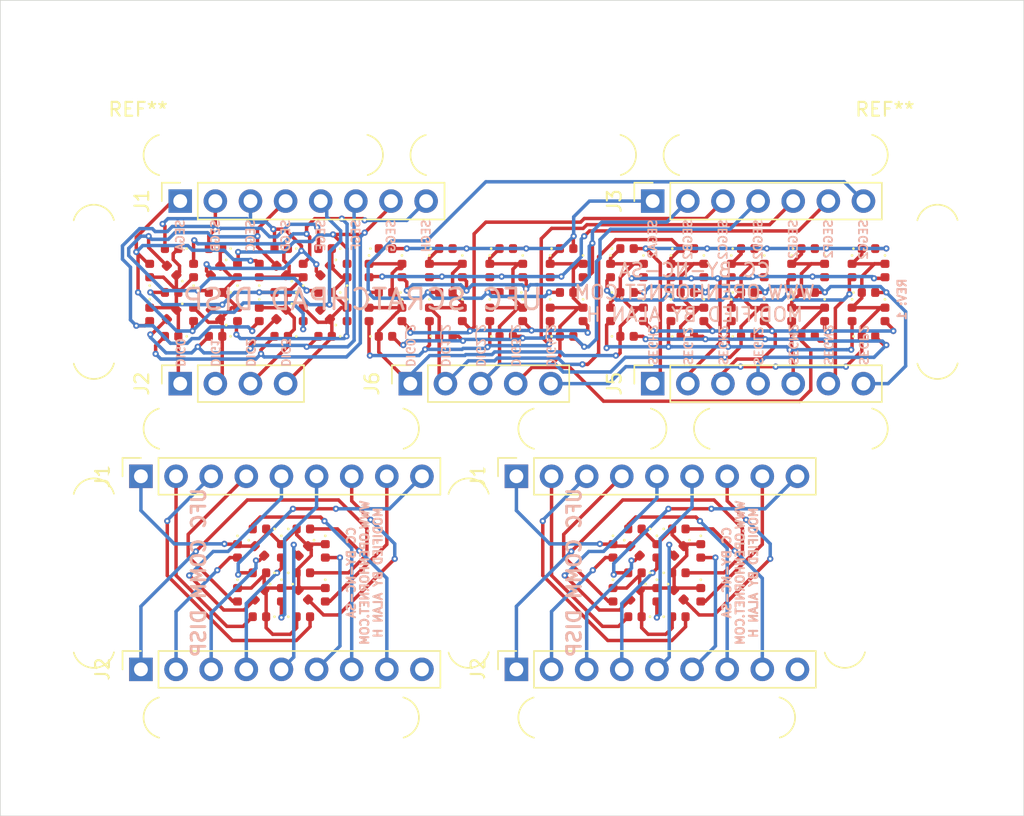
<source format=kicad_pcb>
(kicad_pcb (version 20171130) (host pcbnew "(5.1.9)-1")
  (layers (0 F.Cu signal) (31 B.Cu signal) (34 B.Paste user) (35 F.Paste user) (36 B.SilkS user) (37 F.SilkS user) (38 B.Mask user) (39 F.Mask user) (44 Edge.Cuts user))
  (net 0 "")
  (net 1 /DIG0)
  (net 2 /DIG1)
  (net 3 /DIG2)
  (net 4 /DIG3)
  (net 5 /SEGA)
  (net 6 /SEGB)
  (net 7 /SEGC)
  (net 8 /DIG0_2)
  (net 9 /DIG1_2)
  (net 10 /DIG2_2)
  (net 11 /DIG3_2)
  (net 12 /SEGD)
  (net 13 /SEGE)
  (net 14 /SEGF)
  (net 15 /SEGG)
  (net 16 /DIG4_2)
  (net 17 /SEGH)
  (net 18 /SEGA2)
  (net 19 /SEGB2)
  (net 20 /SEGC2)
  (net 21 /SEGD2)
  (net 22 /SEGE2)
  (net 23 /SEGF2)
  (net 24 /SEGG2)
  (net 25 /SEGH2)
  (net 26 /SEGJ2)
  (net 27 /SEGK2)
  (net 28 /SEGL2)
  (net 29 /SEGM2)
  (net 30 /SEGN2)
  (net 31 /SEGP2)
  (net 32 /COM)
  (net 33 /SEGJ)
  (net 34 /SEGK)
  (net 35 /SEGL)
  (net 36 /SEGM)
  (net 37 /SEGN)
  (net 38 /SEGP)
  (net 39 /SEGQ)
  (net 40 /SEGDP)
  (net 41 "Net-(J2-Pad9)")
  (module Panelization:4MM_Stencil_Hole (layer F.Cu) (at 158 77)
    (fp_text reference REF** (at 0 3) (layer F.SilkS))
    (fp_text value 4MM_Stencil_Hole)
    (pad "" np_thru_hole circle (at 0 0) (size 4 4) (drill 4) (layers *.Cu *.Paste *.Mask))
  )
  (module Panelization:4MM_Stencil_Hole (layer F.Cu) (at 104 77)
    (fp_text reference REF** (at 0 3) (layer F.SilkS))
    (fp_text value 4MM_Stencil_Hole)
    (pad "" np_thru_hole circle (at 0 0) (size 4 4) (drill 4) (layers *.Cu *.Paste *.Mask))
  )
  (module Panelization:0.5mm-NPTH-Drill (layer F.Cu) (at 99.14 122.71)
    (fp_text reference REF** hide)
    (fp_text value 0.5mm-NPTH-Drill hide)
    (pad "" np_thru_hole circle (at 0 0) (size 0.5 0.5) (drill 0.5) (layers *.Cu *.Mask))
  )
  (module Panelization:0.5mm-NPTH-Drill (layer F.Cu) (at 96.38 122.72)
    (fp_text reference REF** hide)
    (fp_text value 0.5mm-NPTH-Drill hide)
    (pad "" np_thru_hole circle (at 0 0) (size 0.5 0.5) (drill 0.5) (layers *.Cu *.Mask))
  )
  (module Panelization:0.5mm-NPTH-Drill (layer F.Cu) (at 94.98 122.72)
    (fp_text reference REF** hide)
    (fp_text value 0.5mm-NPTH-Drill hide)
    (pad "" np_thru_hole circle (at 0 0) (size 0.5 0.5) (drill 0.5) (layers *.Cu *.Mask))
  )
  (module Panelization:0.5mm-NPTH-Drill (layer F.Cu) (at 95.68 122.72)
    (fp_text reference REF** hide)
    (fp_text value 0.5mm-NPTH-Drill hide)
    (pad "" np_thru_hole circle (at 0 0) (size 0.5 0.5) (drill 0.5) (layers *.Cu *.Mask))
  )
  (module Panelization:0.5mm-NPTH-Drill (layer F.Cu) (at 98.48 122.72)
    (fp_text reference REF** hide)
    (fp_text value 0.5mm-NPTH-Drill hide)
    (pad "" np_thru_hole circle (at 0 0) (size 0.5 0.5) (drill 0.5) (layers *.Cu *.Mask))
  )
  (module Panelization:0.5mm-NPTH-Drill (layer F.Cu) (at 97.78 122.72)
    (fp_text reference REF** hide)
    (fp_text value 0.5mm-NPTH-Drill hide)
    (pad "" np_thru_hole circle (at 0 0) (size 0.5 0.5) (drill 0.5) (layers *.Cu *.Mask))
  )
  (module Panelization:0.5mm-NPTH-Drill (layer F.Cu) (at 97.08 122.72)
    (fp_text reference REF** hide)
    (fp_text value 0.5mm-NPTH-Drill hide)
    (pad "" np_thru_hole circle (at 0 0) (size 0.5 0.5) (drill 0.5) (layers *.Cu *.Mask))
  )
  (module Panelization:0.5mm-NPTH-Drill (layer F.Cu) (at 163.04 122.71 180)
    (fp_text reference REF** hide)
    (fp_text value 0.5mm-NPTH-Drill hide)
    (pad "" np_thru_hole circle (at 0 0 180) (size 0.5 0.5) (drill 0.5) (layers *.Cu *.Mask))
  )
  (module Panelization:0.5mm-NPTH-Drill (layer F.Cu) (at 165.8 122.7 180)
    (fp_text reference REF** hide)
    (fp_text value 0.5mm-NPTH-Drill hide)
    (pad "" np_thru_hole circle (at 0 0 180) (size 0.5 0.5) (drill 0.5) (layers *.Cu *.Mask))
  )
  (module Panelization:0.5mm-NPTH-Drill (layer F.Cu) (at 167.2 122.7 180)
    (fp_text reference REF** hide)
    (fp_text value 0.5mm-NPTH-Drill hide)
    (pad "" np_thru_hole circle (at 0 0 180) (size 0.5 0.5) (drill 0.5) (layers *.Cu *.Mask))
  )
  (module Panelization:0.5mm-NPTH-Drill (layer F.Cu) (at 166.5 122.7 180)
    (fp_text reference REF** hide)
    (fp_text value 0.5mm-NPTH-Drill hide)
    (pad "" np_thru_hole circle (at 0 0 180) (size 0.5 0.5) (drill 0.5) (layers *.Cu *.Mask))
  )
  (module Panelization:0.5mm-NPTH-Drill (layer F.Cu) (at 163.7 122.7 180)
    (fp_text reference REF** hide)
    (fp_text value 0.5mm-NPTH-Drill hide)
    (pad "" np_thru_hole circle (at 0 0 180) (size 0.5 0.5) (drill 0.5) (layers *.Cu *.Mask))
  )
  (module Panelization:0.5mm-NPTH-Drill (layer F.Cu) (at 164.4 122.7 180)
    (fp_text reference REF** hide)
    (fp_text value 0.5mm-NPTH-Drill hide)
    (pad "" np_thru_hole circle (at 0 0 180) (size 0.5 0.5) (drill 0.5) (layers *.Cu *.Mask))
  )
  (module Panelization:0.5mm-NPTH-Drill (layer F.Cu) (at 165.1 122.7 180)
    (fp_text reference REF** hide)
    (fp_text value 0.5mm-NPTH-Drill hide)
    (pad "" np_thru_hole circle (at 0 0 180) (size 0.5 0.5) (drill 0.5) (layers *.Cu *.Mask))
  )
  (module Panelization:0.5mm-NPTH-Drill (layer F.Cu) (at 156.74 122.71 180)
    (fp_text reference REF** hide)
    (fp_text value 0.5mm-NPTH-Drill hide)
    (pad "" np_thru_hole circle (at 0 0 180) (size 0.5 0.5) (drill 0.5) (layers *.Cu *.Mask))
  )
  (module Panelization:0.5mm-NPTH-Drill (layer F.Cu) (at 162.34 122.71 180)
    (fp_text reference REF** hide)
    (fp_text value 0.5mm-NPTH-Drill hide)
    (pad "" np_thru_hole circle (at 0 0 180) (size 0.5 0.5) (drill 0.5) (layers *.Cu *.Mask))
  )
  (module Panelization:0.5mm-NPTH-Drill (layer F.Cu) (at 161.64 122.71 180)
    (fp_text reference REF** hide)
    (fp_text value 0.5mm-NPTH-Drill hide)
    (pad "" np_thru_hole circle (at 0 0 180) (size 0.5 0.5) (drill 0.5) (layers *.Cu *.Mask))
  )
  (module Panelization:0.5mm-NPTH-Drill (layer F.Cu) (at 159.5 122.7 180)
    (fp_text reference REF** hide)
    (fp_text value 0.5mm-NPTH-Drill hide)
    (pad "" np_thru_hole circle (at 0 0 180) (size 0.5 0.5) (drill 0.5) (layers *.Cu *.Mask))
  )
  (module Panelization:0.5mm-NPTH-Drill (layer F.Cu) (at 160.9 122.7 180)
    (fp_text reference REF** hide)
    (fp_text value 0.5mm-NPTH-Drill hide)
    (pad "" np_thru_hole circle (at 0 0 180) (size 0.5 0.5) (drill 0.5) (layers *.Cu *.Mask))
  )
  (module Panelization:0.5mm-NPTH-Drill (layer F.Cu) (at 160.2 122.7 180)
    (fp_text reference REF** hide)
    (fp_text value 0.5mm-NPTH-Drill hide)
    (pad "" np_thru_hole circle (at 0 0 180) (size 0.5 0.5) (drill 0.5) (layers *.Cu *.Mask))
  )
  (module Panelization:0.5mm-NPTH-Drill (layer F.Cu) (at 157.4 122.7 180)
    (fp_text reference REF** hide)
    (fp_text value 0.5mm-NPTH-Drill hide)
    (pad "" np_thru_hole circle (at 0 0 180) (size 0.5 0.5) (drill 0.5) (layers *.Cu *.Mask))
  )
  (module Panelization:0.5mm-NPTH-Drill (layer F.Cu) (at 158.1 122.7 180)
    (fp_text reference REF** hide)
    (fp_text value 0.5mm-NPTH-Drill hide)
    (pad "" np_thru_hole circle (at 0 0 180) (size 0.5 0.5) (drill 0.5) (layers *.Cu *.Mask))
  )
  (module Panelization:0.5mm-NPTH-Drill (layer F.Cu) (at 158.8 122.7 180)
    (fp_text reference REF** hide)
    (fp_text value 0.5mm-NPTH-Drill hide)
    (pad "" np_thru_hole circle (at 0 0 180) (size 0.5 0.5) (drill 0.5) (layers *.Cu *.Mask))
  )
  (module Panelization:0.5mm-NPTH-Drill (layer F.Cu) (at 163.44 84.61 180)
    (fp_text reference REF** hide)
    (fp_text value 0.5mm-NPTH-Drill hide)
    (pad "" np_thru_hole circle (at 0 0 180) (size 0.5 0.5) (drill 0.5) (layers *.Cu *.Mask))
  )
  (module Panelization:0.5mm-NPTH-Drill (layer F.Cu) (at 166.2 84.6 180)
    (fp_text reference REF** hide)
    (fp_text value 0.5mm-NPTH-Drill hide)
    (pad "" np_thru_hole circle (at 0 0 180) (size 0.5 0.5) (drill 0.5) (layers *.Cu *.Mask))
  )
  (module Panelization:0.5mm-NPTH-Drill (layer F.Cu) (at 167.6 84.6 180)
    (fp_text reference REF** hide)
    (fp_text value 0.5mm-NPTH-Drill hide)
    (pad "" np_thru_hole circle (at 0 0 180) (size 0.5 0.5) (drill 0.5) (layers *.Cu *.Mask))
  )
  (module Panelization:0.5mm-NPTH-Drill (layer F.Cu) (at 166.9 84.6 180)
    (fp_text reference REF** hide)
    (fp_text value 0.5mm-NPTH-Drill hide)
    (pad "" np_thru_hole circle (at 0 0 180) (size 0.5 0.5) (drill 0.5) (layers *.Cu *.Mask))
  )
  (module Panelization:0.5mm-NPTH-Drill (layer F.Cu) (at 164.1 84.6 180)
    (fp_text reference REF** hide)
    (fp_text value 0.5mm-NPTH-Drill hide)
    (pad "" np_thru_hole circle (at 0 0 180) (size 0.5 0.5) (drill 0.5) (layers *.Cu *.Mask))
  )
  (module Panelization:0.5mm-NPTH-Drill (layer F.Cu) (at 164.8 84.6 180)
    (fp_text reference REF** hide)
    (fp_text value 0.5mm-NPTH-Drill hide)
    (pad "" np_thru_hole circle (at 0 0 180) (size 0.5 0.5) (drill 0.5) (layers *.Cu *.Mask))
  )
  (module Panelization:0.5mm-NPTH-Drill (layer F.Cu) (at 165.5 84.6 180)
    (fp_text reference REF** hide)
    (fp_text value 0.5mm-NPTH-Drill hide)
    (pad "" np_thru_hole circle (at 0 0 180) (size 0.5 0.5) (drill 0.5) (layers *.Cu *.Mask))
  )
  (module Panelization:0.5mm-NPTH-Drill (layer F.Cu) (at 99.24 84.61)
    (fp_text reference REF** hide)
    (fp_text value 0.5mm-NPTH-Drill hide)
    (pad "" np_thru_hole circle (at 0 0) (size 0.5 0.5) (drill 0.5) (layers *.Cu *.Mask))
  )
  (module Panelization:0.5mm-NPTH-Drill (layer F.Cu) (at 94.34 84.61)
    (fp_text reference REF** hide)
    (fp_text value 0.5mm-NPTH-Drill hide)
    (pad "" np_thru_hole circle (at 0 0) (size 0.5 0.5) (drill 0.5) (layers *.Cu *.Mask))
  )
  (module Panelization:0.5mm-NPTH-Drill (layer F.Cu) (at 96.48 84.62)
    (fp_text reference REF** hide)
    (fp_text value 0.5mm-NPTH-Drill hide)
    (pad "" np_thru_hole circle (at 0 0) (size 0.5 0.5) (drill 0.5) (layers *.Cu *.Mask))
  )
  (module Panelization:0.5mm-NPTH-Drill (layer F.Cu) (at 95.08 84.62)
    (fp_text reference REF** hide)
    (fp_text value 0.5mm-NPTH-Drill hide)
    (pad "" np_thru_hole circle (at 0 0) (size 0.5 0.5) (drill 0.5) (layers *.Cu *.Mask))
  )
  (module Panelization:0.5mm-NPTH-Drill (layer F.Cu) (at 95.78 84.62)
    (fp_text reference REF** hide)
    (fp_text value 0.5mm-NPTH-Drill hide)
    (pad "" np_thru_hole circle (at 0 0) (size 0.5 0.5) (drill 0.5) (layers *.Cu *.Mask))
  )
  (module Panelization:0.5mm-NPTH-Drill (layer F.Cu) (at 98.58 84.62)
    (fp_text reference REF** hide)
    (fp_text value 0.5mm-NPTH-Drill hide)
    (pad "" np_thru_hole circle (at 0 0) (size 0.5 0.5) (drill 0.5) (layers *.Cu *.Mask))
  )
  (module Panelization:0.5mm-NPTH-Drill (layer F.Cu) (at 97.88 84.62)
    (fp_text reference REF** hide)
    (fp_text value 0.5mm-NPTH-Drill hide)
    (pad "" np_thru_hole circle (at 0 0) (size 0.5 0.5) (drill 0.5) (layers *.Cu *.Mask))
  )
  (module Panelization:0.5mm-NPTH-Drill (layer F.Cu) (at 97.18 84.62)
    (fp_text reference REF** hide)
    (fp_text value 0.5mm-NPTH-Drill hide)
    (pad "" np_thru_hole circle (at 0 0) (size 0.5 0.5) (drill 0.5) (layers *.Cu *.Mask))
  )
  (module Panelization:0.5mm-NPTH-Drill (layer F.Cu) (at 131 101.9)
    (fp_text reference REF** hide)
    (fp_text value 0.5mm-NPTH-Drill hide)
    (pad "" np_thru_hole circle (at 0 0) (size 0.5 0.5) (drill 0.5) (layers *.Cu *.Mask))
  )
  (module Panelization:0.5mm-NPTH-Drill (layer F.Cu) (at 129.64 101.91)
    (fp_text reference REF** hide)
    (fp_text value 0.5mm-NPTH-Drill hide)
    (pad "" np_thru_hole circle (at 0 0) (size 0.5 0.5) (drill 0.5) (layers *.Cu *.Mask))
  )
  (module Panelization:0.5mm-NPTH-Drill (layer F.Cu) (at 130.34 101.91)
    (fp_text reference REF** hide)
    (fp_text value 0.5mm-NPTH-Drill hide)
    (pad "" np_thru_hole circle (at 0 0) (size 0.5 0.5) (drill 0.5) (layers *.Cu *.Mask))
  )
  (module Panelization:0.5mm-NPTH-Drill (layer F.Cu) (at 128.94 101.91)
    (fp_text reference REF** hide)
    (fp_text value 0.5mm-NPTH-Drill hide)
    (pad "" np_thru_hole circle (at 0 0) (size 0.5 0.5) (drill 0.5) (layers *.Cu *.Mask))
  )
  (module Panelization:0.5mm-NPTH-Drill (layer F.Cu) (at 127.54 101.91)
    (fp_text reference REF** hide)
    (fp_text value 0.5mm-NPTH-Drill hide)
    (pad "" np_thru_hole circle (at 0 0) (size 0.5 0.5) (drill 0.5) (layers *.Cu *.Mask))
  )
  (module Panelization:0.5mm-NPTH-Drill (layer F.Cu) (at 128.24 101.91)
    (fp_text reference REF** hide)
    (fp_text value 0.5mm-NPTH-Drill hide)
    (pad "" np_thru_hole circle (at 0 0) (size 0.5 0.5) (drill 0.5) (layers *.Cu *.Mask))
  )
  (module Panelization:0.5mm-NPTH-Drill (layer F.Cu) (at 126.84 101.91)
    (fp_text reference REF** hide)
    (fp_text value 0.5mm-NPTH-Drill hide)
    (pad "" np_thru_hole circle (at 0 0) (size 0.5 0.5) (drill 0.5) (layers *.Cu *.Mask))
  )
  (module Panelization:0.5mm-NPTH-Drill (layer F.Cu) (at 126.1 101.9)
    (fp_text reference REF** hide)
    (fp_text value 0.5mm-NPTH-Drill hide)
    (pad "" np_thru_hole circle (at 0 0) (size 0.5 0.5) (drill 0.5) (layers *.Cu *.Mask))
  )
  (module Panelization:0.5mm-NPTH-Drill (layer F.Cu) (at 125.4 101.9)
    (fp_text reference REF** hide)
    (fp_text value 0.5mm-NPTH-Drill hide)
    (pad "" np_thru_hole circle (at 0 0) (size 0.5 0.5) (drill 0.5) (layers *.Cu *.Mask))
  )
  (module Panelization:0.5mm-NPTH-Drill (layer F.Cu) (at 124.7 101.9)
    (fp_text reference REF** hide)
    (fp_text value 0.5mm-NPTH-Drill hide)
    (pad "" np_thru_hole circle (at 0 0) (size 0.5 0.5) (drill 0.5) (layers *.Cu *.Mask))
  )
  (module Panelization:mouse-bite-3mm-slot (layer F.Cu) (at 141 83.3)
    (fp_text reference mouse-bite-3mm-slot hide)
    (fp_text value VAL** hide)
    (pad "" np_thru_hole circle (at 0.75 1.3) (size 0.5 0.5) (drill 0.5) (layers *.Cu *.Mask))
    (pad "" np_thru_hole circle (at -0.75 1.3) (size 0.5 0.5) (drill 0.5) (layers *.Cu *.Mask))
    (pad "" np_thru_hole circle (at -0.75 -1.3) (size 0.5 0.5) (drill 0.5) (layers *.Cu *.Mask))
    (pad "" np_thru_hole circle (at 0.75 -1.3) (size 0.5 0.5) (drill 0.5) (layers *.Cu *.Mask))
    (pad "" np_thru_hole circle (at 0 1.3) (size 0.5 0.5) (drill 0.5) (layers *.Cu *.Mask))
    (pad "" np_thru_hole circle (at 0 -1.3) (size 0.5 0.5) (drill 0.5) (layers *.Cu *.Mask))
  )
  (module Panelization:mouse-bite-3mm-slot (layer F.Cu) (at 122.7 83.3)
    (fp_text reference mouse-bite-3mm-slot hide)
    (fp_text value VAL** hide)
    (pad "" np_thru_hole circle (at 0.75 1.3) (size 0.5 0.5) (drill 0.5) (layers *.Cu *.Mask))
    (pad "" np_thru_hole circle (at -0.75 1.3) (size 0.5 0.5) (drill 0.5) (layers *.Cu *.Mask))
    (pad "" np_thru_hole circle (at -0.75 -1.3) (size 0.5 0.5) (drill 0.5) (layers *.Cu *.Mask))
    (pad "" np_thru_hole circle (at 0.75 -1.3) (size 0.5 0.5) (drill 0.5) (layers *.Cu *.Mask))
    (pad "" np_thru_hole circle (at 0 1.3) (size 0.5 0.5) (drill 0.5) (layers *.Cu *.Mask))
    (pad "" np_thru_hole circle (at 0 -1.3) (size 0.5 0.5) (drill 0.5) (layers *.Cu *.Mask))
  )
  (module Panelization:mouse-bite-3mm-slot (layer F.Cu) (at 143.2 103.1)
    (fp_text reference mouse-bite-3mm-slot hide)
    (fp_text value VAL** hide)
    (pad "" np_thru_hole circle (at 0.75 1.3) (size 0.5 0.5) (drill 0.5) (layers *.Cu *.Mask))
    (pad "" np_thru_hole circle (at -0.75 1.3) (size 0.5 0.5) (drill 0.5) (layers *.Cu *.Mask))
    (pad "" np_thru_hole circle (at -0.75 -1.3) (size 0.5 0.5) (drill 0.5) (layers *.Cu *.Mask))
    (pad "" np_thru_hole circle (at 0.75 -1.3) (size 0.5 0.5) (drill 0.5) (layers *.Cu *.Mask))
    (pad "" np_thru_hole circle (at 0 1.3) (size 0.5 0.5) (drill 0.5) (layers *.Cu *.Mask))
    (pad "" np_thru_hole circle (at 0 -1.3) (size 0.5 0.5) (drill 0.5) (layers *.Cu *.Mask))
  )
  (module Panelization:mouse-bite-3mm-slot-3way (layer F.Cu) (at 127.9 124 90)
    (fp_text reference mouse-bite-3mm-slot-3way hide)
    (fp_text value VAL** hide)
    (pad "" np_thru_hole circle (at 1.3 0 180) (size 0.5 0.5) (drill 0.5) (layers *.Cu *.Mask))
    (pad "" np_thru_hole circle (at 1.3 2.65) (size 0.5 0.5) (drill 0.5) (layers *.Cu *.Mask))
    (pad "" np_thru_hole circle (at 1.3 3.4) (size 0.5 0.5) (drill 0.5) (layers *.Cu *.Mask))
    (pad "" np_thru_hole circle (at 1.3 1.9) (size 0.5 0.5) (drill 0.5) (layers *.Cu *.Mask))
    (pad "" np_thru_hole circle (at 1.3 -2.65 180) (size 0.5 0.5) (drill 0.5) (layers *.Cu *.Mask))
    (pad "" np_thru_hole circle (at 1.3 -1.9 180) (size 0.5 0.5) (drill 0.5) (layers *.Cu *.Mask))
    (pad "" np_thru_hole circle (at 1.3 -3.4 180) (size 0.5 0.5) (drill 0.5) (layers *.Cu *.Mask))
    (pad "" np_thru_hole circle (at 3.4 1.3 90) (size 0.5 0.5) (drill 0.5) (layers *.Cu *.Mask))
    (pad "" np_thru_hole circle (at 1.9 1.3 90) (size 0.5 0.5) (drill 0.5) (layers *.Cu *.Mask))
    (pad "" np_thru_hole circle (at 1.9 -1.3 90) (size 0.5 0.5) (drill 0.5) (layers *.Cu *.Mask))
    (pad "" np_thru_hole circle (at 3.4 -1.3 90) (size 0.5 0.5) (drill 0.5) (layers *.Cu *.Mask))
    (pad "" np_thru_hole circle (at 2.65 1.3 90) (size 0.5 0.5) (drill 0.5) (layers *.Cu *.Mask))
    (pad "" np_thru_hole circle (at 2.65 -1.3 90) (size 0.5 0.5) (drill 0.5) (layers *.Cu *.Mask))
  )
  (module Panelization:mouse-bite-3mm-slot-corner (layer F.Cu) (at 155.1 124 90)
    (fp_text reference mouse-bite-3mm-slot-corner hide)
    (fp_text value VAL** hide)
    (pad "" np_thru_hole circle (at 2.65 -1.3 90) (size 0.5 0.5) (drill 0.5) (layers *.Cu *.Mask))
    (pad "" np_thru_hole circle (at 3.4 -1.3 90) (size 0.5 0.5) (drill 0.5) (layers *.Cu *.Mask))
    (pad "" np_thru_hole circle (at 1.9 -1.3 90) (size 0.5 0.5) (drill 0.5) (layers *.Cu *.Mask))
    (pad "" np_thru_hole circle (at 1.3 -3.4 180) (size 0.5 0.5) (drill 0.5) (layers *.Cu *.Mask))
    (pad "" np_thru_hole circle (at 1.3 -1.9 180) (size 0.5 0.5) (drill 0.5) (layers *.Cu *.Mask))
    (pad "" np_thru_hole circle (at 1.3 -2.65 180) (size 0.5 0.5) (drill 0.5) (layers *.Cu *.Mask))
    (pad "" np_thru_hole circle (at 0.55 -1.3 90) (size 0.5 0.5) (drill 0.5) (layers *.Cu *.Mask))
    (pad "" np_thru_hole circle (at -0.95 -1.3 90) (size 0.5 0.5) (drill 0.5) (layers *.Cu *.Mask))
    (pad "" np_thru_hole circle (at -0.2 -1.3 90) (size 0.5 0.5) (drill 0.5) (layers *.Cu *.Mask))
    (pad "" np_thru_hole circle (at 1.3 0.95 180) (size 0.5 0.5) (drill 0.5) (layers *.Cu *.Mask))
    (pad "" np_thru_hole circle (at 1.3 -0.55 180) (size 0.5 0.5) (drill 0.5) (layers *.Cu *.Mask))
    (pad "" np_thru_hole circle (at 1.3 0.2 180) (size 0.5 0.5) (drill 0.5) (layers *.Cu *.Mask))
  )
  (module Panelization:mouse-bite-3mm-slot-corner (layer F.Cu) (at 100.8 124)
    (fp_text reference mouse-bite-3mm-slot-corner hide)
    (fp_text value VAL** hide)
    (pad "" np_thru_hole circle (at 2.65 -1.3) (size 0.5 0.5) (drill 0.5) (layers *.Cu *.Mask))
    (pad "" np_thru_hole circle (at 3.4 -1.3) (size 0.5 0.5) (drill 0.5) (layers *.Cu *.Mask))
    (pad "" np_thru_hole circle (at 1.9 -1.3) (size 0.5 0.5) (drill 0.5) (layers *.Cu *.Mask))
    (pad "" np_thru_hole circle (at 1.3 -3.4 90) (size 0.5 0.5) (drill 0.5) (layers *.Cu *.Mask))
    (pad "" np_thru_hole circle (at 1.3 -1.9 90) (size 0.5 0.5) (drill 0.5) (layers *.Cu *.Mask))
    (pad "" np_thru_hole circle (at 1.3 -2.65 90) (size 0.5 0.5) (drill 0.5) (layers *.Cu *.Mask))
    (pad "" np_thru_hole circle (at 0.55 -1.3) (size 0.5 0.5) (drill 0.5) (layers *.Cu *.Mask))
    (pad "" np_thru_hole circle (at -0.95 -1.3) (size 0.5 0.5) (drill 0.5) (layers *.Cu *.Mask))
    (pad "" np_thru_hole circle (at -0.2 -1.3) (size 0.5 0.5) (drill 0.5) (layers *.Cu *.Mask))
    (pad "" np_thru_hole circle (at 1.3 0.95 90) (size 0.5 0.5) (drill 0.5) (layers *.Cu *.Mask))
    (pad "" np_thru_hole circle (at 1.3 -0.55 90) (size 0.5 0.5) (drill 0.5) (layers *.Cu *.Mask))
    (pad "" np_thru_hole circle (at 1.3 0.2 90) (size 0.5 0.5) (drill 0.5) (layers *.Cu *.Mask))
  )
  (module Panelization:mouse-bite-3mm-slot-corner (layer F.Cu) (at 100.8 83.3 270)
    (fp_text reference mouse-bite-3mm-slot-corner hide)
    (fp_text value VAL** hide)
    (pad "" np_thru_hole circle (at 2.65 -1.3 270) (size 0.5 0.5) (drill 0.5) (layers *.Cu *.Mask))
    (pad "" np_thru_hole circle (at 3.4 -1.3 270) (size 0.5 0.5) (drill 0.5) (layers *.Cu *.Mask))
    (pad "" np_thru_hole circle (at 1.9 -1.3 270) (size 0.5 0.5) (drill 0.5) (layers *.Cu *.Mask))
    (pad "" np_thru_hole circle (at 1.3 -3.4) (size 0.5 0.5) (drill 0.5) (layers *.Cu *.Mask))
    (pad "" np_thru_hole circle (at 1.3 -1.9) (size 0.5 0.5) (drill 0.5) (layers *.Cu *.Mask))
    (pad "" np_thru_hole circle (at 1.3 -2.65) (size 0.5 0.5) (drill 0.5) (layers *.Cu *.Mask))
    (pad "" np_thru_hole circle (at 0.55 -1.3 270) (size 0.5 0.5) (drill 0.5) (layers *.Cu *.Mask))
    (pad "" np_thru_hole circle (at -0.95 -1.3 270) (size 0.5 0.5) (drill 0.5) (layers *.Cu *.Mask))
    (pad "" np_thru_hole circle (at -0.2 -1.3 270) (size 0.5 0.5) (drill 0.5) (layers *.Cu *.Mask))
    (pad "" np_thru_hole circle (at 1.3 0.95) (size 0.5 0.5) (drill 0.5) (layers *.Cu *.Mask))
    (pad "" np_thru_hole circle (at 1.3 -0.55) (size 0.5 0.5) (drill 0.5) (layers *.Cu *.Mask))
    (pad "" np_thru_hole circle (at 1.3 0.2) (size 0.5 0.5) (drill 0.5) (layers *.Cu *.Mask))
  )
  (module Panelization:mouse-bite-3mm-slot-corner (layer F.Cu) (at 161.8 83.3 180)
    (fp_text reference mouse-bite-3mm-slot-corner hide)
    (fp_text value VAL** hide)
    (pad "" np_thru_hole circle (at 2.65 -1.3 180) (size 0.5 0.5) (drill 0.5) (layers *.Cu *.Mask))
    (pad "" np_thru_hole circle (at 3.4 -1.3 180) (size 0.5 0.5) (drill 0.5) (layers *.Cu *.Mask))
    (pad "" np_thru_hole circle (at 1.9 -1.3 180) (size 0.5 0.5) (drill 0.5) (layers *.Cu *.Mask))
    (pad "" np_thru_hole circle (at 1.3 -3.4 270) (size 0.5 0.5) (drill 0.5) (layers *.Cu *.Mask))
    (pad "" np_thru_hole circle (at 1.3 -1.9 270) (size 0.5 0.5) (drill 0.5) (layers *.Cu *.Mask))
    (pad "" np_thru_hole circle (at 1.3 -2.65 270) (size 0.5 0.5) (drill 0.5) (layers *.Cu *.Mask))
    (pad "" np_thru_hole circle (at 0.55 -1.3 180) (size 0.5 0.5) (drill 0.5) (layers *.Cu *.Mask))
    (pad "" np_thru_hole circle (at -0.95 -1.3 180) (size 0.5 0.5) (drill 0.5) (layers *.Cu *.Mask))
    (pad "" np_thru_hole circle (at -0.2 -1.3 180) (size 0.5 0.5) (drill 0.5) (layers *.Cu *.Mask))
    (pad "" np_thru_hole circle (at 1.3 0.95 270) (size 0.5 0.5) (drill 0.5) (layers *.Cu *.Mask))
    (pad "" np_thru_hole circle (at 1.3 -0.55 270) (size 0.5 0.5) (drill 0.5) (layers *.Cu *.Mask))
    (pad "" np_thru_hole circle (at 1.3 0.2 270) (size 0.5 0.5) (drill 0.5) (layers *.Cu *.Mask))
  )
  (module Panelization:mouse-bite-3mm-slot-corner (layer F.Cu) (at 161.8 103.1 90)
    (fp_text reference mouse-bite-3mm-slot-corner hide)
    (fp_text value VAL** hide)
    (pad "" np_thru_hole circle (at 2.65 -1.3 90) (size 0.5 0.5) (drill 0.5) (layers *.Cu *.Mask))
    (pad "" np_thru_hole circle (at 3.4 -1.3 90) (size 0.5 0.5) (drill 0.5) (layers *.Cu *.Mask))
    (pad "" np_thru_hole circle (at 1.9 -1.3 90) (size 0.5 0.5) (drill 0.5) (layers *.Cu *.Mask))
    (pad "" np_thru_hole circle (at 1.3 -3.4 180) (size 0.5 0.5) (drill 0.5) (layers *.Cu *.Mask))
    (pad "" np_thru_hole circle (at 1.3 -1.9 180) (size 0.5 0.5) (drill 0.5) (layers *.Cu *.Mask))
    (pad "" np_thru_hole circle (at 1.3 -2.65 180) (size 0.5 0.5) (drill 0.5) (layers *.Cu *.Mask))
    (pad "" np_thru_hole circle (at 0.55 -1.3 90) (size 0.5 0.5) (drill 0.5) (layers *.Cu *.Mask))
    (pad "" np_thru_hole circle (at -0.95 -1.3 90) (size 0.5 0.5) (drill 0.5) (layers *.Cu *.Mask))
    (pad "" np_thru_hole circle (at -0.2 -1.3 90) (size 0.5 0.5) (drill 0.5) (layers *.Cu *.Mask))
    (pad "" np_thru_hole circle (at 1.3 0.95 180) (size 0.5 0.5) (drill 0.5) (layers *.Cu *.Mask))
    (pad "" np_thru_hole circle (at 1.3 -0.55 180) (size 0.5 0.5) (drill 0.5) (layers *.Cu *.Mask))
    (pad "" np_thru_hole circle (at 1.3 0.2 180) (size 0.5 0.5) (drill 0.5) (layers *.Cu *.Mask))
  )
  (module Panelization:mouse-bite-3mm-slot-3way (layer F.Cu) (at 127.9 103.1 270)
    (fp_text reference mouse-bite-3mm-slot-3way hide)
    (fp_text value VAL** hide)
    (pad "" np_thru_hole circle (at 1.3 0) (size 0.5 0.5) (drill 0.5) (layers *.Cu *.Mask))
    (pad "" np_thru_hole circle (at 1.3 2.65 180) (size 0.5 0.5) (drill 0.5) (layers *.Cu *.Mask))
    (pad "" np_thru_hole circle (at 1.3 3.4 180) (size 0.5 0.5) (drill 0.5) (layers *.Cu *.Mask))
    (pad "" np_thru_hole circle (at 1.3 1.9 180) (size 0.5 0.5) (drill 0.5) (layers *.Cu *.Mask))
    (pad "" np_thru_hole circle (at 1.3 -2.65) (size 0.5 0.5) (drill 0.5) (layers *.Cu *.Mask))
    (pad "" np_thru_hole circle (at 1.3 -1.9) (size 0.5 0.5) (drill 0.5) (layers *.Cu *.Mask))
    (pad "" np_thru_hole circle (at 1.3 -3.4) (size 0.5 0.5) (drill 0.5) (layers *.Cu *.Mask))
    (pad "" np_thru_hole circle (at 3.4 1.3 270) (size 0.5 0.5) (drill 0.5) (layers *.Cu *.Mask))
    (pad "" np_thru_hole circle (at 1.9 1.3 270) (size 0.5 0.5) (drill 0.5) (layers *.Cu *.Mask))
    (pad "" np_thru_hole circle (at 1.9 -1.3 270) (size 0.5 0.5) (drill 0.5) (layers *.Cu *.Mask))
    (pad "" np_thru_hole circle (at 3.4 -1.3 270) (size 0.5 0.5) (drill 0.5) (layers *.Cu *.Mask))
    (pad "" np_thru_hole circle (at 2.65 1.3 270) (size 0.5 0.5) (drill 0.5) (layers *.Cu *.Mask))
    (pad "" np_thru_hole circle (at 2.65 -1.3 270) (size 0.5 0.5) (drill 0.5) (layers *.Cu *.Mask))
  )
  (module Panelization:mouse-bite-3mm-slot-3way (layer F.Cu) (at 100.8 103.1)
    (fp_text reference mouse-bite-3mm-slot-3way hide)
    (fp_text value VAL** hide)
    (pad "" np_thru_hole circle (at 1.3 0 90) (size 0.5 0.5) (drill 0.5) (layers *.Cu *.Mask))
    (pad "" np_thru_hole circle (at 1.3 2.65 270) (size 0.5 0.5) (drill 0.5) (layers *.Cu *.Mask))
    (pad "" np_thru_hole circle (at 1.3 3.4 270) (size 0.5 0.5) (drill 0.5) (layers *.Cu *.Mask))
    (pad "" np_thru_hole circle (at 1.3 1.9 270) (size 0.5 0.5) (drill 0.5) (layers *.Cu *.Mask))
    (pad "" np_thru_hole circle (at 1.3 -2.65 90) (size 0.5 0.5) (drill 0.5) (layers *.Cu *.Mask))
    (pad "" np_thru_hole circle (at 1.3 -1.9 90) (size 0.5 0.5) (drill 0.5) (layers *.Cu *.Mask))
    (pad "" np_thru_hole circle (at 1.3 -3.4 90) (size 0.5 0.5) (drill 0.5) (layers *.Cu *.Mask))
    (pad "" np_thru_hole circle (at 3.4 1.3) (size 0.5 0.5) (drill 0.5) (layers *.Cu *.Mask))
    (pad "" np_thru_hole circle (at 1.9 1.3) (size 0.5 0.5) (drill 0.5) (layers *.Cu *.Mask))
    (pad "" np_thru_hole circle (at 1.9 -1.3) (size 0.5 0.5) (drill 0.5) (layers *.Cu *.Mask))
    (pad "" np_thru_hole circle (at 3.4 -1.3) (size 0.5 0.5) (drill 0.5) (layers *.Cu *.Mask))
    (pad "" np_thru_hole circle (at 2.65 1.3) (size 0.5 0.5) (drill 0.5) (layers *.Cu *.Mask))
    (pad "" np_thru_hole circle (at 2.65 -1.3) (size 0.5 0.5) (drill 0.5) (layers *.Cu *.Mask))
  )
  (module Connector_PinSocket_2.54mm:PinSocket_1x05_P2.54mm_Vertical (layer F.Cu) (at 123.683 99.842 90)
    (fp_text reference J6 (at 0 -2.77 90) (layer F.SilkS))
    (fp_text value Conn_01x05_Male)
    (pad 5 thru_hole oval (at 0 10.16 90) (size 1.7 1.7) (drill 1) (layers *.Cu *.Mask) (net 16 /DIG4_2))
    (pad 4 thru_hole oval (at 0 7.62 90) (size 1.7 1.7) (drill 1) (layers *.Cu *.Mask) (net 11 /DIG3_2))
    (pad 3 thru_hole oval (at 0 5.08 90) (size 1.7 1.7) (drill 1) (layers *.Cu *.Mask) (net 10 /DIG2_2))
    (pad 2 thru_hole oval (at 0 2.54 90) (size 1.7 1.7) (drill 1) (layers *.Cu *.Mask) (net 9 /DIG1_2))
    (pad 1 thru_hole rect (at 0 0 90) (size 1.7 1.7) (drill 1) (layers *.Cu *.Mask) (net 8 /DIG0_2))
  )
  (module Connector_PinSocket_2.54mm:PinSocket_1x07_P2.54mm_Vertical (layer F.Cu) (at 141.209 99.842 90)
    (fp_text reference J5 (at 0 -2.77 90) (layer F.SilkS))
    (fp_text value Conn_01x07_Male)
    (pad 7 thru_hole oval (at 0 15.24 90) (size 1.7 1.7) (drill 1) (layers *.Cu *.Mask) (net 31 /SEGP2))
    (pad 6 thru_hole oval (at 0 12.7 90) (size 1.7 1.7) (drill 1) (layers *.Cu *.Mask) (net 30 /SEGN2))
    (pad 5 thru_hole oval (at 0 10.16 90) (size 1.7 1.7) (drill 1) (layers *.Cu *.Mask) (net 29 /SEGM2))
    (pad 4 thru_hole oval (at 0 7.62 90) (size 1.7 1.7) (drill 1) (layers *.Cu *.Mask) (net 28 /SEGL2))
    (pad 3 thru_hole oval (at 0 5.08 90) (size 1.7 1.7) (drill 1) (layers *.Cu *.Mask) (net 27 /SEGK2))
    (pad 2 thru_hole oval (at 0 2.54 90) (size 1.7 1.7) (drill 1) (layers *.Cu *.Mask) (net 26 /SEGJ2))
    (pad 1 thru_hole rect (at 0 0 90) (size 1.7 1.7) (drill 1) (layers *.Cu *.Mask) (net 25 /SEGH2))
  )
  (module Connector_PinSocket_2.54mm:PinSocket_1x07_P2.54mm_Vertical (layer F.Cu) (at 141.209 86.634 90)
    (fp_text reference J3 (at 0 -2.77 90) (layer F.SilkS))
    (fp_text value Conn_01x07_Male)
    (pad 7 thru_hole oval (at 0 15.24 90) (size 1.7 1.7) (drill 1) (layers *.Cu *.Mask) (net 24 /SEGG2))
    (pad 6 thru_hole oval (at 0 12.7 90) (size 1.7 1.7) (drill 1) (layers *.Cu *.Mask) (net 23 /SEGF2))
    (pad 5 thru_hole oval (at 0 10.16 90) (size 1.7 1.7) (drill 1) (layers *.Cu *.Mask) (net 22 /SEGE2))
    (pad 4 thru_hole oval (at 0 7.62 90) (size 1.7 1.7) (drill 1) (layers *.Cu *.Mask) (net 21 /SEGD2))
    (pad 3 thru_hole oval (at 0 5.08 90) (size 1.7 1.7) (drill 1) (layers *.Cu *.Mask) (net 20 /SEGC2))
    (pad 2 thru_hole oval (at 0 2.54 90) (size 1.7 1.7) (drill 1) (layers *.Cu *.Mask) (net 19 /SEGB2))
    (pad 1 thru_hole rect (at 0 0 90) (size 1.7 1.7) (drill 1) (layers *.Cu *.Mask) (net 18 /SEGA2))
  )
  (module Connector_PinSocket_2.54mm:PinSocket_1x04_P2.54mm_Vertical (layer F.Cu) (at 107.046 99.842 90)
    (fp_text reference J2 (at 0 -2.77 90) (layer F.SilkS))
    (fp_text value Conn_01x04_Male)
    (pad 4 thru_hole oval (at 0 7.62 90) (size 1.7 1.7) (drill 1) (layers *.Cu *.Mask) (net 4 /DIG3))
    (pad 3 thru_hole oval (at 0 5.08 90) (size 1.7 1.7) (drill 1) (layers *.Cu *.Mask) (net 3 /DIG2))
    (pad 2 thru_hole oval (at 0 2.54 90) (size 1.7 1.7) (drill 1) (layers *.Cu *.Mask) (net 2 /DIG1))
    (pad 1 thru_hole rect (at 0 0 90) (size 1.7 1.7) (drill 1) (layers *.Cu *.Mask) (net 1 /DIG0))
  )
  (module Connector_PinSocket_2.54mm:PinSocket_1x08_P2.54mm_Vertical (layer F.Cu) (at 107.046 86.634 90)
    (fp_text reference J1 (at 0 -2.77 90) (layer F.SilkS))
    (fp_text value Conn_01x08_Male)
    (pad 8 thru_hole oval (at 0 17.78 90) (size 1.7 1.7) (drill 1) (layers *.Cu *.Mask) (net 17 /SEGH))
    (pad 7 thru_hole oval (at 0 15.24 90) (size 1.7 1.7) (drill 1) (layers *.Cu *.Mask) (net 15 /SEGG))
    (pad 6 thru_hole oval (at 0 12.7 90) (size 1.7 1.7) (drill 1) (layers *.Cu *.Mask) (net 14 /SEGF))
    (pad 5 thru_hole oval (at 0 10.16 90) (size 1.7 1.7) (drill 1) (layers *.Cu *.Mask) (net 13 /SEGE))
    (pad 4 thru_hole oval (at 0 7.62 90) (size 1.7 1.7) (drill 1) (layers *.Cu *.Mask) (net 12 /SEGD))
    (pad 3 thru_hole oval (at 0 5.08 90) (size 1.7 1.7) (drill 1) (layers *.Cu *.Mask) (net 7 /SEGC))
    (pad 2 thru_hole oval (at 0 2.54 90) (size 1.7 1.7) (drill 1) (layers *.Cu *.Mask) (net 6 /SEGB))
    (pad 1 thru_hole rect (at 0 0 90) (size 1.7 1.7) (drill 1) (layers *.Cu *.Mask) (net 5 /SEGA))
  )
  (module LED_SMD:LED_0402_1005Metric (layer F.Cu) (at 115.936 91.6575 90)
    (fp_text reference D24 hide)
    (fp_text value LED)
    (pad 2 smd roundrect (at 0.485 0 90) (size 0.59 0.64) (layers F.Cu F.Paste F.Mask) (net 17 /SEGH))
    (pad 1 smd roundrect (at -0.485 0 90) (size 0.59 0.64) (layers F.Cu F.Paste F.Mask) (net 3 /DIG2))
  )
  (module LED_SMD:LED_0402_1005Metric (layer F.Cu) (at 117.5235 90.07 180)
    (fp_text reference D26 hide)
    (fp_text value LED)
    (pad 2 smd roundrect (at 0.485 0 180) (size 0.59 0.64) (layers F.Cu F.Paste F.Mask) (net 6 /SEGB))
    (pad 1 smd roundrect (at -0.485 0 180) (size 0.59 0.64) (layers F.Cu F.Paste F.Mask) (net 4 /DIG3))
  )
  (module LED_SMD:LED_0402_1005Metric (layer F.Cu) (at 114.3485 96.42 180)
    (fp_text reference D23 hide)
    (fp_text value LED)
    (pad 2 smd roundrect (at 0.485 0 180) (size 0.59 0.64) (layers F.Cu F.Paste F.Mask) (net 15 /SEGG))
    (pad 1 smd roundrect (at -0.485 0 180) (size 0.59 0.64) (layers F.Cu F.Paste F.Mask) (net 3 /DIG2))
  )
  (module LED_SMD:LED_0402_1005Metric (layer F.Cu) (at 114.3485 94.8325 225)
    (fp_text reference D22 hide)
    (fp_text value LED)
    (pad 2 smd roundrect (at 0.485 0 225) (size 0.59 0.64) (layers F.Cu F.Paste F.Mask) (net 14 /SEGF))
    (pad 1 smd roundrect (at -0.485 0 225) (size 0.59 0.64) (layers F.Cu F.Paste F.Mask) (net 3 /DIG2))
  )
  (module LED_SMD:LED_0402_1005Metric (layer F.Cu) (at 117.5235 93.245 180)
    (fp_text reference D28 hide)
    (fp_text value LED)
    (pad 2 smd roundrect (at 0.485 0 180) (size 0.59 0.64) (layers F.Cu F.Paste F.Mask) (net 12 /SEGD))
    (pad 1 smd roundrect (at -0.485 0 180) (size 0.59 0.64) (layers F.Cu F.Paste F.Mask) (net 4 /DIG3))
  )
  (module LED_SMD:LED_0402_1005Metric (layer F.Cu) (at 117.5235 94.8325 135)
    (fp_text reference D29 hide)
    (fp_text value LED)
    (pad 2 smd roundrect (at 0.485 0 135) (size 0.59 0.64) (layers F.Cu F.Paste F.Mask) (net 13 /SEGE))
    (pad 1 smd roundrect (at -0.485 0 135) (size 0.59 0.64) (layers F.Cu F.Paste F.Mask) (net 4 /DIG3))
  )
  (module LED_SMD:LED_0402_1005Metric (layer F.Cu) (at 117.5235 91.6575 225)
    (fp_text reference D27 hide)
    (fp_text value LED)
    (pad 2 smd roundrect (at 0.485 0 225) (size 0.59 0.64) (layers F.Cu F.Paste F.Mask) (net 7 /SEGC))
    (pad 1 smd roundrect (at -0.485 0 225) (size 0.59 0.64) (layers F.Cu F.Paste F.Mask) (net 4 /DIG3))
  )
  (module LED_SMD:LED_0402_1005Metric (layer F.Cu) (at 117.5235 96.42 180)
    (fp_text reference D30 hide)
    (fp_text value LED)
    (pad 2 smd roundrect (at 0.485 0 180) (size 0.59 0.64) (layers F.Cu F.Paste F.Mask) (net 14 /SEGF))
    (pad 1 smd roundrect (at -0.485 0 180) (size 0.59 0.64) (layers F.Cu F.Paste F.Mask) (net 4 /DIG3))
  )
  (module LED_SMD:LED_0402_1005Metric (layer F.Cu) (at 119.111 91.6575 90)
    (fp_text reference D31 hide)
    (fp_text value LED)
    (pad 2 smd roundrect (at 0.485 0 90) (size 0.59 0.64) (layers F.Cu F.Paste F.Mask) (net 15 /SEGG))
    (pad 1 smd roundrect (at -0.485 0 90) (size 0.59 0.64) (layers F.Cu F.Paste F.Mask) (net 4 /DIG3))
  )
  (module LED_SMD:LED_0402_1005Metric (layer F.Cu) (at 115.936 94.8325 270)
    (fp_text reference D25 hide)
    (fp_text value LED)
    (pad 2 smd roundrect (at 0.485 0 270) (size 0.59 0.64) (layers F.Cu F.Paste F.Mask) (net 5 /SEGA))
    (pad 1 smd roundrect (at -0.485 0 270) (size 0.59 0.64) (layers F.Cu F.Paste F.Mask) (net 4 /DIG3))
  )
  (module LED_SMD:LED_0402_1005Metric (layer F.Cu) (at 119.111 94.8325 270)
    (fp_text reference D32 hide)
    (fp_text value LED)
    (pad 2 smd roundrect (at 0.485 0 270) (size 0.59 0.64) (layers F.Cu F.Paste F.Mask) (net 17 /SEGH))
    (pad 1 smd roundrect (at -0.485 0 270) (size 0.59 0.64) (layers F.Cu F.Paste F.Mask) (net 4 /DIG3))
  )
  (module LED_SMD:LED_0402_1005Metric (layer F.Cu) (at 112.761 91.6575 90)
    (fp_text reference D17 hide)
    (fp_text value LED)
    (pad 2 smd roundrect (at 0.485 0 90) (size 0.59 0.64) (layers F.Cu F.Paste F.Mask) (net 5 /SEGA))
    (pad 1 smd roundrect (at -0.485 0 90) (size 0.59 0.64) (layers F.Cu F.Paste F.Mask) (net 3 /DIG2))
  )
  (module LED_SMD:LED_0402_1005Metric (layer F.Cu) (at 114.3485 90.07 180)
    (fp_text reference D19 hide)
    (fp_text value LED)
    (pad 2 smd roundrect (at 0.485 0 180) (size 0.59 0.64) (layers F.Cu F.Paste F.Mask) (net 7 /SEGC))
    (pad 1 smd roundrect (at -0.485 0 180) (size 0.59 0.64) (layers F.Cu F.Paste F.Mask) (net 3 /DIG2))
  )
  (module LED_SMD:LED_0402_1005Metric (layer F.Cu) (at 114.3485 93.245 180)
    (fp_text reference D21 hide)
    (fp_text value LED)
    (pad 2 smd roundrect (at 0.485 0 180) (size 0.59 0.64) (layers F.Cu F.Paste F.Mask) (net 13 /SEGE))
    (pad 1 smd roundrect (at -0.485 0 180) (size 0.59 0.64) (layers F.Cu F.Paste F.Mask) (net 3 /DIG2))
  )
  (module LED_SMD:LED_0402_1005Metric (layer F.Cu) (at 114.3485 91.6575 135)
    (fp_text reference D20 hide)
    (fp_text value LED)
    (pad 2 smd roundrect (at 0.485 0 135) (size 0.59 0.64) (layers F.Cu F.Paste F.Mask) (net 12 /SEGD))
    (pad 1 smd roundrect (at -0.485 0 135) (size 0.59 0.64) (layers F.Cu F.Paste F.Mask) (net 3 /DIG2))
  )
  (module LED_SMD:LED_0402_1005Metric (layer F.Cu) (at 112.761 94.8325 270)
    (fp_text reference D18 hide)
    (fp_text value LED)
    (pad 2 smd roundrect (at 0.485 0 270) (size 0.59 0.64) (layers F.Cu F.Paste F.Mask) (net 6 /SEGB))
    (pad 1 smd roundrect (at -0.485 0 270) (size 0.59 0.64) (layers F.Cu F.Paste F.Mask) (net 3 /DIG2))
  )
  (module LED_SMD:LED_0402_1005Metric (layer F.Cu) (at 109.6 91.657 225)
    (fp_text reference D11 hide)
    (fp_text value LED)
    (pad 2 smd roundrect (at 0.485 0 225) (size 0.59 0.64) (layers F.Cu F.Paste F.Mask) (net 7 /SEGC))
    (pad 1 smd roundrect (at -0.485 0 225) (size 0.59 0.64) (layers F.Cu F.Paste F.Mask) (net 2 /DIG1))
  )
  (module LED_SMD:LED_0402_1005Metric (layer F.Cu) (at 106.425 91.657 135)
    (fp_text reference D4 hide)
    (fp_text value LED)
    (pad 2 smd roundrect (at 0.485 0 135) (size 0.59 0.64) (layers F.Cu F.Paste F.Mask) (net 12 /SEGD))
    (pad 1 smd roundrect (at -0.485 0 135) (size 0.59 0.64) (layers F.Cu F.Paste F.Mask) (net 1 /DIG0))
  )
  (module LED_SMD:LED_0402_1005Metric (layer F.Cu) (at 109.6 94.832 135)
    (fp_text reference D13 hide)
    (fp_text value LED)
    (pad 2 smd roundrect (at 0.485 0 135) (size 0.59 0.64) (layers F.Cu F.Paste F.Mask) (net 13 /SEGE))
    (pad 1 smd roundrect (at -0.485 0 135) (size 0.59 0.64) (layers F.Cu F.Paste F.Mask) (net 2 /DIG1))
  )
  (module LED_SMD:LED_0402_1005Metric (layer F.Cu) (at 109.6 90.0695 180)
    (fp_text reference D10 hide)
    (fp_text value LED)
    (pad 2 smd roundrect (at 0.485 0 180) (size 0.59 0.64) (layers F.Cu F.Paste F.Mask) (net 6 /SEGB))
    (pad 1 smd roundrect (at -0.485 0 180) (size 0.59 0.64) (layers F.Cu F.Paste F.Mask) (net 2 /DIG1))
  )
  (module LED_SMD:LED_0402_1005Metric (layer F.Cu) (at 109.6 93.2445 180)
    (fp_text reference D12 hide)
    (fp_text value LED)
    (pad 2 smd roundrect (at 0.485 0 180) (size 0.59 0.64) (layers F.Cu F.Paste F.Mask) (net 12 /SEGD))
    (pad 1 smd roundrect (at -0.485 0 180) (size 0.59 0.64) (layers F.Cu F.Paste F.Mask) (net 2 /DIG1))
  )
  (module LED_SMD:LED_0402_1005Metric (layer F.Cu) (at 108.0125 94.832 270)
    (fp_text reference D9 hide)
    (fp_text value LED)
    (pad 2 smd roundrect (at 0.485 0 270) (size 0.59 0.64) (layers F.Cu F.Paste F.Mask) (net 5 /SEGA))
    (pad 1 smd roundrect (at -0.485 0 270) (size 0.59 0.64) (layers F.Cu F.Paste F.Mask) (net 2 /DIG1))
  )
  (module LED_SMD:LED_0402_1005Metric (layer F.Cu) (at 106.425 93.2445 180)
    (fp_text reference D5 hide)
    (fp_text value LED)
    (pad 2 smd roundrect (at 0.485 0 180) (size 0.59 0.64) (layers F.Cu F.Paste F.Mask) (net 13 /SEGE))
    (pad 1 smd roundrect (at -0.485 0 180) (size 0.59 0.64) (layers F.Cu F.Paste F.Mask) (net 1 /DIG0))
  )
  (module LED_SMD:LED_0402_1005Metric (layer F.Cu) (at 106.425 96.4195 180)
    (fp_text reference D7 hide)
    (fp_text value LED)
    (pad 2 smd roundrect (at 0.485 0 180) (size 0.59 0.64) (layers F.Cu F.Paste F.Mask) (net 15 /SEGG))
    (pad 1 smd roundrect (at -0.485 0 180) (size 0.59 0.64) (layers F.Cu F.Paste F.Mask) (net 1 /DIG0))
  )
  (module LED_SMD:LED_0402_1005Metric (layer F.Cu) (at 111.1875 91.657 90)
    (fp_text reference D15 hide)
    (fp_text value LED)
    (pad 2 smd roundrect (at 0.485 0 90) (size 0.59 0.64) (layers F.Cu F.Paste F.Mask) (net 15 /SEGG))
    (pad 1 smd roundrect (at -0.485 0 90) (size 0.59 0.64) (layers F.Cu F.Paste F.Mask) (net 2 /DIG1))
  )
  (module LED_SMD:LED_0402_1005Metric (layer F.Cu) (at 106.425 94.832 225)
    (fp_text reference D6 hide)
    (fp_text value LED)
    (pad 2 smd roundrect (at 0.485 0 225) (size 0.59 0.64) (layers F.Cu F.Paste F.Mask) (net 14 /SEGF))
    (pad 1 smd roundrect (at -0.485 0 225) (size 0.59 0.64) (layers F.Cu F.Paste F.Mask) (net 1 /DIG0))
  )
  (module LED_SMD:LED_0402_1005Metric (layer F.Cu) (at 111.1875 94.832 270)
    (fp_text reference D16 hide)
    (fp_text value LED)
    (pad 2 smd roundrect (at 0.485 0 270) (size 0.59 0.64) (layers F.Cu F.Paste F.Mask) (net 17 /SEGH))
    (pad 1 smd roundrect (at -0.485 0 270) (size 0.59 0.64) (layers F.Cu F.Paste F.Mask) (net 2 /DIG1))
  )
  (module LED_SMD:LED_0402_1005Metric (layer F.Cu) (at 108.0125 91.657 90)
    (fp_text reference D8 hide)
    (fp_text value LED)
    (pad 2 smd roundrect (at 0.485 0 90) (size 0.59 0.64) (layers F.Cu F.Paste F.Mask) (net 17 /SEGH))
    (pad 1 smd roundrect (at -0.485 0 90) (size 0.59 0.64) (layers F.Cu F.Paste F.Mask) (net 1 /DIG0))
  )
  (module LED_SMD:LED_0402_1005Metric (layer F.Cu) (at 109.6 96.4195 180)
    (fp_text reference D14 hide)
    (fp_text value LED)
    (pad 2 smd roundrect (at 0.485 0 180) (size 0.59 0.64) (layers F.Cu F.Paste F.Mask) (net 14 /SEGF))
    (pad 1 smd roundrect (at -0.485 0 180) (size 0.59 0.64) (layers F.Cu F.Paste F.Mask) (net 2 /DIG1))
  )
  (module LED_SMD:LED_0402_1005Metric (layer F.Cu) (at 106.425 90.0695 180)
    (fp_text reference D3 hide)
    (fp_text value LED)
    (pad 2 smd roundrect (at 0.485 0 180) (size 0.59 0.64) (layers F.Cu F.Paste F.Mask) (net 7 /SEGC))
    (pad 1 smd roundrect (at -0.485 0 180) (size 0.59 0.64) (layers F.Cu F.Paste F.Mask) (net 1 /DIG0))
  )
  (module LED_SMD:LED_0402_1005Metric (layer F.Cu) (at 104.8375 94.832 270)
    (fp_text reference D2 hide)
    (fp_text value LED)
    (pad 2 smd roundrect (at 0.485 0 270) (size 0.59 0.64) (layers F.Cu F.Paste F.Mask) (net 6 /SEGB))
    (pad 1 smd roundrect (at -0.485 0 270) (size 0.59 0.64) (layers F.Cu F.Paste F.Mask) (net 1 /DIG0))
  )
  (module LED_SMD:LED_0402_1005Metric (layer F.Cu) (at 104.8375 91.657 90)
    (fp_text reference D1 hide)
    (fp_text value LED)
    (pad 2 smd roundrect (at 0.485 0 90) (size 0.59 0.64) (layers F.Cu F.Paste F.Mask) (net 5 /SEGA))
    (pad 1 smd roundrect (at -0.485 0 90) (size 0.59 0.64) (layers F.Cu F.Paste F.Mask) (net 1 /DIG0))
  )
  (module LED_SMD:LED_0402_1005Metric (layer F.Cu) (at 121.889125 90.07)
    (fp_text reference D33 hide)
    (fp_text value LED)
    (pad 2 smd roundrect (at 0.485 0) (size 0.59 0.64) (layers F.Cu F.Paste F.Mask) (net 18 /SEGA2))
    (pad 1 smd roundrect (at -0.485 0) (size 0.59 0.64) (layers F.Cu F.Paste F.Mask) (net 8 /DIG0_2))
  )
  (module LED_SMD:LED_0402_1005Metric (layer F.Cu) (at 123.07975 91.6575 270)
    (fp_text reference D34 hide)
    (fp_text value LED)
    (pad 2 smd roundrect (at 0.485 0 270) (size 0.59 0.64) (layers F.Cu F.Paste F.Mask) (net 19 /SEGB2))
    (pad 1 smd roundrect (at -0.485 0 270) (size 0.59 0.64) (layers F.Cu F.Paste F.Mask) (net 8 /DIG0_2))
  )
  (module LED_SMD:LED_0402_1005Metric (layer F.Cu) (at 123.07975 94.8325 270)
    (fp_text reference D35 hide)
    (fp_text value LED)
    (pad 2 smd roundrect (at 0.485 0 270) (size 0.59 0.64) (layers F.Cu F.Paste F.Mask) (net 20 /SEGC2))
    (pad 1 smd roundrect (at -0.485 0 270) (size 0.59 0.64) (layers F.Cu F.Paste F.Mask) (net 8 /DIG0_2))
  )
  (module LED_SMD:LED_0402_1005Metric (layer F.Cu) (at 121.889125 96.42)
    (fp_text reference D36 hide)
    (fp_text value LED)
    (pad 2 smd roundrect (at 0.485 0) (size 0.59 0.64) (layers F.Cu F.Paste F.Mask) (net 21 /SEGD2))
    (pad 1 smd roundrect (at -0.485 0) (size 0.59 0.64) (layers F.Cu F.Paste F.Mask) (net 8 /DIG0_2))
  )
  (module LED_SMD:LED_0402_1005Metric (layer F.Cu) (at 120.6985 94.8325 270)
    (fp_text reference D37 hide)
    (fp_text value LED)
    (pad 2 smd roundrect (at 0.485 0 270) (size 0.59 0.64) (layers F.Cu F.Paste F.Mask) (net 22 /SEGE2))
    (pad 1 smd roundrect (at -0.485 0 270) (size 0.59 0.64) (layers F.Cu F.Paste F.Mask) (net 8 /DIG0_2))
  )
  (module LED_SMD:LED_0402_1005Metric (layer F.Cu) (at 120.6985 91.6575 270)
    (fp_text reference D38 hide)
    (fp_text value LED)
    (pad 2 smd roundrect (at 0.485 0 270) (size 0.59 0.64) (layers F.Cu F.Paste F.Mask) (net 23 /SEGF2))
    (pad 1 smd roundrect (at -0.485 0 270) (size 0.59 0.64) (layers F.Cu F.Paste F.Mask) (net 8 /DIG0_2))
  )
  (module LED_SMD:LED_0402_1005Metric (layer F.Cu) (at 121.889125 93.245 180)
    (fp_text reference D39 hide)
    (fp_text value LED)
    (pad 2 smd roundrect (at 0.485 0 180) (size 0.59 0.64) (layers F.Cu F.Paste F.Mask) (net 24 /SEGG2))
    (pad 1 smd roundrect (at -0.485 0 180) (size 0.59 0.64) (layers F.Cu F.Paste F.Mask) (net 8 /DIG0_2))
  )
  (module LED_SMD:LED_0402_1005Metric (layer F.Cu) (at 126.25475 90.07)
    (fp_text reference D40 hide)
    (fp_text value LED)
    (pad 2 smd roundrect (at 0.485 0) (size 0.59 0.64) (layers F.Cu F.Paste F.Mask) (net 18 /SEGA2))
    (pad 1 smd roundrect (at -0.485 0) (size 0.59 0.64) (layers F.Cu F.Paste F.Mask) (net 9 /DIG1_2))
  )
  (module LED_SMD:LED_0402_1005Metric (layer F.Cu) (at 127.445375 91.6575 270)
    (fp_text reference D41 hide)
    (fp_text value LED)
    (pad 2 smd roundrect (at 0.485 0 270) (size 0.59 0.64) (layers F.Cu F.Paste F.Mask) (net 19 /SEGB2))
    (pad 1 smd roundrect (at -0.485 0 270) (size 0.59 0.64) (layers F.Cu F.Paste F.Mask) (net 9 /DIG1_2))
  )
  (module LED_SMD:LED_0402_1005Metric (layer F.Cu) (at 127.445375 94.8325 270)
    (fp_text reference D42 hide)
    (fp_text value LED)
    (pad 2 smd roundrect (at 0.485 0 270) (size 0.59 0.64) (layers F.Cu F.Paste F.Mask) (net 20 /SEGC2))
    (pad 1 smd roundrect (at -0.485 0 270) (size 0.59 0.64) (layers F.Cu F.Paste F.Mask) (net 9 /DIG1_2))
  )
  (module LED_SMD:LED_0402_1005Metric (layer F.Cu) (at 126.25475 96.42)
    (fp_text reference D43 hide)
    (fp_text value LED)
    (pad 2 smd roundrect (at 0.485 0) (size 0.59 0.64) (layers F.Cu F.Paste F.Mask) (net 21 /SEGD2))
    (pad 1 smd roundrect (at -0.485 0) (size 0.59 0.64) (layers F.Cu F.Paste F.Mask) (net 9 /DIG1_2))
  )
  (module LED_SMD:LED_0402_1005Metric (layer F.Cu) (at 125.064125 94.8325 270)
    (fp_text reference D44 hide)
    (fp_text value LED)
    (pad 2 smd roundrect (at 0.485 0 270) (size 0.59 0.64) (layers F.Cu F.Paste F.Mask) (net 22 /SEGE2))
    (pad 1 smd roundrect (at -0.485 0 270) (size 0.59 0.64) (layers F.Cu F.Paste F.Mask) (net 9 /DIG1_2))
  )
  (module LED_SMD:LED_0402_1005Metric (layer F.Cu) (at 125.064125 91.6575 270)
    (fp_text reference D45 hide)
    (fp_text value LED)
    (pad 2 smd roundrect (at 0.485 0 270) (size 0.59 0.64) (layers F.Cu F.Paste F.Mask) (net 23 /SEGF2))
    (pad 1 smd roundrect (at -0.485 0 270) (size 0.59 0.64) (layers F.Cu F.Paste F.Mask) (net 9 /DIG1_2))
  )
  (module LED_SMD:LED_0402_1005Metric (layer F.Cu) (at 126.25475 93.245 180)
    (fp_text reference D46 hide)
    (fp_text value LED)
    (pad 2 smd roundrect (at 0.485 0 180) (size 0.59 0.64) (layers F.Cu F.Paste F.Mask) (net 24 /SEGG2))
    (pad 1 smd roundrect (at -0.485 0 180) (size 0.59 0.64) (layers F.Cu F.Paste F.Mask) (net 9 /DIG1_2))
  )
  (module LED_SMD:LED_0402_1005Metric (layer F.Cu) (at 130.620375 90.07)
    (fp_text reference D47 hide)
    (fp_text value LED)
    (pad 2 smd roundrect (at 0.485 0) (size 0.59 0.64) (layers F.Cu F.Paste F.Mask) (net 18 /SEGA2))
    (pad 1 smd roundrect (at -0.485 0) (size 0.59 0.64) (layers F.Cu F.Paste F.Mask) (net 10 /DIG2_2))
  )
  (module LED_SMD:LED_0402_1005Metric (layer F.Cu) (at 131.811 91.6575 270)
    (fp_text reference D48 hide)
    (fp_text value LED)
    (pad 2 smd roundrect (at 0.485 0 270) (size 0.59 0.64) (layers F.Cu F.Paste F.Mask) (net 19 /SEGB2))
    (pad 1 smd roundrect (at -0.485 0 270) (size 0.59 0.64) (layers F.Cu F.Paste F.Mask) (net 10 /DIG2_2))
  )
  (module LED_SMD:LED_0402_1005Metric (layer F.Cu) (at 131.811 94.8325 270)
    (fp_text reference D49 hide)
    (fp_text value LED)
    (pad 2 smd roundrect (at 0.485 0 270) (size 0.59 0.64) (layers F.Cu F.Paste F.Mask) (net 20 /SEGC2))
    (pad 1 smd roundrect (at -0.485 0 270) (size 0.59 0.64) (layers F.Cu F.Paste F.Mask) (net 10 /DIG2_2))
  )
  (module LED_SMD:LED_0402_1005Metric (layer F.Cu) (at 130.620375 96.42)
    (fp_text reference D50 hide)
    (fp_text value LED)
    (pad 2 smd roundrect (at 0.485 0) (size 0.59 0.64) (layers F.Cu F.Paste F.Mask) (net 21 /SEGD2))
    (pad 1 smd roundrect (at -0.485 0) (size 0.59 0.64) (layers F.Cu F.Paste F.Mask) (net 10 /DIG2_2))
  )
  (module LED_SMD:LED_0402_1005Metric (layer F.Cu) (at 129.42975 94.8325 270)
    (fp_text reference D51 hide)
    (fp_text value LED)
    (pad 2 smd roundrect (at 0.485 0 270) (size 0.59 0.64) (layers F.Cu F.Paste F.Mask) (net 22 /SEGE2))
    (pad 1 smd roundrect (at -0.485 0 270) (size 0.59 0.64) (layers F.Cu F.Paste F.Mask) (net 10 /DIG2_2))
  )
  (module LED_SMD:LED_0402_1005Metric (layer F.Cu) (at 129.42975 91.6575 270)
    (fp_text reference D52 hide)
    (fp_text value LED)
    (pad 2 smd roundrect (at 0.485 0 270) (size 0.59 0.64) (layers F.Cu F.Paste F.Mask) (net 23 /SEGF2))
    (pad 1 smd roundrect (at -0.485 0 270) (size 0.59 0.64) (layers F.Cu F.Paste F.Mask) (net 10 /DIG2_2))
  )
  (module LED_SMD:LED_0402_1005Metric (layer F.Cu) (at 130.620375 93.245 180)
    (fp_text reference D53 hide)
    (fp_text value LED)
    (pad 2 smd roundrect (at 0.485 0 180) (size 0.59 0.64) (layers F.Cu F.Paste F.Mask) (net 24 /SEGG2))
    (pad 1 smd roundrect (at -0.485 0 180) (size 0.59 0.64) (layers F.Cu F.Paste F.Mask) (net 10 /DIG2_2))
  )
  (module LED_SMD:LED_0402_1005Metric (layer F.Cu) (at 134.986 90.07)
    (fp_text reference D54 hide)
    (fp_text value LED)
    (pad 2 smd roundrect (at 0.485 0) (size 0.59 0.64) (layers F.Cu F.Paste F.Mask) (net 18 /SEGA2))
    (pad 1 smd roundrect (at -0.485 0) (size 0.59 0.64) (layers F.Cu F.Paste F.Mask) (net 11 /DIG3_2))
  )
  (module LED_SMD:LED_0402_1005Metric (layer F.Cu) (at 136.176625 91.6575 270)
    (fp_text reference D55 hide)
    (fp_text value LED)
    (pad 2 smd roundrect (at 0.485 0 270) (size 0.59 0.64) (layers F.Cu F.Paste F.Mask) (net 19 /SEGB2))
    (pad 1 smd roundrect (at -0.485 0 270) (size 0.59 0.64) (layers F.Cu F.Paste F.Mask) (net 11 /DIG3_2))
  )
  (module LED_SMD:LED_0402_1005Metric (layer F.Cu) (at 136.176625 94.8325 270)
    (fp_text reference D56 hide)
    (fp_text value LED)
    (pad 2 smd roundrect (at 0.485 0 270) (size 0.59 0.64) (layers F.Cu F.Paste F.Mask) (net 20 /SEGC2))
    (pad 1 smd roundrect (at -0.485 0 270) (size 0.59 0.64) (layers F.Cu F.Paste F.Mask) (net 11 /DIG3_2))
  )
  (module LED_SMD:LED_0402_1005Metric (layer F.Cu) (at 134.986 96.42)
    (fp_text reference D57 hide)
    (fp_text value LED)
    (pad 2 smd roundrect (at 0.485 0) (size 0.59 0.64) (layers F.Cu F.Paste F.Mask) (net 21 /SEGD2))
    (pad 1 smd roundrect (at -0.485 0) (size 0.59 0.64) (layers F.Cu F.Paste F.Mask) (net 11 /DIG3_2))
  )
  (module LED_SMD:LED_0402_1005Metric (layer F.Cu) (at 133.795375 94.8325 270)
    (fp_text reference D58 hide)
    (fp_text value LED)
    (pad 2 smd roundrect (at 0.485 0 270) (size 0.59 0.64) (layers F.Cu F.Paste F.Mask) (net 22 /SEGE2))
    (pad 1 smd roundrect (at -0.485 0 270) (size 0.59 0.64) (layers F.Cu F.Paste F.Mask) (net 11 /DIG3_2))
  )
  (module LED_SMD:LED_0402_1005Metric (layer F.Cu) (at 133.795375 91.6575 270)
    (fp_text reference D59 hide)
    (fp_text value LED)
    (pad 2 smd roundrect (at 0.485 0 270) (size 0.59 0.64) (layers F.Cu F.Paste F.Mask) (net 23 /SEGF2))
    (pad 1 smd roundrect (at -0.485 0 270) (size 0.59 0.64) (layers F.Cu F.Paste F.Mask) (net 11 /DIG3_2))
  )
  (module LED_SMD:LED_0402_1005Metric (layer F.Cu) (at 134.986 93.245 180)
    (fp_text reference D60 hide)
    (fp_text value LED)
    (pad 2 smd roundrect (at 0.485 0 180) (size 0.59 0.64) (layers F.Cu F.Paste F.Mask) (net 24 /SEGG2))
    (pad 1 smd roundrect (at -0.485 0 180) (size 0.59 0.64) (layers F.Cu F.Paste F.Mask) (net 11 /DIG3_2))
  )
  (module LED_SMD:LED_0402_1005Metric (layer F.Cu) (at 139.351625 90.07)
    (fp_text reference D61 hide)
    (fp_text value LED)
    (pad 2 smd roundrect (at 0.485 0) (size 0.59 0.64) (layers F.Cu F.Paste F.Mask) (net 25 /SEGH2))
    (pad 1 smd roundrect (at -0.485 0) (size 0.59 0.64) (layers F.Cu F.Paste F.Mask) (net 8 /DIG0_2))
  )
  (module LED_SMD:LED_0402_1005Metric (layer F.Cu) (at 140.54225 91.6575 270)
    (fp_text reference D62 hide)
    (fp_text value LED)
    (pad 2 smd roundrect (at 0.485 0 270) (size 0.59 0.64) (layers F.Cu F.Paste F.Mask) (net 26 /SEGJ2))
    (pad 1 smd roundrect (at -0.485 0 270) (size 0.59 0.64) (layers F.Cu F.Paste F.Mask) (net 8 /DIG0_2))
  )
  (module LED_SMD:LED_0402_1005Metric (layer F.Cu) (at 140.54225 94.8325 270)
    (fp_text reference D63 hide)
    (fp_text value LED)
    (pad 2 smd roundrect (at 0.485 0 270) (size 0.59 0.64) (layers F.Cu F.Paste F.Mask) (net 27 /SEGK2))
    (pad 1 smd roundrect (at -0.485 0 270) (size 0.59 0.64) (layers F.Cu F.Paste F.Mask) (net 8 /DIG0_2))
  )
  (module LED_SMD:LED_0402_1005Metric (layer F.Cu) (at 139.351625 96.42)
    (fp_text reference D64 hide)
    (fp_text value LED)
    (pad 2 smd roundrect (at 0.485 0) (size 0.59 0.64) (layers F.Cu F.Paste F.Mask) (net 28 /SEGL2))
    (pad 1 smd roundrect (at -0.485 0) (size 0.59 0.64) (layers F.Cu F.Paste F.Mask) (net 8 /DIG0_2))
  )
  (module LED_SMD:LED_0402_1005Metric (layer F.Cu) (at 138.161 94.8325 270)
    (fp_text reference D65 hide)
    (fp_text value LED)
    (pad 2 smd roundrect (at 0.485 0 270) (size 0.59 0.64) (layers F.Cu F.Paste F.Mask) (net 29 /SEGM2))
    (pad 1 smd roundrect (at -0.485 0 270) (size 0.59 0.64) (layers F.Cu F.Paste F.Mask) (net 8 /DIG0_2))
  )
  (module LED_SMD:LED_0402_1005Metric (layer F.Cu) (at 138.161 91.6575 270)
    (fp_text reference D66 hide)
    (fp_text value LED)
    (pad 2 smd roundrect (at 0.485 0 270) (size 0.59 0.64) (layers F.Cu F.Paste F.Mask) (net 30 /SEGN2))
    (pad 1 smd roundrect (at -0.485 0 270) (size 0.59 0.64) (layers F.Cu F.Paste F.Mask) (net 8 /DIG0_2))
  )
  (module LED_SMD:LED_0402_1005Metric (layer F.Cu) (at 139.351625 93.245)
    (fp_text reference D67 hide)
    (fp_text value LED)
    (pad 2 smd roundrect (at 0.485 0) (size 0.59 0.64) (layers F.Cu F.Paste F.Mask) (net 31 /SEGP2))
    (pad 1 smd roundrect (at -0.485 0) (size 0.59 0.64) (layers F.Cu F.Paste F.Mask) (net 8 /DIG0_2))
  )
  (module LED_SMD:LED_0402_1005Metric (layer F.Cu) (at 143.71725 90.07)
    (fp_text reference D68 hide)
    (fp_text value LED)
    (pad 2 smd roundrect (at 0.485 0) (size 0.59 0.64) (layers F.Cu F.Paste F.Mask) (net 25 /SEGH2))
    (pad 1 smd roundrect (at -0.485 0) (size 0.59 0.64) (layers F.Cu F.Paste F.Mask) (net 9 /DIG1_2))
  )
  (module LED_SMD:LED_0402_1005Metric (layer F.Cu) (at 144.907875 91.6575 270)
    (fp_text reference D69 hide)
    (fp_text value LED)
    (pad 2 smd roundrect (at 0.485 0 270) (size 0.59 0.64) (layers F.Cu F.Paste F.Mask) (net 26 /SEGJ2))
    (pad 1 smd roundrect (at -0.485 0 270) (size 0.59 0.64) (layers F.Cu F.Paste F.Mask) (net 9 /DIG1_2))
  )
  (module LED_SMD:LED_0402_1005Metric (layer F.Cu) (at 144.907875 94.8325 270)
    (fp_text reference D70 hide)
    (fp_text value LED)
    (pad 2 smd roundrect (at 0.485 0 270) (size 0.59 0.64) (layers F.Cu F.Paste F.Mask) (net 27 /SEGK2))
    (pad 1 smd roundrect (at -0.485 0 270) (size 0.59 0.64) (layers F.Cu F.Paste F.Mask) (net 9 /DIG1_2))
  )
  (module LED_SMD:LED_0402_1005Metric (layer F.Cu) (at 143.71725 96.42)
    (fp_text reference D71 hide)
    (fp_text value LED)
    (pad 2 smd roundrect (at 0.485 0) (size 0.59 0.64) (layers F.Cu F.Paste F.Mask) (net 28 /SEGL2))
    (pad 1 smd roundrect (at -0.485 0) (size 0.59 0.64) (layers F.Cu F.Paste F.Mask) (net 9 /DIG1_2))
  )
  (module LED_SMD:LED_0402_1005Metric (layer F.Cu) (at 142.526625 94.8325 270)
    (fp_text reference D72 hide)
    (fp_text value LED)
    (pad 2 smd roundrect (at 0.485 0 270) (size 0.59 0.64) (layers F.Cu F.Paste F.Mask) (net 29 /SEGM2))
    (pad 1 smd roundrect (at -0.485 0 270) (size 0.59 0.64) (layers F.Cu F.Paste F.Mask) (net 9 /DIG1_2))
  )
  (module LED_SMD:LED_0402_1005Metric (layer F.Cu) (at 142.526625 91.6575 270)
    (fp_text reference D73 hide)
    (fp_text value LED)
    (pad 2 smd roundrect (at 0.485 0 270) (size 0.59 0.64) (layers F.Cu F.Paste F.Mask) (net 30 /SEGN2))
    (pad 1 smd roundrect (at -0.485 0 270) (size 0.59 0.64) (layers F.Cu F.Paste F.Mask) (net 9 /DIG1_2))
  )
  (module LED_SMD:LED_0402_1005Metric (layer F.Cu) (at 143.71725 93.245)
    (fp_text reference D74 hide)
    (fp_text value LED)
    (pad 2 smd roundrect (at 0.485 0) (size 0.59 0.64) (layers F.Cu F.Paste F.Mask) (net 31 /SEGP2))
    (pad 1 smd roundrect (at -0.485 0) (size 0.59 0.64) (layers F.Cu F.Paste F.Mask) (net 9 /DIG1_2))
  )
  (module LED_SMD:LED_0402_1005Metric (layer F.Cu) (at 148.082875 90.07)
    (fp_text reference D75 hide)
    (fp_text value LED)
    (pad 2 smd roundrect (at 0.485 0) (size 0.59 0.64) (layers F.Cu F.Paste F.Mask) (net 25 /SEGH2))
    (pad 1 smd roundrect (at -0.485 0) (size 0.59 0.64) (layers F.Cu F.Paste F.Mask) (net 10 /DIG2_2))
  )
  (module LED_SMD:LED_0402_1005Metric (layer F.Cu) (at 149.2735 91.6575 270)
    (fp_text reference D76 hide)
    (fp_text value LED)
    (pad 2 smd roundrect (at 0.485 0 270) (size 0.59 0.64) (layers F.Cu F.Paste F.Mask) (net 26 /SEGJ2))
    (pad 1 smd roundrect (at -0.485 0 270) (size 0.59 0.64) (layers F.Cu F.Paste F.Mask) (net 10 /DIG2_2))
  )
  (module LED_SMD:LED_0402_1005Metric (layer F.Cu) (at 149.2735 94.8325 270)
    (fp_text reference D77 hide)
    (fp_text value LED)
    (pad 2 smd roundrect (at 0.485 0 270) (size 0.59 0.64) (layers F.Cu F.Paste F.Mask) (net 27 /SEGK2))
    (pad 1 smd roundrect (at -0.485 0 270) (size 0.59 0.64) (layers F.Cu F.Paste F.Mask) (net 10 /DIG2_2))
  )
  (module LED_SMD:LED_0402_1005Metric (layer F.Cu) (at 148.082875 96.42)
    (fp_text reference D78 hide)
    (fp_text value LED)
    (pad 2 smd roundrect (at 0.485 0) (size 0.59 0.64) (layers F.Cu F.Paste F.Mask) (net 28 /SEGL2))
    (pad 1 smd roundrect (at -0.485 0) (size 0.59 0.64) (layers F.Cu F.Paste F.Mask) (net 10 /DIG2_2))
  )
  (module LED_SMD:LED_0402_1005Metric (layer F.Cu) (at 146.89225 94.8325 270)
    (fp_text reference D79 hide)
    (fp_text value LED)
    (pad 2 smd roundrect (at 0.485 0 270) (size 0.59 0.64) (layers F.Cu F.Paste F.Mask) (net 29 /SEGM2))
    (pad 1 smd roundrect (at -0.485 0 270) (size 0.59 0.64) (layers F.Cu F.Paste F.Mask) (net 10 /DIG2_2))
  )
  (module LED_SMD:LED_0402_1005Metric (layer F.Cu) (at 146.89225 91.6575 270)
    (fp_text reference D80 hide)
    (fp_text value LED)
    (pad 2 smd roundrect (at 0.485 0 270) (size 0.59 0.64) (layers F.Cu F.Paste F.Mask) (net 30 /SEGN2))
    (pad 1 smd roundrect (at -0.485 0 270) (size 0.59 0.64) (layers F.Cu F.Paste F.Mask) (net 10 /DIG2_2))
  )
  (module LED_SMD:LED_0402_1005Metric (layer F.Cu) (at 148.082875 93.245)
    (fp_text reference D81 hide)
    (fp_text value LED)
    (pad 2 smd roundrect (at 0.485 0) (size 0.59 0.64) (layers F.Cu F.Paste F.Mask) (net 31 /SEGP2))
    (pad 1 smd roundrect (at -0.485 0) (size 0.59 0.64) (layers F.Cu F.Paste F.Mask) (net 10 /DIG2_2))
  )
  (module LED_SMD:LED_0402_1005Metric (layer F.Cu) (at 152.4485 90.07)
    (fp_text reference D82 hide)
    (fp_text value LED)
    (pad 2 smd roundrect (at 0.485 0) (size 0.59 0.64) (layers F.Cu F.Paste F.Mask) (net 25 /SEGH2))
    (pad 1 smd roundrect (at -0.485 0) (size 0.59 0.64) (layers F.Cu F.Paste F.Mask) (net 11 /DIG3_2))
  )
  (module LED_SMD:LED_0402_1005Metric (layer F.Cu) (at 153.639125 91.6575 270)
    (fp_text reference D83 hide)
    (fp_text value LED)
    (pad 2 smd roundrect (at 0.485 0 270) (size 0.59 0.64) (layers F.Cu F.Paste F.Mask) (net 26 /SEGJ2))
    (pad 1 smd roundrect (at -0.485 0 270) (size 0.59 0.64) (layers F.Cu F.Paste F.Mask) (net 11 /DIG3_2))
  )
  (module LED_SMD:LED_0402_1005Metric (layer F.Cu) (at 153.639125 94.8325 270)
    (fp_text reference D84 hide)
    (fp_text value LED)
    (pad 2 smd roundrect (at 0.485 0 270) (size 0.59 0.64) (layers F.Cu F.Paste F.Mask) (net 27 /SEGK2))
    (pad 1 smd roundrect (at -0.485 0 270) (size 0.59 0.64) (layers F.Cu F.Paste F.Mask) (net 11 /DIG3_2))
  )
  (module LED_SMD:LED_0402_1005Metric (layer F.Cu) (at 152.4485 96.42)
    (fp_text reference D85 hide)
    (fp_text value LED)
    (pad 2 smd roundrect (at 0.485 0) (size 0.59 0.64) (layers F.Cu F.Paste F.Mask) (net 28 /SEGL2))
    (pad 1 smd roundrect (at -0.485 0) (size 0.59 0.64) (layers F.Cu F.Paste F.Mask) (net 11 /DIG3_2))
  )
  (module LED_SMD:LED_0402_1005Metric (layer F.Cu) (at 151.257875 94.8325 270)
    (fp_text reference D86 hide)
    (fp_text value LED)
    (pad 2 smd roundrect (at 0.485 0 270) (size 0.59 0.64) (layers F.Cu F.Paste F.Mask) (net 29 /SEGM2))
    (pad 1 smd roundrect (at -0.485 0 270) (size 0.59 0.64) (layers F.Cu F.Paste F.Mask) (net 11 /DIG3_2))
  )
  (module LED_SMD:LED_0402_1005Metric (layer F.Cu) (at 151.257875 91.6575 270)
    (fp_text reference D87 hide)
    (fp_text value LED)
    (pad 2 smd roundrect (at 0.485 0 270) (size 0.59 0.64) (layers F.Cu F.Paste F.Mask) (net 30 /SEGN2))
    (pad 1 smd roundrect (at -0.485 0 270) (size 0.59 0.64) (layers F.Cu F.Paste F.Mask) (net 11 /DIG3_2))
  )
  (module LED_SMD:LED_0402_1005Metric (layer F.Cu) (at 152.4485 93.245)
    (fp_text reference D88 hide)
    (fp_text value LED)
    (pad 2 smd roundrect (at 0.485 0) (size 0.59 0.64) (layers F.Cu F.Paste F.Mask) (net 31 /SEGP2))
    (pad 1 smd roundrect (at -0.485 0) (size 0.59 0.64) (layers F.Cu F.Paste F.Mask) (net 11 /DIG3_2))
  )
  (module LED_SMD:LED_0402_1005Metric (layer F.Cu) (at 156.814125 90.07)
    (fp_text reference D89 hide)
    (fp_text value LED)
    (pad 2 smd roundrect (at 0.485 0) (size 0.59 0.64) (layers F.Cu F.Paste F.Mask) (net 25 /SEGH2))
    (pad 1 smd roundrect (at -0.485 0) (size 0.59 0.64) (layers F.Cu F.Paste F.Mask) (net 16 /DIG4_2))
  )
  (module LED_SMD:LED_0402_1005Metric (layer F.Cu) (at 158.00475 91.6575 270)
    (fp_text reference D90 hide)
    (fp_text value LED)
    (pad 2 smd roundrect (at 0.485 0 270) (size 0.59 0.64) (layers F.Cu F.Paste F.Mask) (net 26 /SEGJ2))
    (pad 1 smd roundrect (at -0.485 0 270) (size 0.59 0.64) (layers F.Cu F.Paste F.Mask) (net 16 /DIG4_2))
  )
  (module LED_SMD:LED_0402_1005Metric (layer F.Cu) (at 158.00475 94.8325 270)
    (fp_text reference D91 hide)
    (fp_text value LED)
    (pad 2 smd roundrect (at 0.485 0 270) (size 0.59 0.64) (layers F.Cu F.Paste F.Mask) (net 27 /SEGK2))
    (pad 1 smd roundrect (at -0.485 0 270) (size 0.59 0.64) (layers F.Cu F.Paste F.Mask) (net 16 /DIG4_2))
  )
  (module LED_SMD:LED_0402_1005Metric (layer F.Cu) (at 156.814125 96.42)
    (fp_text reference D92 hide)
    (fp_text value LED)
    (pad 2 smd roundrect (at 0.485 0) (size 0.59 0.64) (layers F.Cu F.Paste F.Mask) (net 28 /SEGL2))
    (pad 1 smd roundrect (at -0.485 0) (size 0.59 0.64) (layers F.Cu F.Paste F.Mask) (net 16 /DIG4_2))
  )
  (module LED_SMD:LED_0402_1005Metric (layer F.Cu) (at 155.6235 94.8325 270)
    (fp_text reference D93 hide)
    (fp_text value LED)
    (pad 2 smd roundrect (at 0.485 0 270) (size 0.59 0.64) (layers F.Cu F.Paste F.Mask) (net 29 /SEGM2))
    (pad 1 smd roundrect (at -0.485 0 270) (size 0.59 0.64) (layers F.Cu F.Paste F.Mask) (net 16 /DIG4_2))
  )
  (module LED_SMD:LED_0402_1005Metric (layer F.Cu) (at 155.6235 91.6575 270)
    (fp_text reference D94 hide)
    (fp_text value LED)
    (pad 2 smd roundrect (at 0.485 0 270) (size 0.59 0.64) (layers F.Cu F.Paste F.Mask) (net 30 /SEGN2))
    (pad 1 smd roundrect (at -0.485 0 270) (size 0.59 0.64) (layers F.Cu F.Paste F.Mask) (net 16 /DIG4_2))
  )
  (module LED_SMD:LED_0402_1005Metric (layer F.Cu) (at 156.814125 93.245)
    (fp_text reference D95 hide)
    (fp_text value LED)
    (pad 2 smd roundrect (at 0.485 0) (size 0.59 0.64) (layers F.Cu F.Paste F.Mask) (net 31 /SEGP2))
    (pad 1 smd roundrect (at -0.485 0) (size 0.59 0.64) (layers F.Cu F.Paste F.Mask) (net 16 /DIG4_2))
  )
  (module LED_SMD:LED_0402_1005Metric (layer F.Cu) (at 111.1865 111.941 270)
    (fp_text reference D10 hide)
    (fp_text value LED)
    (pad 1 smd roundrect (at -0.485 0 270) (size 0.59 0.64) (layers F.Cu F.Paste F.Mask) (net 32 /COM))
    (pad 2 smd roundrect (at 0.485 0 270) (size 0.59 0.64) (layers F.Cu F.Paste F.Mask) (net 34 /SEGK))
  )
  (module Connector_PinSocket_2.54mm:PinSocket_1x09_P2.54mm_Vertical (layer F.Cu) (at 104.205 120.515 90)
    (fp_text reference J2 (at 0 -2.77 90) (layer F.SilkS))
    (fp_text value Conn_01x09_Male)
    (pad 9 thru_hole oval (at 0 20.32 90) (size 1.7 1.7) (drill 1) (layers *.Cu *.Mask) (net 41 "Net-(J2-Pad9)"))
    (pad 8 thru_hole oval (at 0 17.78 90) (size 1.7 1.7) (drill 1) (layers *.Cu *.Mask) (net 40 /SEGDP))
    (pad 7 thru_hole oval (at 0 15.24 90) (size 1.7 1.7) (drill 1) (layers *.Cu *.Mask) (net 39 /SEGQ))
    (pad 6 thru_hole oval (at 0 12.7 90) (size 1.7 1.7) (drill 1) (layers *.Cu *.Mask) (net 38 /SEGP))
    (pad 5 thru_hole oval (at 0 10.16 90) (size 1.7 1.7) (drill 1) (layers *.Cu *.Mask) (net 37 /SEGN))
    (pad 4 thru_hole oval (at 0 7.62 90) (size 1.7 1.7) (drill 1) (layers *.Cu *.Mask) (net 36 /SEGM))
    (pad 3 thru_hole oval (at 0 5.08 90) (size 1.7 1.7) (drill 1) (layers *.Cu *.Mask) (net 35 /SEGL))
    (pad 2 thru_hole oval (at 0 2.54 90) (size 1.7 1.7) (drill 1) (layers *.Cu *.Mask) (net 34 /SEGK))
    (pad 1 thru_hole rect (at 0 0 90) (size 1.7 1.7) (drill 1) (layers *.Cu *.Mask) (net 33 /SEGJ))
  )
  (module Connector_PinSocket_2.54mm:PinSocket_1x09_P2.54mm_Vertical (layer F.Cu) (at 104.205 106.545 90)
    (fp_text reference J1 (at 0 -2.77 90) (layer F.SilkS))
    (fp_text value Conn_01x09_Male)
    (pad 9 thru_hole oval (at 0 20.32 90) (size 1.7 1.7) (drill 1) (layers *.Cu *.Mask) (net 17 /SEGH))
    (pad 8 thru_hole oval (at 0 17.78 90) (size 1.7 1.7) (drill 1) (layers *.Cu *.Mask) (net 15 /SEGG))
    (pad 7 thru_hole oval (at 0 15.24 90) (size 1.7 1.7) (drill 1) (layers *.Cu *.Mask) (net 14 /SEGF))
    (pad 6 thru_hole oval (at 0 12.7 90) (size 1.7 1.7) (drill 1) (layers *.Cu *.Mask) (net 13 /SEGE))
    (pad 5 thru_hole oval (at 0 10.16 90) (size 1.7 1.7) (drill 1) (layers *.Cu *.Mask) (net 12 /SEGD))
    (pad 4 thru_hole oval (at 0 7.62 90) (size 1.7 1.7) (drill 1) (layers *.Cu *.Mask) (net 7 /SEGC))
    (pad 3 thru_hole oval (at 0 5.08 90) (size 1.7 1.7) (drill 1) (layers *.Cu *.Mask) (net 6 /SEGB))
    (pad 2 thru_hole oval (at 0 2.54 90) (size 1.7 1.7) (drill 1) (layers *.Cu *.Mask) (net 5 /SEGA))
    (pad 1 thru_hole rect (at 0 0 90) (size 1.7 1.7) (drill 1) (layers *.Cu *.Mask) (net 32 /COM))
  )
  (module LED_SMD:LED_0402_1005Metric (layer F.Cu) (at 115.949 110.3535)
    (fp_text reference D16 hide)
    (fp_text value LED)
    (pad 1 smd roundrect (at -0.485 0) (size 0.59 0.64) (layers F.Cu F.Paste F.Mask) (net 32 /COM))
    (pad 2 smd roundrect (at 0.485 0) (size 0.59 0.64) (layers F.Cu F.Paste F.Mask) (net 40 /SEGDP))
  )
  (module LED_SMD:LED_0402_1005Metric (layer F.Cu) (at 117.5365 111.941 270)
    (fp_text reference D14 hide)
    (fp_text value LED)
    (pad 1 smd roundrect (at -0.485 0 270) (size 0.59 0.64) (layers F.Cu F.Paste F.Mask) (net 32 /COM))
    (pad 2 smd roundrect (at 0.485 0 270) (size 0.59 0.64) (layers F.Cu F.Paste F.Mask) (net 38 /SEGP))
  )
  (module LED_SMD:LED_0402_1005Metric (layer F.Cu) (at 115.949 111.941 225)
    (fp_text reference D13 hide)
    (fp_text value LED)
    (pad 2 smd roundrect (at 0.485 0 225) (size 0.59 0.64) (layers F.Cu F.Paste F.Mask) (net 37 /SEGN))
    (pad 1 smd roundrect (at -0.485 0 225) (size 0.59 0.64) (layers F.Cu F.Paste F.Mask) (net 32 /COM))
  )
  (module LED_SMD:LED_0402_1005Metric (layer F.Cu) (at 115.949 116.7035)
    (fp_text reference D2 hide)
    (fp_text value LED)
    (pad 1 smd roundrect (at -0.485 0) (size 0.59 0.64) (layers F.Cu F.Paste F.Mask) (net 32 /COM))
    (pad 2 smd roundrect (at 0.485 0) (size 0.59 0.64) (layers F.Cu F.Paste F.Mask) (net 6 /SEGB))
  )
  (module LED_SMD:LED_0402_1005Metric (layer F.Cu) (at 115.949 115.116 315)
    (fp_text reference D6 hide)
    (fp_text value LED)
    (pad 1 smd roundrect (at -0.485 0 315) (size 0.59 0.64) (layers F.Cu F.Paste F.Mask) (net 32 /COM))
    (pad 2 smd roundrect (at 0.485 0 315) (size 0.59 0.64) (layers F.Cu F.Paste F.Mask) (net 14 /SEGF))
  )
  (module LED_SMD:LED_0402_1005Metric (layer F.Cu) (at 112.774 115.116 225)
    (fp_text reference D4 hide)
    (fp_text value LED)
    (pad 1 smd roundrect (at -0.485 0 225) (size 0.59 0.64) (layers F.Cu F.Paste F.Mask) (net 32 /COM))
    (pad 2 smd roundrect (at 0.485 0 225) (size 0.59 0.64) (layers F.Cu F.Paste F.Mask) (net 12 /SEGD))
  )
  (module LED_SMD:LED_0402_1005Metric (layer F.Cu) (at 112.774 111.941 315)
    (fp_text reference D11 hide)
    (fp_text value LED)
    (pad 2 smd roundrect (at 0.485 0 315) (size 0.59 0.64) (layers F.Cu F.Paste F.Mask) (net 35 /SEGL))
    (pad 1 smd roundrect (at -0.485 0 315) (size 0.59 0.64) (layers F.Cu F.Paste F.Mask) (net 32 /COM))
  )
  (module LED_SMD:LED_0402_1005Metric (layer F.Cu) (at 112.774 113.5285 180)
    (fp_text reference D8 hide)
    (fp_text value LED)
    (pad 1 smd roundrect (at -0.485 0 180) (size 0.59 0.64) (layers F.Cu F.Paste F.Mask) (net 32 /COM))
    (pad 2 smd roundrect (at 0.485 0 180) (size 0.59 0.64) (layers F.Cu F.Paste F.Mask) (net 17 /SEGH))
  )
  (module LED_SMD:LED_0402_1005Metric (layer F.Cu) (at 112.774 116.7035 180)
    (fp_text reference D1 hide)
    (fp_text value LED)
    (pad 1 smd roundrect (at -0.485 0 180) (size 0.59 0.64) (layers F.Cu F.Paste F.Mask) (net 32 /COM))
    (pad 2 smd roundrect (at 0.485 0 180) (size 0.59 0.64) (layers F.Cu F.Paste F.Mask) (net 5 /SEGA))
  )
  (module LED_SMD:LED_0402_1005Metric (layer F.Cu) (at 114.3615 111.941 270)
    (fp_text reference D12 hide)
    (fp_text value LED)
    (pad 1 smd roundrect (at -0.485 0 270) (size 0.59 0.64) (layers F.Cu F.Paste F.Mask) (net 32 /COM))
    (pad 2 smd roundrect (at 0.485 0 270) (size 0.59 0.64) (layers F.Cu F.Paste F.Mask) (net 36 /SEGM))
  )
  (module LED_SMD:LED_0402_1005Metric (layer F.Cu) (at 115.949 113.5285)
    (fp_text reference D9 hide)
    (fp_text value LED)
    (pad 1 smd roundrect (at -0.485 0) (size 0.59 0.64) (layers F.Cu F.Paste F.Mask) (net 32 /COM))
    (pad 2 smd roundrect (at 0.485 0) (size 0.59 0.64) (layers F.Cu F.Paste F.Mask) (net 33 /SEGJ))
  )
  (module LED_SMD:LED_0402_1005Metric (layer F.Cu) (at 114.3615 115.116 270)
    (fp_text reference D5 hide)
    (fp_text value LED)
    (pad 2 smd roundrect (at 0.485 0 270) (size 0.59 0.64) (layers F.Cu F.Paste F.Mask) (net 13 /SEGE))
    (pad 1 smd roundrect (at -0.485 0 270) (size 0.59 0.64) (layers F.Cu F.Paste F.Mask) (net 32 /COM))
  )
  (module LED_SMD:LED_0402_1005Metric (layer F.Cu) (at 111.1865 115.116 270)
    (fp_text reference D3 hide)
    (fp_text value LED)
    (pad 2 smd roundrect (at 0.485 0 270) (size 0.59 0.64) (layers F.Cu F.Paste F.Mask) (net 7 /SEGC))
    (pad 1 smd roundrect (at -0.485 0 270) (size 0.59 0.64) (layers F.Cu F.Paste F.Mask) (net 32 /COM))
  )
  (module LED_SMD:LED_0402_1005Metric (layer F.Cu) (at 112.774 110.3535 180)
    (fp_text reference D15 hide)
    (fp_text value LED)
    (pad 2 smd roundrect (at 0.485 0 180) (size 0.59 0.64) (layers F.Cu F.Paste F.Mask) (net 39 /SEGQ))
    (pad 1 smd roundrect (at -0.485 0 180) (size 0.59 0.64) (layers F.Cu F.Paste F.Mask) (net 32 /COM))
  )
  (module LED_SMD:LED_0402_1005Metric (layer F.Cu) (at 117.5365 115.116 270)
    (fp_text reference D7 hide)
    (fp_text value LED)
    (pad 2 smd roundrect (at 0.485 0 270) (size 0.59 0.64) (layers F.Cu F.Paste F.Mask) (net 15 /SEGG))
    (pad 1 smd roundrect (at -0.485 0 270) (size 0.59 0.64) (layers F.Cu F.Paste F.Mask) (net 32 /COM))
  )
  (module LED_SMD:LED_0402_1005Metric (layer F.Cu) (at 138.3365 111.941 270)
    (fp_text reference D10 hide)
    (fp_text value LED)
    (pad 1 smd roundrect (at -0.485 0 270) (size 0.59 0.64) (layers F.Cu F.Paste F.Mask) (net 32 /COM))
    (pad 2 smd roundrect (at 0.485 0 270) (size 0.59 0.64) (layers F.Cu F.Paste F.Mask) (net 34 /SEGK))
  )
  (module Connector_PinSocket_2.54mm:PinSocket_1x09_P2.54mm_Vertical (layer F.Cu) (at 131.355 120.515 90)
    (fp_text reference J2 (at 0 -2.77 90) (layer F.SilkS))
    (fp_text value Conn_01x09_Male)
    (pad 9 thru_hole oval (at 0 20.32 90) (size 1.7 1.7) (drill 1) (layers *.Cu *.Mask) (net 41 "Net-(J2-Pad9)"))
    (pad 8 thru_hole oval (at 0 17.78 90) (size 1.7 1.7) (drill 1) (layers *.Cu *.Mask) (net 40 /SEGDP))
    (pad 7 thru_hole oval (at 0 15.24 90) (size 1.7 1.7) (drill 1) (layers *.Cu *.Mask) (net 39 /SEGQ))
    (pad 6 thru_hole oval (at 0 12.7 90) (size 1.7 1.7) (drill 1) (layers *.Cu *.Mask) (net 38 /SEGP))
    (pad 5 thru_hole oval (at 0 10.16 90) (size 1.7 1.7) (drill 1) (layers *.Cu *.Mask) (net 37 /SEGN))
    (pad 4 thru_hole oval (at 0 7.62 90) (size 1.7 1.7) (drill 1) (layers *.Cu *.Mask) (net 36 /SEGM))
    (pad 3 thru_hole oval (at 0 5.08 90) (size 1.7 1.7) (drill 1) (layers *.Cu *.Mask) (net 35 /SEGL))
    (pad 2 thru_hole oval (at 0 2.54 90) (size 1.7 1.7) (drill 1) (layers *.Cu *.Mask) (net 34 /SEGK))
    (pad 1 thru_hole rect (at 0 0 90) (size 1.7 1.7) (drill 1) (layers *.Cu *.Mask) (net 33 /SEGJ))
  )
  (module Connector_PinSocket_2.54mm:PinSocket_1x09_P2.54mm_Vertical (layer F.Cu) (at 131.355 106.545 90)
    (fp_text reference J1 (at 0 -2.77 90) (layer F.SilkS))
    (fp_text value Conn_01x09_Male)
    (pad 9 thru_hole oval (at 0 20.32 90) (size 1.7 1.7) (drill 1) (layers *.Cu *.Mask) (net 17 /SEGH))
    (pad 8 thru_hole oval (at 0 17.78 90) (size 1.7 1.7) (drill 1) (layers *.Cu *.Mask) (net 15 /SEGG))
    (pad 7 thru_hole oval (at 0 15.24 90) (size 1.7 1.7) (drill 1) (layers *.Cu *.Mask) (net 14 /SEGF))
    (pad 6 thru_hole oval (at 0 12.7 90) (size 1.7 1.7) (drill 1) (layers *.Cu *.Mask) (net 13 /SEGE))
    (pad 5 thru_hole oval (at 0 10.16 90) (size 1.7 1.7) (drill 1) (layers *.Cu *.Mask) (net 12 /SEGD))
    (pad 4 thru_hole oval (at 0 7.62 90) (size 1.7 1.7) (drill 1) (layers *.Cu *.Mask) (net 7 /SEGC))
    (pad 3 thru_hole oval (at 0 5.08 90) (size 1.7 1.7) (drill 1) (layers *.Cu *.Mask) (net 6 /SEGB))
    (pad 2 thru_hole oval (at 0 2.54 90) (size 1.7 1.7) (drill 1) (layers *.Cu *.Mask) (net 5 /SEGA))
    (pad 1 thru_hole rect (at 0 0 90) (size 1.7 1.7) (drill 1) (layers *.Cu *.Mask) (net 32 /COM))
  )
  (module LED_SMD:LED_0402_1005Metric (layer F.Cu) (at 143.099 110.3535)
    (fp_text reference D16 hide)
    (fp_text value LED)
    (pad 1 smd roundrect (at -0.485 0) (size 0.59 0.64) (layers F.Cu F.Paste F.Mask) (net 32 /COM))
    (pad 2 smd roundrect (at 0.485 0) (size 0.59 0.64) (layers F.Cu F.Paste F.Mask) (net 40 /SEGDP))
  )
  (module LED_SMD:LED_0402_1005Metric (layer F.Cu) (at 144.6865 111.941 270)
    (fp_text reference D14 hide)
    (fp_text value LED)
    (pad 1 smd roundrect (at -0.485 0 270) (size 0.59 0.64) (layers F.Cu F.Paste F.Mask) (net 32 /COM))
    (pad 2 smd roundrect (at 0.485 0 270) (size 0.59 0.64) (layers F.Cu F.Paste F.Mask) (net 38 /SEGP))
  )
  (module LED_SMD:LED_0402_1005Metric (layer F.Cu) (at 143.099 111.941 225)
    (fp_text reference D13 hide)
    (fp_text value LED)
    (pad 2 smd roundrect (at 0.485 0 225) (size 0.59 0.64) (layers F.Cu F.Paste F.Mask) (net 37 /SEGN))
    (pad 1 smd roundrect (at -0.485 0 225) (size 0.59 0.64) (layers F.Cu F.Paste F.Mask) (net 32 /COM))
  )
  (module LED_SMD:LED_0402_1005Metric (layer F.Cu) (at 143.099 116.7035)
    (fp_text reference D2 hide)
    (fp_text value LED)
    (pad 1 smd roundrect (at -0.485 0) (size 0.59 0.64) (layers F.Cu F.Paste F.Mask) (net 32 /COM))
    (pad 2 smd roundrect (at 0.485 0) (size 0.59 0.64) (layers F.Cu F.Paste F.Mask) (net 6 /SEGB))
  )
  (module LED_SMD:LED_0402_1005Metric (layer F.Cu) (at 143.099 115.116 315)
    (fp_text reference D6 hide)
    (fp_text value LED)
    (pad 1 smd roundrect (at -0.485 0 315) (size 0.59 0.64) (layers F.Cu F.Paste F.Mask) (net 32 /COM))
    (pad 2 smd roundrect (at 0.485 0 315) (size 0.59 0.64) (layers F.Cu F.Paste F.Mask) (net 14 /SEGF))
  )
  (module LED_SMD:LED_0402_1005Metric (layer F.Cu) (at 139.924 115.116 225)
    (fp_text reference D4 hide)
    (fp_text value LED)
    (pad 1 smd roundrect (at -0.485 0 225) (size 0.59 0.64) (layers F.Cu F.Paste F.Mask) (net 32 /COM))
    (pad 2 smd roundrect (at 0.485 0 225) (size 0.59 0.64) (layers F.Cu F.Paste F.Mask) (net 12 /SEGD))
  )
  (module LED_SMD:LED_0402_1005Metric (layer F.Cu) (at 139.924 111.941 315)
    (fp_text reference D11 hide)
    (fp_text value LED)
    (pad 2 smd roundrect (at 0.485 0 315) (size 0.59 0.64) (layers F.Cu F.Paste F.Mask) (net 35 /SEGL))
    (pad 1 smd roundrect (at -0.485 0 315) (size 0.59 0.64) (layers F.Cu F.Paste F.Mask) (net 32 /COM))
  )
  (module LED_SMD:LED_0402_1005Metric (layer F.Cu) (at 139.924 113.5285 180)
    (fp_text reference D8 hide)
    (fp_text value LED)
    (pad 1 smd roundrect (at -0.485 0 180) (size 0.59 0.64) (layers F.Cu F.Paste F.Mask) (net 32 /COM))
    (pad 2 smd roundrect (at 0.485 0 180) (size 0.59 0.64) (layers F.Cu F.Paste F.Mask) (net 17 /SEGH))
  )
  (module LED_SMD:LED_0402_1005Metric (layer F.Cu) (at 139.924 116.7035 180)
    (fp_text reference D1 hide)
    (fp_text value LED)
    (pad 1 smd roundrect (at -0.485 0 180) (size 0.59 0.64) (layers F.Cu F.Paste F.Mask) (net 32 /COM))
    (pad 2 smd roundrect (at 0.485 0 180) (size 0.59 0.64) (layers F.Cu F.Paste F.Mask) (net 5 /SEGA))
  )
  (module LED_SMD:LED_0402_1005Metric (layer F.Cu) (at 141.5115 111.941 270)
    (fp_text reference D12 hide)
    (fp_text value LED)
    (pad 1 smd roundrect (at -0.485 0 270) (size 0.59 0.64) (layers F.Cu F.Paste F.Mask) (net 32 /COM))
    (pad 2 smd roundrect (at 0.485 0 270) (size 0.59 0.64) (layers F.Cu F.Paste F.Mask) (net 36 /SEGM))
  )
  (module LED_SMD:LED_0402_1005Metric (layer F.Cu) (at 143.099 113.5285)
    (fp_text reference D9 hide)
    (fp_text value LED)
    (pad 1 smd roundrect (at -0.485 0) (size 0.59 0.64) (layers F.Cu F.Paste F.Mask) (net 32 /COM))
    (pad 2 smd roundrect (at 0.485 0) (size 0.59 0.64) (layers F.Cu F.Paste F.Mask) (net 33 /SEGJ))
  )
  (module LED_SMD:LED_0402_1005Metric (layer F.Cu) (at 141.5115 115.116 270)
    (fp_text reference D5 hide)
    (fp_text value LED)
    (pad 2 smd roundrect (at 0.485 0 270) (size 0.59 0.64) (layers F.Cu F.Paste F.Mask) (net 13 /SEGE))
    (pad 1 smd roundrect (at -0.485 0 270) (size 0.59 0.64) (layers F.Cu F.Paste F.Mask) (net 32 /COM))
  )
  (module LED_SMD:LED_0402_1005Metric (layer F.Cu) (at 138.3365 115.116 270)
    (fp_text reference D3 hide)
    (fp_text value LED)
    (pad 2 smd roundrect (at 0.485 0 270) (size 0.59 0.64) (layers F.Cu F.Paste F.Mask) (net 7 /SEGC))
    (pad 1 smd roundrect (at -0.485 0 270) (size 0.59 0.64) (layers F.Cu F.Paste F.Mask) (net 32 /COM))
  )
  (module LED_SMD:LED_0402_1005Metric (layer F.Cu) (at 139.924 110.3535 180)
    (fp_text reference D15 hide)
    (fp_text value LED)
    (pad 2 smd roundrect (at 0.485 0 180) (size 0.59 0.64) (layers F.Cu F.Paste F.Mask) (net 39 /SEGQ))
    (pad 1 smd roundrect (at -0.485 0 180) (size 0.59 0.64) (layers F.Cu F.Paste F.Mask) (net 32 /COM))
  )
  (module LED_SMD:LED_0402_1005Metric (layer F.Cu) (at 144.6865 115.116 270)
    (fp_text reference D7 hide)
    (fp_text value LED)
    (pad 2 smd roundrect (at 0.485 0 270) (size 0.59 0.64) (layers F.Cu F.Paste F.Mask) (net 15 /SEGG))
    (pad 1 smd roundrect (at -0.485 0 270) (size 0.59 0.64) (layers F.Cu F.Paste F.Mask) (net 32 /COM))
  )
  (gr_line (start 94.04 131.11) (end 94.04 85.11) (layer Edge.Cuts) (width 0.05))
  (gr_line (start 168.04 131.11) (end 94.04 131.11) (layer Edge.Cuts) (width 0.05))
  (gr_line (start 168.04 72.11) (end 168.04 131.11) (layer Edge.Cuts) (width 0.05))
  (gr_line (start 94.04 72.11) (end 168.04 72.11) (layer Edge.Cuts) (width 0.05))
  (gr_line (start 94.04 85.11) (end 94.04 72.11) (layer Edge.Cuts) (width 0.05))
  (gr_text SEGC2 (at 146.289 87.904 90) (layer B.SilkS) (effects (font (size 0.6 0.6) (thickness 0.12)) (justify left mirror)))
  (gr_text SEGG2 (at 156.449 87.904 90) (layer B.SilkS) (effects (font (size 0.6 0.6) (thickness 0.12)) (justify left mirror)))
  (gr_text SEGF2 (at 153.909 87.904 90) (layer B.SilkS) (effects (font (size 0.6 0.6) (thickness 0.12)) (justify left mirror)))
  (gr_text SEGB2 (at 143.749 87.904 90) (layer B.SilkS) (effects (font (size 0.6 0.6) (thickness 0.12)) (justify left mirror)))
  (gr_text SEGD2 (at 148.829 87.904 90) (layer B.SilkS) (effects (font (size 0.6 0.6) (thickness 0.12)) (justify left mirror)))
  (gr_text SEGA2 (at 141.209 87.904 90) (layer B.SilkS) (effects (font (size 0.6 0.6) (thickness 0.12)) (justify left mirror)))
  (gr_text SEGE2 (at 151.369 87.904 90) (layer B.SilkS) (effects (font (size 0.6 0.6) (thickness 0.12)) (justify left mirror)))
  (gr_text SEGP2 (at 156.449 98.572 270) (layer B.SilkS) (effects (font (size 0.6 0.6) (thickness 0.12)) (justify left mirror)))
  (gr_text "SEGN2\n" (at 153.909 98.572 270) (layer B.SilkS) (effects (font (size 0.6 0.6) (thickness 0.12)) (justify left mirror)))
  (gr_text SEGM2 (at 151.369 98.572 270) (layer B.SilkS) (effects (font (size 0.6 0.6) (thickness 0.12)) (justify left mirror)))
  (gr_text "SEGL2\n" (at 148.829 98.572 270) (layer B.SilkS) (effects (font (size 0.6 0.6) (thickness 0.12)) (justify left mirror)))
  (gr_text SEGK2 (at 146.289 98.572 270) (layer B.SilkS) (effects (font (size 0.6 0.6) (thickness 0.12)) (justify left mirror)))
  (gr_text "SEGJ2\n" (at 143.749 98.572 270) (layer B.SilkS) (effects (font (size 0.6 0.6) (thickness 0.12)) (justify left mirror)))
  (gr_text SEGH2 (at 141.209 98.572 270) (layer B.SilkS) (effects (font (size 0.6 0.6) (thickness 0.12)) (justify left mirror)))
  (gr_text DIG4_2 (at 133.843 98.699 -90) (layer B.SilkS) (effects (font (size 0.6 0.6) (thickness 0.11)) (justify left mirror)))
  (gr_text DIG3_2 (at 131.303 98.699 -90) (layer B.SilkS) (effects (font (size 0.6 0.6) (thickness 0.11)) (justify left mirror)))
  (gr_text DIG2_2 (at 128.763 98.699 -90) (layer B.SilkS) (effects (font (size 0.6 0.6) (thickness 0.11)) (justify left mirror)))
  (gr_text DIG1_2 (at 126.223 98.699 -90) (layer B.SilkS) (effects (font (size 0.6 0.6) (thickness 0.11)) (justify left mirror)))
  (gr_text DIG0_2 (at 123.683 98.699 -90) (layer B.SilkS) (effects (font (size 0.6 0.6) (thickness 0.11)) (justify left mirror)))
  (gr_text SEGG (at 122.286 87.904 90) (layer B.SilkS) (effects (font (size 0.6 0.6) (thickness 0.12)) (justify left mirror)))
  (gr_text SEGH (at 124.826 87.904 90) (layer B.SilkS) (effects (font (size 0.6 0.6) (thickness 0.12)) (justify left mirror)))
  (gr_text "SEGF\n" (at 119.746 87.904 90) (layer B.SilkS) (effects (font (size 0.6 0.6) (thickness 0.12)) (justify left mirror)))
  (gr_text SEGE (at 117.206 87.904 90) (layer B.SilkS) (effects (font (size 0.6 0.6) (thickness 0.12)) (justify left mirror)))
  (gr_text SEGD (at 114.666 87.904 90) (layer B.SilkS) (effects (font (size 0.6 0.6) (thickness 0.12)) (justify left mirror)))
  (gr_text SEGC (at 112.126 87.904 90) (layer B.SilkS) (effects (font (size 0.6 0.6) (thickness 0.12)) (justify left mirror)))
  (gr_text SEGB (at 109.586 87.904 90) (layer B.SilkS) (effects (font (size 0.6 0.6) (thickness 0.12)) (justify left mirror)))
  (gr_text "SEGA\n" (at 107.046 87.904 90) (layer B.SilkS) (effects (font (size 0.6 0.6) (thickness 0.12)) (justify left mirror)))
  (gr_text DIG3 (at 114.666 98.699 -90) (layer B.SilkS) (effects (font (size 0.6 0.6) (thickness 0.12)) (justify left mirror)))
  (gr_text DIG2 (at 112.126 98.699 -90) (layer B.SilkS) (effects (font (size 0.6 0.6) (thickness 0.12)) (justify left mirror)))
  (gr_text DIG1 (at 109.586 98.699 -90) (layer B.SilkS) (effects (font (size 0.6 0.6) (thickness 0.12)) (justify left mirror)))
  (gr_text "REV: 1" (at 159.236 93.745 90) (layer B.SilkS) (effects (font (size 0.6 0.6)) (justify mirror)))
  (gr_text "CC BY-NC-SA\nWWW.OPENHORNET.COM\nMODIFIED BY ALAN H" (at 144.236 93.238) (layer B.SilkS) (effects (font (size 1 1)) (justify mirror)))
  (gr_text "UFC SCRATCHPAD DISP\n" (at 120.236 93.745) (layer B.SilkS) (effects (font (size 1.5 1.5) (thickness 0.2)) (justify mirror)))
  (gr_text DIG0 (at 107.046 98.699 -90) (layer B.SilkS) (effects (font (size 0.6 0.6) (thickness 0.12)) (justify left mirror)))
  (gr_text "CC BY-NC-SA\nWWW.OPENHORNET.COM\nMODIFIED BY ALAN H" (at 120.38 113.515 90) (layer B.SilkS) (effects (font (size 0.6 0.6)) (justify mirror)))
  (gr_text "UFC COMM DISP\n" (at 108.38 113.515 90) (layer B.SilkS) (effects (font (size 1 1) (thickness 0.2)) (justify mirror)))
  (gr_text "CC BY-NC-SA\nWWW.OPENHORNET.COM\nMODIFIED BY ALAN H" (at 147.53 113.515 90) (layer B.SilkS) (effects (font (size 0.6 0.6)) (justify mirror)))
  (gr_text "UFC COMM DISP\n" (at 135.53 113.515 90) (layer B.SilkS) (effects (font (size 1 1) (thickness 0.2)) (justify mirror)))
  (segment (start 106.91 90.0695) (end 106.91 90.072) (width 0.25) (layer F.Cu) (net 1))
  (segment (start 106.91 90.072) (end 106.538 90.444) (width 0.25) (layer F.Cu) (net 1))
  (segment (start 106.994221 91.773673) (end 106.767947 91.999947) (width 0.25) (layer F.Cu) (net 1))
  (segment (start 106.994221 91.314039) (end 106.994221 91.773673) (width 0.25) (layer F.Cu) (net 1))
  (segment (start 106.538 90.857818) (end 106.994221 91.314039) (width 0.25) (layer F.Cu) (net 1))
  (segment (start 106.538 90.444) (end 106.538 90.857818) (width 0.25) (layer F.Cu) (net 1))
  (segment (start 106.767947 93.102447) (end 106.91 93.2445) (width 0.25) (layer F.Cu) (net 1))
  (segment (start 106.767947 91.999947) (end 106.767947 93.102447) (width 0.25) (layer F.Cu) (net 1))
  (segment (start 108.0125 92.142) (end 106.91 93.2445) (width 0.25) (layer F.Cu) (net 1))
  (segment (start 106.91 93.226268) (end 106.91 93.2445) (width 0.25) (layer F.Cu) (net 1))
  (segment (start 105.825732 92.142) (end 106.91 93.226268) (width 0.25) (layer F.Cu) (net 1))
  (segment (start 104.8375 92.142) (end 105.825732 92.142) (width 0.25) (layer F.Cu) (net 1))
  (segment (start 106.767947 93.386553) (end 106.91 93.2445) (width 0.25) (layer F.Cu) (net 1))
  (segment (start 106.767947 94.489053) (end 106.767947 93.386553) (width 0.25) (layer F.Cu) (net 1))
  (segment (start 106.625894 94.347) (end 104.8375 94.347) (width 0.25) (layer F.Cu) (net 1))
  (segment (start 106.767947 94.489053) (end 106.625894 94.347) (width 0.25) (layer F.Cu) (net 1))
  (segment (start 106.91 94.631106) (end 106.91 96.4195) (width 0.25) (layer F.Cu) (net 1))
  (segment (start 106.767947 94.489053) (end 106.91 94.631106) (width 0.25) (layer F.Cu) (net 1))
  (segment (start 106.91 99.706) (end 107.046 99.842) (width 0.25) (layer F.Cu) (net 1))
  (segment (start 106.91 96.4195) (end 106.91 99.706) (width 0.25) (layer F.Cu) (net 1))
  (segment (start 110.770894 92.142) (end 111.1875 92.142) (width 0.25) (layer F.Cu) (net 2))
  (segment (start 109.942947 91.314053) (end 110.770894 92.142) (width 0.25) (layer F.Cu) (net 2))
  (segment (start 111.1875 92.142) (end 110.085 93.2445) (width 0.25) (layer F.Cu) (net 2))
  (segment (start 109.942947 90.211553) (end 110.085 90.0695) (width 0.25) (layer F.Cu) (net 2))
  (segment (start 109.942947 91.314053) (end 109.942947 90.211553) (width 0.25) (layer F.Cu) (net 2))
  (segment (start 111.1875 94.347) (end 110.085 93.2445) (width 0.25) (layer F.Cu) (net 2))
  (segment (start 110.770894 94.347) (end 111.1875 94.347) (width 0.25) (layer F.Cu) (net 2))
  (segment (start 109.942947 95.174947) (end 110.770894 94.347) (width 0.25) (layer F.Cu) (net 2))
  (segment (start 110.085 95.317) (end 109.942947 95.174947) (width 0.25) (layer F.Cu) (net 2))
  (segment (start 110.085 96.4195) (end 110.085 95.317) (width 0.25) (layer F.Cu) (net 2))
  (segment (start 109.084953 95.401221) (end 109.716673 95.401221) (width 0.25) (layer F.Cu) (net 2))
  (segment (start 108.030732 94.347) (end 109.084953 95.401221) (width 0.25) (layer F.Cu) (net 2))
  (segment (start 109.716673 95.401221) (end 109.942947 95.174947) (width 0.25) (layer F.Cu) (net 2))
  (segment (start 108.0125 94.347) (end 108.030732 94.347) (width 0.25) (layer F.Cu) (net 2))
  (segment (start 110.085 99.343) (end 110.085 96.4195) (width 0.25) (layer F.Cu) (net 2))
  (segment (start 109.586 99.842) (end 110.085 99.343) (width 0.25) (layer F.Cu) (net 2))
  (segment (start 115.793947 92.000447) (end 115.936 92.1425) (width 0.25) (layer F.Cu) (net 3))
  (segment (start 114.691447 92.000447) (end 115.793947 92.000447) (width 0.25) (layer F.Cu) (net 3))
  (segment (start 114.8335 90.07) (end 114.786 90.07) (width 0.25) (layer F.Cu) (net 3))
  (segment (start 114.786 90.07) (end 114.539 90.317) (width 0.25) (layer F.Cu) (net 3))
  (segment (start 114.917721 91.774173) (end 114.691447 92.000447) (width 0.25) (layer F.Cu) (net 3))
  (segment (start 114.917721 91.314539) (end 114.917721 91.774173) (width 0.25) (layer F.Cu) (net 3))
  (segment (start 114.539 90.935818) (end 114.917721 91.314539) (width 0.25) (layer F.Cu) (net 3))
  (segment (start 114.539 90.317) (end 114.539 90.935818) (width 0.25) (layer F.Cu) (net 3))
  (segment (start 114.8335 93.245) (end 115.936 92.1425) (width 0.25) (layer F.Cu) (net 3))
  (segment (start 114.691447 93.387053) (end 114.8335 93.245) (width 0.25) (layer F.Cu) (net 3))
  (segment (start 114.691447 94.489553) (end 114.691447 93.387053) (width 0.25) (layer F.Cu) (net 3))
  (segment (start 114.549394 94.3475) (end 114.691447 94.489553) (width 0.25) (layer F.Cu) (net 3))
  (segment (start 112.761 94.3475) (end 114.549394 94.3475) (width 0.25) (layer F.Cu) (net 3))
  (segment (start 114.8335 96.42) (end 114.8335 96.3725) (width 0.25) (layer F.Cu) (net 3))
  (segment (start 114.8335 96.3725) (end 115.29099 95.91501) (width 0.25) (layer F.Cu) (net 3))
  (segment (start 115.29099 95.089096) (end 114.691447 94.489553) (width 0.25) (layer F.Cu) (net 3))
  (segment (start 115.29099 95.91501) (end 115.29099 95.089096) (width 0.25) (layer F.Cu) (net 3))
  (segment (start 114.8335 97.1345) (end 114.8335 96.42) (width 0.25) (layer F.Cu) (net 3))
  (segment (start 112.126 99.842) (end 114.8335 97.1345) (width 0.25) (layer F.Cu) (net 3))
  (segment (start 114.678557 92.013337) (end 114.691447 92.000447) (width 0.25) (layer F.Cu) (net 3))
  (segment (start 114.549394 92.1425) (end 114.691447 92.000447) (width 0.25) (layer F.Cu) (net 3))
  (segment (start 112.761 92.1425) (end 114.549394 92.1425) (width 0.25) (layer F.Cu) (net 3))
  (segment (start 117.640173 95.401721) (end 117.866447 95.175447) (width 0.25) (layer F.Cu) (net 4))
  (segment (start 117.008453 95.401721) (end 117.640173 95.401721) (width 0.25) (layer F.Cu) (net 4))
  (segment (start 115.954232 94.3475) (end 117.008453 95.401721) (width 0.25) (layer F.Cu) (net 4))
  (segment (start 115.936 94.3475) (end 115.954232 94.3475) (width 0.25) (layer F.Cu) (net 4))
  (segment (start 118.0085 95.3175) (end 117.866447 95.175447) (width 0.25) (layer F.Cu) (net 4))
  (segment (start 118.0085 96.42) (end 118.0085 95.3175) (width 0.25) (layer F.Cu) (net 4))
  (segment (start 119.111 94.3475) (end 118.0085 93.245) (width 0.25) (layer F.Cu) (net 4))
  (segment (start 119.111 92.1425) (end 118.0085 93.245) (width 0.25) (layer F.Cu) (net 4))
  (segment (start 118.0085 91.1725) (end 117.866447 91.314553) (width 0.25) (layer F.Cu) (net 4))
  (segment (start 118.0085 90.07) (end 118.0085 91.1725) (width 0.25) (layer F.Cu) (net 4))
  (segment (start 118.694394 92.1425) (end 117.866447 91.314553) (width 0.25) (layer F.Cu) (net 4))
  (segment (start 119.111 92.1425) (end 118.694394 92.1425) (width 0.25) (layer F.Cu) (net 4))
  (segment (start 118.0085 96.4995) (end 118.0085 96.42) (width 0.25) (layer F.Cu) (net 4))
  (segment (start 114.666 99.842) (end 118.0085 96.4995) (width 0.25) (layer F.Cu) (net 4))
  (segment (start 118.694394 94.3475) (end 119.111 94.3475) (width 0.25) (layer F.Cu) (net 4))
  (segment (start 117.866447 95.175447) (end 118.694394 94.3475) (width 0.25) (layer F.Cu) (net 4))
  (via (at 103.998 93.238) (size 0.45) (drill 0.2) (layers F.Cu B.Cu) (net 5))
  (via (at 115.936 95.905) (size 0.45) (drill 0.2) (layers F.Cu B.Cu) (net 5))
  (via (at 107.935 96.032) (size 0.45) (drill 0.2) (layers F.Cu B.Cu) (net 5))
  (via (at 103.871 90.317) (size 0.45) (drill 0.2) (layers F.Cu B.Cu) (net 5))
  (via (at 112.126 90.952) (size 0.45) (drill 0.2) (layers F.Cu B.Cu) (net 5))
  (segment (start 112.761 91.1725) (end 112.951318 91.1725) (width 0.25) (layer F.Cu) (net 5))
  (segment (start 104.726 91.172) (end 103.871 90.317) (width 0.25) (layer F.Cu) (net 5))
  (segment (start 104.8375 91.172) (end 104.726 91.172) (width 0.25) (layer F.Cu) (net 5))
  (segment (start 104.338991 89.849009) (end 103.871 90.317) (width 0.25) (layer B.Cu) (net 5))
  (segment (start 107.594009 89.849009) (end 104.338991 89.849009) (width 0.25) (layer B.Cu) (net 5))
  (segment (start 107.935 90.19) (end 107.594009 89.849009) (width 0.25) (layer B.Cu) (net 5))
  (segment (start 110.221 90.19) (end 107.935 90.19) (width 0.25) (layer B.Cu) (net 5))
  (segment (start 112.041001 90.867001) (end 112.126 90.952) (width 0.25) (layer B.Cu) (net 5))
  (segment (start 110.898001 90.867001) (end 112.041001 90.867001) (width 0.25) (layer B.Cu) (net 5))
  (segment (start 110.221 90.19) (end 110.898001 90.867001) (width 0.25) (layer B.Cu) (net 5))
  (segment (start 112.5405 90.952) (end 112.761 91.1725) (width 0.25) (layer F.Cu) (net 5))
  (segment (start 112.126 90.952) (end 112.5405 90.952) (width 0.25) (layer F.Cu) (net 5))
  (segment (start 106.485998 86.634) (end 107.046 86.634) (width 0.25) (layer F.Cu) (net 5))
  (segment (start 103.871 89.248998) (end 106.485998 86.634) (width 0.25) (layer F.Cu) (net 5))
  (segment (start 103.871 90.317) (end 103.871 89.248998) (width 0.25) (layer F.Cu) (net 5))
  (segment (start 107.935 95.3945) (end 108.0125 95.317) (width 0.25) (layer F.Cu) (net 5))
  (segment (start 107.935 96.032) (end 107.935 95.3945) (width 0.25) (layer F.Cu) (net 5))
  (segment (start 115.936 94.762) (end 115.174 94) (width 0.25) (layer B.Cu) (net 5))
  (segment (start 115.174 94) (end 111.618 94) (width 0.25) (layer B.Cu) (net 5))
  (segment (start 109.289999 94.677001) (end 107.935 96.032) (width 0.25) (layer B.Cu) (net 5))
  (segment (start 110.940999 94.677001) (end 109.289999 94.677001) (width 0.25) (layer B.Cu) (net 5))
  (segment (start 111.618 94) (end 110.940999 94.677001) (width 0.25) (layer B.Cu) (net 5))
  (segment (start 115.936 95.905) (end 115.936 95.3175) (width 0.25) (layer F.Cu) (net 5))
  (segment (start 115.936 95.905) (end 115.936 94.762) (width 0.25) (layer B.Cu) (net 5))
  (segment (start 106.866998 96.032) (end 107.935 96.032) (width 0.25) (layer B.Cu) (net 5))
  (segment (start 106.792 96.032) (end 106.866998 96.032) (width 0.25) (layer B.Cu) (net 5))
  (segment (start 103.998 93.238) (end 106.792 96.032) (width 0.25) (layer B.Cu) (net 5))
  (segment (start 103.998 90.444) (end 103.871 90.317) (width 0.25) (layer F.Cu) (net 5))
  (segment (start 103.998 93.238) (end 103.998 90.444) (width 0.25) (layer F.Cu) (net 5))
  (segment (start 106.745 113.7205) (end 106.745 106.545) (width 0.25) (layer F.Cu) (net 5))
  (segment (start 110.428 117.4035) (end 106.745 113.7205) (width 0.25) (layer F.Cu) (net 5))
  (segment (start 111.589 117.4035) (end 110.428 117.4035) (width 0.25) (layer F.Cu) (net 5))
  (segment (start 112.289 116.7035) (end 111.589 117.4035) (width 0.25) (layer F.Cu) (net 5))
  (segment (start 133.895 113.7205) (end 133.895 106.545) (width 0.25) (layer F.Cu) (net 5))
  (segment (start 137.578 117.4035) (end 133.895 113.7205) (width 0.25) (layer F.Cu) (net 5))
  (segment (start 138.739 117.4035) (end 137.578 117.4035) (width 0.25) (layer F.Cu) (net 5))
  (segment (start 139.439 116.7035) (end 138.739 117.4035) (width 0.25) (layer F.Cu) (net 5))
  (via (at 103.871 95.651) (size 0.45) (drill 0.2) (layers F.Cu B.Cu) (net 6))
  (via (at 112.253 96.032) (size 0.45) (drill 0.2) (layers F.Cu B.Cu) (net 6))
  (via (at 109.586 88.666) (size 0.45) (drill 0.2) (layers F.Cu B.Cu) (net 6))
  (via (at 116.952 88.539) (size 0.45) (drill 0.2) (layers F.Cu B.Cu) (net 6))
  (segment (start 117.0385 88.6255) (end 116.952 88.539) (width 0.25) (layer F.Cu) (net 6))
  (segment (start 117.0385 90.07) (end 117.0385 88.6255) (width 0.25) (layer F.Cu) (net 6))
  (segment (start 109.115 89.137) (end 109.586 88.666) (width 0.25) (layer F.Cu) (net 6))
  (segment (start 109.115 90.0695) (end 109.115 89.137) (width 0.25) (layer F.Cu) (net 6))
  (segment (start 109.586 88.666) (end 109.586 86.634) (width 0.25) (layer F.Cu) (net 6))
  (segment (start 104.5035 95.651) (end 104.8375 95.317) (width 0.25) (layer F.Cu) (net 6))
  (segment (start 103.871 95.651) (end 104.5035 95.651) (width 0.25) (layer F.Cu) (net 6))
  (segment (start 112.253 95.8255) (end 112.761 95.3175) (width 0.25) (layer F.Cu) (net 6))
  (segment (start 112.253 96.032) (end 112.253 95.8255) (width 0.25) (layer F.Cu) (net 6))
  (segment (start 105.066002 95.651) (end 106.336002 96.921) (width 0.25) (layer B.Cu) (net 6))
  (segment (start 103.871 95.651) (end 105.066002 95.651) (width 0.25) (layer B.Cu) (net 6))
  (segment (start 106.336002 96.921) (end 107.554 96.921) (width 0.25) (layer B.Cu) (net 6))
  (segment (start 107.892999 96.582001) (end 108.400999 96.582001) (width 0.25) (layer B.Cu) (net 6))
  (segment (start 107.554 96.921) (end 107.892999 96.582001) (width 0.25) (layer B.Cu) (net 6))
  (segment (start 109.247001 95.735999) (end 111.956999 95.735999) (width 0.25) (layer B.Cu) (net 6))
  (segment (start 111.956999 95.735999) (end 112.253 96.032) (width 0.25) (layer B.Cu) (net 6))
  (segment (start 108.400999 96.582001) (end 109.247001 95.735999) (width 0.25) (layer B.Cu) (net 6))
  (segment (start 102.870989 89.866599) (end 102.870989 90.840989) (width 0.25) (layer B.Cu) (net 6))
  (segment (start 104.113589 88.623999) (end 102.870989 89.866599) (width 0.25) (layer B.Cu) (net 6))
  (segment (start 105.024001 88.623999) (end 104.113589 88.623999) (width 0.25) (layer B.Cu) (net 6))
  (segment (start 105.235003 88.835001) (end 105.024001 88.623999) (width 0.25) (layer B.Cu) (net 6))
  (segment (start 106.113589 88.835001) (end 105.235003 88.835001) (width 0.25) (layer B.Cu) (net 6))
  (segment (start 106.4786 88.46999) (end 106.113589 88.835001) (width 0.25) (layer B.Cu) (net 6))
  (segment (start 109.38999 88.46999) (end 106.4786 88.46999) (width 0.25) (layer B.Cu) (net 6))
  (segment (start 109.586 88.666) (end 109.38999 88.46999) (width 0.25) (layer B.Cu) (net 6))
  (segment (start 103.447999 95.227999) (end 103.871 95.651) (width 0.25) (layer B.Cu) (net 6))
  (segment (start 103.447999 91.417999) (end 103.447999 95.227999) (width 0.25) (layer B.Cu) (net 6))
  (segment (start 102.870989 90.840989) (end 103.447999 91.417999) (width 0.25) (layer B.Cu) (net 6))
  (segment (start 109.904198 88.666) (end 109.962188 88.60801) (width 0.25) (layer B.Cu) (net 6))
  (segment (start 109.586 88.666) (end 109.904198 88.666) (width 0.25) (layer B.Cu) (net 6))
  (segment (start 109.962188 88.60801) (end 112.905008 88.60801) (width 0.25) (layer B.Cu) (net 6))
  (segment (start 113.512999 89.216001) (end 114.041001 89.216001) (width 0.25) (layer B.Cu) (net 6))
  (segment (start 114.943001 88.314001) (end 116.727001 88.314001) (width 0.25) (layer B.Cu) (net 6))
  (segment (start 114.041001 89.216001) (end 114.943001 88.314001) (width 0.25) (layer B.Cu) (net 6))
  (segment (start 116.727001 88.314001) (end 116.952 88.539) (width 0.25) (layer B.Cu) (net 6))
  (segment (start 112.905008 88.60801) (end 113.512999 89.216001) (width 0.25) (layer B.Cu) (net 6))
  (via (at 106.11 109.7835) (size 0.45) (drill 0.2) (layers F.Cu B.Cu) (net 6))
  (segment (start 109.285 106.545) (end 106.11 109.72) (width 0.25) (layer B.Cu) (net 6))
  (segment (start 106.11 109.72) (end 106.11 109.7835) (width 0.25) (layer B.Cu) (net 6))
  (segment (start 116.434 116.7035) (end 116.434 117.43) (width 0.25) (layer F.Cu) (net 6))
  (segment (start 116.434 117.43) (end 115.43899 118.42501) (width 0.25) (layer F.Cu) (net 6))
  (segment (start 115.43899 118.42501) (end 110.8131 118.42501) (width 0.25) (layer F.Cu) (net 6))
  (segment (start 110.8131 118.42501) (end 106.11 113.72191) (width 0.25) (layer F.Cu) (net 6))
  (segment (start 106.11 113.72191) (end 106.11 109.7835) (width 0.25) (layer F.Cu) (net 6))
  (via (at 133.26 109.7835) (size 0.45) (drill 0.2) (layers F.Cu B.Cu) (net 6))
  (segment (start 136.435 106.545) (end 133.26 109.72) (width 0.25) (layer B.Cu) (net 6))
  (segment (start 133.26 109.72) (end 133.26 109.7835) (width 0.25) (layer B.Cu) (net 6))
  (segment (start 143.584 116.7035) (end 143.584 117.43) (width 0.25) (layer F.Cu) (net 6))
  (segment (start 143.584 117.43) (end 142.58899 118.42501) (width 0.25) (layer F.Cu) (net 6))
  (segment (start 142.58899 118.42501) (end 137.9631 118.42501) (width 0.25) (layer F.Cu) (net 6))
  (segment (start 137.9631 118.42501) (end 133.26 113.72191) (width 0.25) (layer F.Cu) (net 6))
  (segment (start 133.26 113.72191) (end 133.26 109.7835) (width 0.25) (layer F.Cu) (net 6))
  (via (at 116.8885 91.206) (size 0.45) (drill 0.2) (layers F.Cu B.Cu) (net 7))
  (via (at 108.951 91.206) (size 0.45) (drill 0.2) (layers F.Cu B.Cu) (net 7))
  (via (at 105.776 88.285) (size 0.45) (drill 0.2) (layers F.Cu B.Cu) (net 7))
  (via (at 113.777 88.666) (size 0.45) (drill 0.2) (layers F.Cu B.Cu) (net 7))
  (segment (start 113.8635 88.7525) (end 113.777 88.666) (width 0.25) (layer F.Cu) (net 7))
  (segment (start 113.8635 90.07) (end 113.8635 88.7525) (width 0.25) (layer F.Cu) (net 7))
  (segment (start 113.269 88.158) (end 113.777 88.666) (width 0.25) (layer B.Cu) (net 7))
  (segment (start 116.8885 91.708394) (end 117.180553 92.000447) (width 0.25) (layer F.Cu) (net 7))
  (segment (start 116.8885 91.206) (end 116.8885 91.708394) (width 0.25) (layer F.Cu) (net 7))
  (segment (start 108.951 91.693894) (end 109.257053 91.999947) (width 0.25) (layer F.Cu) (net 7))
  (segment (start 108.951 91.206) (end 108.951 91.693894) (width 0.25) (layer F.Cu) (net 7))
  (segment (start 116.5075 90.825) (end 116.8885 91.206) (width 0.25) (layer B.Cu) (net 7))
  (segment (start 112.126 88.158) (end 112.126 86.634) (width 0.25) (layer B.Cu) (net 7))
  (segment (start 113.269 88.158) (end 112.126 88.158) (width 0.25) (layer B.Cu) (net 7))
  (segment (start 105.94 88.449) (end 105.776 88.285) (width 0.25) (layer F.Cu) (net 7))
  (segment (start 105.94 90.0695) (end 105.94 88.449) (width 0.25) (layer F.Cu) (net 7))
  (segment (start 106.157 87.904) (end 105.776 88.285) (width 0.25) (layer B.Cu) (net 7))
  (segment (start 111.872 87.904) (end 106.157 87.904) (width 0.25) (layer B.Cu) (net 7))
  (segment (start 112.126 88.158) (end 111.872 87.904) (width 0.25) (layer B.Cu) (net 7))
  (segment (start 116.8885 91.206) (end 115.91451 90.23201) (width 0.25) (layer B.Cu) (net 7))
  (via (at 115.809 90.23201) (size 0.45) (drill 0.2) (layers F.Cu B.Cu) (net 7))
  (segment (start 115.91451 90.23201) (end 115.809 90.23201) (width 0.25) (layer B.Cu) (net 7))
  (segment (start 113.777 88.666) (end 114.603198 88.666) (width 0.25) (layer F.Cu) (net 7))
  (segment (start 109.247001 91.502001) (end 114.539009 91.502001) (width 0.25) (layer B.Cu) (net 7))
  (segment (start 114.603198 88.666) (end 115.809 89.871802) (width 0.25) (layer F.Cu) (net 7))
  (segment (start 114.539009 91.502001) (end 115.809 90.23201) (width 0.25) (layer B.Cu) (net 7))
  (segment (start 115.809 89.871802) (end 115.809 90.23201) (width 0.25) (layer F.Cu) (net 7))
  (segment (start 108.951 91.206) (end 109.247001 91.502001) (width 0.25) (layer B.Cu) (net 7))
  (segment (start 107.62295 112.35745) (end 107.62295 110.74705) (width 0.25) (layer F.Cu) (net 7))
  (segment (start 110.8665 115.601) (end 107.62295 112.35745) (width 0.25) (layer F.Cu) (net 7))
  (segment (start 111.1865 115.601) (end 110.8665 115.601) (width 0.25) (layer F.Cu) (net 7))
  (segment (start 107.62295 110.74705) (end 111.825 106.545) (width 0.25) (layer F.Cu) (net 7))
  (segment (start 134.77295 112.35745) (end 134.77295 110.74705) (width 0.25) (layer F.Cu) (net 7))
  (segment (start 138.0165 115.601) (end 134.77295 112.35745) (width 0.25) (layer F.Cu) (net 7))
  (segment (start 138.3365 115.601) (end 138.0165 115.601) (width 0.25) (layer F.Cu) (net 7))
  (segment (start 134.77295 110.74705) (end 138.975 106.545) (width 0.25) (layer F.Cu) (net 7))
  (via (at 138.542 97.81) (size 0.45) (drill 0.2) (layers F.Cu B.Cu) (net 8))
  (segment (start 121.404125 90.466875) (end 120.6985 91.1725) (width 0.25) (layer F.Cu) (net 8))
  (segment (start 121.404125 90.07) (end 121.404125 90.466875) (width 0.25) (layer F.Cu) (net 8))
  (segment (start 122.374125 91.859893) (end 122.374125 93.245) (width 0.25) (layer F.Cu) (net 8))
  (segment (start 122.711528 91.52249) (end 122.374125 91.859893) (width 0.25) (layer F.Cu) (net 8))
  (segment (start 123.02476 91.52249) (end 122.711528 91.52249) (width 0.25) (layer F.Cu) (net 8))
  (segment (start 123.07975 91.4675) (end 123.02476 91.52249) (width 0.25) (layer F.Cu) (net 8))
  (segment (start 123.07975 91.1725) (end 123.07975 91.4675) (width 0.25) (layer F.Cu) (net 8))
  (segment (start 123.07975 93.950625) (end 122.374125 93.245) (width 0.25) (layer F.Cu) (net 8))
  (segment (start 123.07975 94.3475) (end 123.07975 93.950625) (width 0.25) (layer F.Cu) (net 8))
  (segment (start 121.0185 94.3475) (end 120.6985 94.3475) (width 0.25) (layer F.Cu) (net 8))
  (segment (start 120.6985 94.3475) (end 123.07975 94.3475) (width 0.25) (layer F.Cu) (net 8))
  (segment (start 123.07975 91.1725) (end 120.6985 91.1725) (width 0.25) (layer F.Cu) (net 8))
  (segment (start 138.161 90.775625) (end 138.866625 90.07) (width 0.25) (layer F.Cu) (net 8))
  (segment (start 138.161 91.1725) (end 138.161 90.775625) (width 0.25) (layer F.Cu) (net 8))
  (segment (start 138.161 91.1725) (end 140.54225 91.1725) (width 0.25) (layer F.Cu) (net 8))
  (segment (start 138.161 93.950625) (end 138.866625 93.245) (width 0.25) (layer F.Cu) (net 8))
  (segment (start 138.161 94.3475) (end 138.161 93.950625) (width 0.25) (layer F.Cu) (net 8))
  (segment (start 138.866625 93.565) (end 138.866625 93.245) (width 0.25) (layer F.Cu) (net 8))
  (segment (start 139.649125 94.3475) (end 138.866625 93.565) (width 0.25) (layer F.Cu) (net 8))
  (segment (start 140.54225 94.3475) (end 139.649125 94.3475) (width 0.25) (layer F.Cu) (net 8))
  (segment (start 138.866625 95.703125) (end 138.866625 96.42) (width 0.25) (layer F.Cu) (net 8))
  (segment (start 140.22225 94.3475) (end 138.866625 95.703125) (width 0.25) (layer F.Cu) (net 8))
  (segment (start 140.54225 94.3475) (end 140.22225 94.3475) (width 0.25) (layer F.Cu) (net 8))
  (segment (start 121.404125 97.563125) (end 123.683 99.842) (width 0.25) (layer F.Cu) (net 8))
  (segment (start 121.404125 96.42) (end 121.404125 97.563125) (width 0.25) (layer F.Cu) (net 8))
  (segment (start 121.404125 96.024875) (end 121.404125 96.42) (width 0.25) (layer F.Cu) (net 8))
  (segment (start 122.43474 94.99426) (end 121.404125 96.024875) (width 0.25) (layer F.Cu) (net 8))
  (segment (start 122.43474 94.974278) (end 122.43474 94.99426) (width 0.25) (layer F.Cu) (net 8))
  (segment (start 122.711528 94.69749) (end 122.43474 94.974278) (width 0.25) (layer F.Cu) (net 8))
  (segment (start 122.73151 94.69749) (end 122.711528 94.69749) (width 0.25) (layer F.Cu) (net 8))
  (segment (start 123.07975 94.34925) (end 122.73151 94.69749) (width 0.25) (layer F.Cu) (net 8))
  (segment (start 123.07975 94.3475) (end 123.07975 94.34925) (width 0.25) (layer F.Cu) (net 8))
  (segment (start 139.8455 91.1725) (end 140.54225 91.1725) (width 0.25) (layer F.Cu) (net 8))
  (segment (start 138.866625 92.151375) (end 139.8455 91.1725) (width 0.25) (layer F.Cu) (net 8))
  (segment (start 138.866625 93.245) (end 138.866625 92.151375) (width 0.25) (layer F.Cu) (net 8))
  (segment (start 138.852375 96.43425) (end 138.866625 96.42) (width 0.25) (layer F.Cu) (net 8))
  (segment (start 138.852375 97.626625) (end 138.852375 96.43425) (width 0.25) (layer F.Cu) (net 8))
  (segment (start 138.669 97.81) (end 138.852375 97.626625) (width 0.25) (layer F.Cu) (net 8))
  (segment (start 138.542 97.81) (end 138.669 97.81) (width 0.25) (layer F.Cu) (net 8))
  (segment (start 138.542 97.81) (end 134.822824 97.81) (width 0.25) (layer B.Cu) (net 8))
  (segment (start 134.822824 97.81) (end 134.557802 97.544978) (width 0.25) (layer B.Cu) (net 8))
  (segment (start 134.557802 97.544978) (end 129.7872 97.544978) (width 0.25) (layer B.Cu) (net 8))
  (segment (start 129.7872 97.544978) (end 129.591189 97.740989) (width 0.25) (layer B.Cu) (net 8))
  (segment (start 125.08 97.81) (end 123.683 99.207) (width 0.25) (layer B.Cu) (net 8))
  (segment (start 127.618589 97.81) (end 125.08 97.81) (width 0.25) (layer B.Cu) (net 8))
  (segment (start 129.591189 97.740989) (end 127.6876 97.740989) (width 0.25) (layer B.Cu) (net 8))
  (segment (start 123.683 99.207) (end 123.683 99.842) (width 0.25) (layer B.Cu) (net 8))
  (segment (start 127.6876 97.740989) (end 127.618589 97.81) (width 0.25) (layer B.Cu) (net 8))
  (via (at 136.129 98.445) (size 0.45) (drill 0.2) (layers F.Cu B.Cu) (net 9))
  (segment (start 125.064125 90.775625) (end 125.76975 90.07) (width 0.25) (layer F.Cu) (net 9))
  (segment (start 125.064125 91.1725) (end 125.064125 90.775625) (width 0.25) (layer F.Cu) (net 9))
  (segment (start 127.445375 91.1725) (end 125.064125 91.1725) (width 0.25) (layer F.Cu) (net 9))
  (segment (start 127.427143 91.1725) (end 127.445375 91.1725) (width 0.25) (layer F.Cu) (net 9))
  (segment (start 126.73975 91.859893) (end 127.427143 91.1725) (width 0.25) (layer F.Cu) (net 9))
  (segment (start 126.73975 93.245) (end 126.73975 91.859893) (width 0.25) (layer F.Cu) (net 9))
  (segment (start 125.064125 94.3475) (end 127.445375 94.3475) (width 0.25) (layer F.Cu) (net 9))
  (segment (start 125.082357 94.3475) (end 125.064125 94.3475) (width 0.25) (layer F.Cu) (net 9))
  (segment (start 125.76975 95.034893) (end 125.082357 94.3475) (width 0.25) (layer F.Cu) (net 9))
  (segment (start 125.76975 96.42) (end 125.76975 95.034893) (width 0.25) (layer F.Cu) (net 9))
  (segment (start 127.445375 93.950625) (end 126.73975 93.245) (width 0.25) (layer F.Cu) (net 9))
  (segment (start 127.445375 94.3475) (end 127.445375 93.950625) (width 0.25) (layer F.Cu) (net 9))
  (segment (start 142.526625 90.775625) (end 143.23225 90.07) (width 0.25) (layer F.Cu) (net 9))
  (segment (start 142.526625 91.1725) (end 142.526625 90.775625) (width 0.25) (layer F.Cu) (net 9))
  (segment (start 142.526625 91.1725) (end 144.907875 91.1725) (width 0.25) (layer F.Cu) (net 9))
  (segment (start 144.01475 94.3475) (end 144.907875 94.3475) (width 0.25) (layer F.Cu) (net 9))
  (segment (start 143.23225 93.565) (end 144.01475 94.3475) (width 0.25) (layer F.Cu) (net 9))
  (segment (start 143.23225 93.245) (end 143.23225 93.565) (width 0.25) (layer F.Cu) (net 9))
  (segment (start 125.76975 99.38875) (end 125.76975 96.42) (width 0.25) (layer F.Cu) (net 9))
  (segment (start 126.223 99.842) (end 125.76975 99.38875) (width 0.25) (layer F.Cu) (net 9))
  (segment (start 143.23225 92.10375) (end 143.23225 93.245) (width 0.25) (layer F.Cu) (net 9))
  (segment (start 144.1635 91.1725) (end 143.23225 92.10375) (width 0.25) (layer F.Cu) (net 9))
  (segment (start 144.907875 91.1725) (end 144.1635 91.1725) (width 0.25) (layer F.Cu) (net 9))
  (segment (start 142.526625 94.3475) (end 144.907875 94.3475) (width 0.25) (layer F.Cu) (net 9))
  (segment (start 144.587875 94.3475) (end 144.907875 94.3475) (width 0.25) (layer F.Cu) (net 9))
  (segment (start 143.23225 95.703125) (end 144.587875 94.3475) (width 0.25) (layer F.Cu) (net 9))
  (segment (start 143.23225 96.42) (end 143.23225 95.703125) (width 0.25) (layer F.Cu) (net 9))
  (segment (start 137.299 90.649393) (end 137.299 97.656) (width 0.25) (layer F.Cu) (net 9))
  (segment (start 138.523403 89.42499) (end 137.299 90.649393) (width 0.25) (layer F.Cu) (net 9))
  (segment (start 142.58724 89.42499) (end 138.523403 89.42499) (width 0.25) (layer F.Cu) (net 9))
  (segment (start 143.23225 90.07) (end 142.58724 89.42499) (width 0.25) (layer F.Cu) (net 9))
  (segment (start 136.51 98.445) (end 137.299 97.656) (width 0.25) (layer F.Cu) (net 9))
  (segment (start 136.129 98.445) (end 136.51 98.445) (width 0.25) (layer F.Cu) (net 9))
  (segment (start 129.9736 97.994989) (end 129.777589 98.191) (width 0.25) (layer B.Cu) (net 9))
  (segment (start 136.129 98.445) (end 134.821413 98.445) (width 0.25) (layer B.Cu) (net 9))
  (segment (start 129.777589 98.191) (end 127.874 98.191) (width 0.25) (layer B.Cu) (net 9))
  (segment (start 134.371402 97.994989) (end 129.9736 97.994989) (width 0.25) (layer B.Cu) (net 9))
  (segment (start 127.874 98.191) (end 126.223 99.842) (width 0.25) (layer B.Cu) (net 9))
  (segment (start 134.821413 98.445) (end 134.371402 97.994989) (width 0.25) (layer B.Cu) (net 9))
  (via (at 146.416 97.937) (size 0.45) (drill 0.2) (layers F.Cu B.Cu) (net 10))
  (segment (start 129.42975 90.775625) (end 130.135375 90.07) (width 0.25) (layer F.Cu) (net 10))
  (segment (start 129.42975 91.1725) (end 129.42975 90.775625) (width 0.25) (layer F.Cu) (net 10))
  (segment (start 131.2695 91.1725) (end 129.42975 91.1725) (width 0.25) (layer F.Cu) (net 10))
  (segment (start 131.811 91.1725) (end 131.2695 91.1725) (width 0.25) (layer F.Cu) (net 10))
  (segment (start 131.491 94.3475) (end 131.811 94.3475) (width 0.25) (layer F.Cu) (net 10))
  (segment (start 130.135375 95.703125) (end 131.491 94.3475) (width 0.25) (layer F.Cu) (net 10))
  (segment (start 130.135375 96.42) (end 130.135375 95.703125) (width 0.25) (layer F.Cu) (net 10))
  (segment (start 147.597875 90.466875) (end 146.89225 91.1725) (width 0.25) (layer F.Cu) (net 10))
  (segment (start 147.597875 90.07) (end 147.597875 90.466875) (width 0.25) (layer F.Cu) (net 10))
  (segment (start 149.2735 91.1725) (end 146.89225 91.1725) (width 0.25) (layer F.Cu) (net 10))
  (segment (start 146.89225 93.950625) (end 147.597875 93.245) (width 0.25) (layer F.Cu) (net 10))
  (segment (start 146.89225 94.3475) (end 146.89225 93.950625) (width 0.25) (layer F.Cu) (net 10))
  (segment (start 147.597875 93.565) (end 147.597875 93.245) (width 0.25) (layer F.Cu) (net 10))
  (segment (start 148.380375 94.3475) (end 147.597875 93.565) (width 0.25) (layer F.Cu) (net 10))
  (segment (start 149.2735 94.3475) (end 148.380375 94.3475) (width 0.25) (layer F.Cu) (net 10))
  (segment (start 148.9535 94.3475) (end 149.2735 94.3475) (width 0.25) (layer F.Cu) (net 10))
  (segment (start 147.597875 95.703125) (end 148.9535 94.3475) (width 0.25) (layer F.Cu) (net 10))
  (segment (start 147.597875 96.42) (end 147.597875 95.703125) (width 0.25) (layer F.Cu) (net 10))
  (segment (start 130.135375 98.469625) (end 128.763 99.842) (width 0.25) (layer F.Cu) (net 10))
  (segment (start 130.135375 96.42) (end 130.135375 98.469625) (width 0.25) (layer F.Cu) (net 10))
  (segment (start 131.811 94.3475) (end 129.42975 94.3475) (width 0.25) (layer F.Cu) (net 10))
  (segment (start 131.105375 93.641875) (end 131.811 94.3475) (width 0.25) (layer F.Cu) (net 10))
  (segment (start 131.105375 93.245) (end 131.105375 93.641875) (width 0.25) (layer F.Cu) (net 10))
  (segment (start 131.491 91.1725) (end 131.811 91.1725) (width 0.25) (layer F.Cu) (net 10))
  (segment (start 131.105375 91.558125) (end 131.491 91.1725) (width 0.25) (layer F.Cu) (net 10))
  (segment (start 131.105375 93.245) (end 131.105375 91.558125) (width 0.25) (layer F.Cu) (net 10))
  (segment (start 148.4815 91.1725) (end 149.2735 91.1725) (width 0.25) (layer F.Cu) (net 10))
  (segment (start 147.597875 92.056125) (end 148.4815 91.1725) (width 0.25) (layer F.Cu) (net 10))
  (segment (start 147.597875 93.245) (end 147.597875 92.056125) (width 0.25) (layer F.Cu) (net 10))
  (segment (start 147.597875 97.134715) (end 147.597875 96.42) (width 0.25) (layer F.Cu) (net 10))
  (segment (start 146.79559 97.937) (end 147.597875 97.134715) (width 0.25) (layer F.Cu) (net 10))
  (segment (start 146.416 97.937) (end 146.79559 97.937) (width 0.25) (layer F.Cu) (net 10))
  (segment (start 138.171001 98.995001) (end 134.735003 98.995001) (width 0.25) (layer B.Cu) (net 10))
  (segment (start 134.185002 98.445) (end 130.16 98.445) (width 0.25) (layer B.Cu) (net 10))
  (segment (start 130.16 98.445) (end 128.763 99.842) (width 0.25) (layer B.Cu) (net 10))
  (segment (start 139.229002 97.937) (end 138.171001 98.995001) (width 0.25) (layer B.Cu) (net 10))
  (segment (start 146.416 97.937) (end 139.229002 97.937) (width 0.25) (layer B.Cu) (net 10))
  (segment (start 134.735003 98.995001) (end 134.185002 98.445) (width 0.25) (layer B.Cu) (net 10))
  (segment (start 133.795375 90.775625) (end 134.501 90.07) (width 0.25) (layer F.Cu) (net 11))
  (segment (start 133.795375 91.1725) (end 133.795375 90.775625) (width 0.25) (layer F.Cu) (net 11))
  (segment (start 136.176625 91.1725) (end 136.176625 91.126625) (width 0.25) (layer F.Cu) (net 11))
  (segment (start 136.176625 91.1725) (end 133.795375 91.1725) (width 0.25) (layer F.Cu) (net 11))
  (segment (start 135.856625 94.3475) (end 136.176625 94.3475) (width 0.25) (layer F.Cu) (net 11))
  (segment (start 134.501 95.703125) (end 135.856625 94.3475) (width 0.25) (layer F.Cu) (net 11))
  (segment (start 134.501 96.42) (end 134.501 95.703125) (width 0.25) (layer F.Cu) (net 11))
  (segment (start 151.9635 90.466875) (end 151.257875 91.1725) (width 0.25) (layer F.Cu) (net 11))
  (segment (start 151.9635 90.07) (end 151.9635 90.466875) (width 0.25) (layer F.Cu) (net 11))
  (segment (start 151.257875 91.1725) (end 153.639125 91.1725) (width 0.25) (layer F.Cu) (net 11))
  (segment (start 151.257875 93.950625) (end 151.9635 93.245) (width 0.25) (layer F.Cu) (net 11))
  (segment (start 151.257875 94.3475) (end 151.257875 93.950625) (width 0.25) (layer F.Cu) (net 11))
  (segment (start 151.257875 94.3475) (end 153.639125 94.3475) (width 0.25) (layer F.Cu) (net 11))
  (segment (start 153.620893 94.3475) (end 153.639125 94.3475) (width 0.25) (layer F.Cu) (net 11))
  (segment (start 151.9635 96.004893) (end 153.620893 94.3475) (width 0.25) (layer F.Cu) (net 11))
  (segment (start 151.9635 96.42) (end 151.9635 96.004893) (width 0.25) (layer F.Cu) (net 11))
  (segment (start 135.471 91.558125) (end 135.471 93.245) (width 0.25) (layer F.Cu) (net 11))
  (segment (start 135.856625 91.1725) (end 135.471 91.558125) (width 0.25) (layer F.Cu) (net 11))
  (segment (start 136.176625 91.1725) (end 135.856625 91.1725) (width 0.25) (layer F.Cu) (net 11))
  (segment (start 136.176625 94.3475) (end 133.795375 94.3475) (width 0.25) (layer F.Cu) (net 11))
  (segment (start 135.471 93.641875) (end 136.176625 94.3475) (width 0.25) (layer F.Cu) (net 11))
  (segment (start 135.471 93.245) (end 135.471 93.641875) (width 0.25) (layer F.Cu) (net 11))
  (segment (start 134.501 97.839002) (end 134.501 96.42) (width 0.25) (layer F.Cu) (net 11))
  (segment (start 133.673003 98.666999) (end 134.501 97.839002) (width 0.25) (layer F.Cu) (net 11))
  (segment (start 132.478001 98.666999) (end 133.673003 98.666999) (width 0.25) (layer F.Cu) (net 11))
  (segment (start 131.303 99.842) (end 132.478001 98.666999) (width 0.25) (layer F.Cu) (net 11))
  (segment (start 152.6725 91.1725) (end 153.639125 91.1725) (width 0.25) (layer F.Cu) (net 11))
  (segment (start 151.9635 91.8815) (end 152.6725 91.1725) (width 0.25) (layer F.Cu) (net 11))
  (segment (start 151.9635 93.245) (end 151.9635 91.8815) (width 0.25) (layer F.Cu) (net 11))
  (segment (start 135.207999 98.666999) (end 137.653 101.112) (width 0.25) (layer F.Cu) (net 11))
  (segment (start 132.478001 98.666999) (end 135.207999 98.666999) (width 0.25) (layer F.Cu) (net 11))
  (segment (start 151.838002 101.112) (end 152.639 100.311002) (width 0.25) (layer F.Cu) (net 11))
  (segment (start 137.653 101.112) (end 151.838002 101.112) (width 0.25) (layer F.Cu) (net 11))
  (segment (start 151.9635 96.74) (end 151.9635 96.42) (width 0.25) (layer F.Cu) (net 11))
  (segment (start 152.639 97.4155) (end 151.9635 96.74) (width 0.25) (layer F.Cu) (net 11))
  (segment (start 152.639 100.311002) (end 152.639 97.4155) (width 0.25) (layer F.Cu) (net 11))
  (via (at 116.19 93.111) (size 0.45) (drill 0.2) (layers F.Cu B.Cu) (net 12))
  (via (at 108.316 93.111) (size 0.45) (drill 0.2) (layers F.Cu B.Cu) (net 12))
  (via (at 104.76 89.174) (size 0.45) (drill 0.2) (layers F.Cu B.Cu) (net 12))
  (via (at 112.634 89.174) (size 0.45) (drill 0.2) (layers F.Cu B.Cu) (net 12))
  (segment (start 104.76 89.992) (end 104.76 89.174) (width 0.25) (layer F.Cu) (net 12))
  (segment (start 106.082053 91.314053) (end 104.76 89.992) (width 0.25) (layer F.Cu) (net 12))
  (segment (start 112.634 89.943) (end 112.634 89.174) (width 0.25) (layer F.Cu) (net 12))
  (segment (start 114.005553 91.314553) (end 112.634 89.943) (width 0.25) (layer F.Cu) (net 12))
  (segment (start 108.9815 93.111) (end 109.115 93.2445) (width 0.25) (layer F.Cu) (net 12))
  (segment (start 108.316 93.111) (end 108.9815 93.111) (width 0.25) (layer F.Cu) (net 12))
  (segment (start 116.9045 93.111) (end 117.0385 93.245) (width 0.25) (layer F.Cu) (net 12))
  (segment (start 116.19 93.111) (end 116.9045 93.111) (width 0.25) (layer F.Cu) (net 12))
  (segment (start 112.634 88.666) (end 114.666 86.634) (width 0.25) (layer F.Cu) (net 12))
  (segment (start 112.634 89.174) (end 112.634 88.666) (width 0.25) (layer F.Cu) (net 12))
  (segment (start 115.301 92.222) (end 116.19 93.111) (width 0.25) (layer B.Cu) (net 12))
  (segment (start 109.205 92.222) (end 115.301 92.222) (width 0.25) (layer B.Cu) (net 12))
  (segment (start 108.316 93.111) (end 109.205 92.222) (width 0.25) (layer B.Cu) (net 12))
  (segment (start 104.199998 89.174) (end 104.76 89.174) (width 0.25) (layer B.Cu) (net 12))
  (segment (start 103.320999 90.052999) (end 104.199998 89.174) (width 0.25) (layer B.Cu) (net 12))
  (segment (start 103.320999 90.581001) (end 103.320999 90.052999) (width 0.25) (layer B.Cu) (net 12))
  (segment (start 105.850998 93.111) (end 103.320999 90.581001) (width 0.25) (layer B.Cu) (net 12))
  (segment (start 108.316 93.111) (end 105.850998 93.111) (width 0.25) (layer B.Cu) (net 12))
  (segment (start 112.591999 89.216001) (end 112.634 89.174) (width 0.25) (layer B.Cu) (net 12))
  (segment (start 106.186001 89.398999) (end 106.665 88.92) (width 0.25) (layer B.Cu) (net 12))
  (segment (start 104.76 89.174) (end 104.984999 89.398999) (width 0.25) (layer B.Cu) (net 12))
  (segment (start 104.984999 89.398999) (end 106.186001 89.398999) (width 0.25) (layer B.Cu) (net 12))
  (segment (start 109.321999 89.216001) (end 112.591999 89.216001) (width 0.25) (layer B.Cu) (net 12))
  (segment (start 106.665 88.92) (end 109.025998 88.92) (width 0.25) (layer B.Cu) (net 12))
  (segment (start 109.025998 88.92) (end 109.321999 89.216001) (width 0.25) (layer B.Cu) (net 12))
  (segment (start 111.66899 116.22101) (end 110.19801 116.22101) (width 0.25) (layer F.Cu) (net 12))
  (segment (start 112.431053 115.458947) (end 111.66899 116.22101) (width 0.25) (layer F.Cu) (net 12))
  (segment (start 110.19801 116.22101) (end 107.6975 113.7205) (width 0.25) (layer F.Cu) (net 12))
  (segment (start 107.6975 113.7205) (end 107.6975 113.7205) (width 0.25) (layer F.Cu) (net 12))
  (via (at 107.6975 113.7205) (size 0.45) (drill 0.2) (layers F.Cu B.Cu) (net 12))
  (segment (start 114.365 108.121002) (end 114.365 106.545) (width 0.25) (layer B.Cu) (net 12))
  (segment (start 110.501501 111.984501) (end 114.365 108.121002) (width 0.25) (layer B.Cu) (net 12))
  (segment (start 109.433499 111.984501) (end 110.501501 111.984501) (width 0.25) (layer B.Cu) (net 12))
  (segment (start 107.6975 113.7205) (end 109.433499 111.984501) (width 0.25) (layer B.Cu) (net 12))
  (segment (start 138.81899 116.22101) (end 137.34801 116.22101) (width 0.25) (layer F.Cu) (net 12))
  (segment (start 139.581053 115.458947) (end 138.81899 116.22101) (width 0.25) (layer F.Cu) (net 12))
  (segment (start 137.34801 116.22101) (end 134.8475 113.7205) (width 0.25) (layer F.Cu) (net 12))
  (segment (start 134.8475 113.7205) (end 134.8475 113.7205) (width 0.25) (layer F.Cu) (net 12))
  (via (at 134.8475 113.7205) (size 0.45) (drill 0.2) (layers F.Cu B.Cu) (net 12))
  (segment (start 141.515 108.121002) (end 141.515 106.545) (width 0.25) (layer B.Cu) (net 12))
  (segment (start 137.651501 111.984501) (end 141.515 108.121002) (width 0.25) (layer B.Cu) (net 12))
  (segment (start 136.583499 111.984501) (end 137.651501 111.984501) (width 0.25) (layer B.Cu) (net 12))
  (segment (start 134.8475 113.7205) (end 136.583499 111.984501) (width 0.25) (layer B.Cu) (net 12))
  (via (at 104.887 93.238) (size 0.45) (drill 0.2) (layers F.Cu B.Cu) (net 13))
  (via (at 112.761 93.238) (size 0.45) (drill 0.2) (layers F.Cu B.Cu) (net 13))
  (via (at 117.841 94.127) (size 0.45) (drill 0.2) (layers F.Cu B.Cu) (net 13))
  (via (at 110.094 94.127) (size 0.45) (drill 0.2) (layers F.Cu B.Cu) (net 13))
  (segment (start 109.619106 94.127) (end 109.257053 94.489053) (width 0.25) (layer F.Cu) (net 13))
  (segment (start 110.094 94.127) (end 109.619106 94.127) (width 0.25) (layer F.Cu) (net 13))
  (segment (start 117.639002 87.777) (end 117.639002 87.067002) (width 0.25) (layer B.Cu) (net 13))
  (segment (start 117.639002 87.067002) (end 117.206 86.634) (width 0.25) (layer B.Cu) (net 13))
  (segment (start 118.645001 88.782999) (end 117.639002 87.777) (width 0.25) (layer B.Cu) (net 13))
  (segment (start 118.645001 89.512999) (end 118.645001 88.782999) (width 0.25) (layer B.Cu) (net 13))
  (segment (start 117.841 90.317) (end 118.645001 89.512999) (width 0.25) (layer B.Cu) (net 13))
  (segment (start 117.841 94.127) (end 117.841 90.317) (width 0.25) (layer B.Cu) (net 13))
  (segment (start 113.8565 93.238) (end 113.8635 93.245) (width 0.25) (layer F.Cu) (net 13))
  (segment (start 112.761 93.238) (end 113.8565 93.238) (width 0.25) (layer F.Cu) (net 13))
  (segment (start 105.9335 93.238) (end 105.94 93.2445) (width 0.25) (layer F.Cu) (net 13))
  (segment (start 104.887 93.238) (end 105.9335 93.238) (width 0.25) (layer F.Cu) (net 13))
  (segment (start 110.983 93.238) (end 112.761 93.238) (width 0.25) (layer B.Cu) (net 13))
  (segment (start 110.094 94.127) (end 110.983 93.238) (width 0.25) (layer B.Cu) (net 13))
  (segment (start 105.776 94.127) (end 104.887 93.238) (width 0.25) (layer B.Cu) (net 13))
  (segment (start 110.094 94.127) (end 105.776 94.127) (width 0.25) (layer B.Cu) (net 13))
  (segment (start 115.502998 93.238) (end 116.391998 94.127) (width 0.25) (layer B.Cu) (net 13))
  (segment (start 112.761 93.238) (end 115.502998 93.238) (width 0.25) (layer B.Cu) (net 13))
  (segment (start 117.543106 94.127) (end 117.180553 94.489553) (width 0.25) (layer F.Cu) (net 13))
  (segment (start 117.841 94.127) (end 117.543106 94.127) (width 0.25) (layer F.Cu) (net 13))
  (segment (start 116.391998 94.127) (end 117.841 94.127) (width 0.25) (layer B.Cu) (net 13))
  (segment (start 114.3615 115.601) (end 114.3615 116.765) (width 0.25) (layer F.Cu) (net 13))
  (segment (start 114.3615 116.765) (end 114.3615 116.765) (width 0.25) (layer F.Cu) (net 13))
  (via (at 114.3615 116.765) (size 0.45) (drill 0.2) (layers F.Cu B.Cu) (net 13))
  (segment (start 114.597501 116.528999) (end 114.3615 116.765) (width 0.25) (layer B.Cu) (net 13))
  (segment (start 116.905 108.7675) (end 114.597501 111.074999) (width 0.25) (layer B.Cu) (net 13))
  (segment (start 114.597501 111.074999) (end 114.597501 116.528999) (width 0.25) (layer B.Cu) (net 13))
  (segment (start 116.905 106.545) (end 116.905 108.7675) (width 0.25) (layer B.Cu) (net 13))
  (segment (start 141.5115 115.601) (end 141.5115 116.765) (width 0.25) (layer F.Cu) (net 13))
  (segment (start 141.5115 116.765) (end 141.5115 116.765) (width 0.25) (layer F.Cu) (net 13))
  (via (at 141.5115 116.765) (size 0.45) (drill 0.2) (layers F.Cu B.Cu) (net 13))
  (segment (start 141.747501 116.528999) (end 141.5115 116.765) (width 0.25) (layer B.Cu) (net 13))
  (segment (start 144.055 108.7675) (end 141.747501 111.074999) (width 0.25) (layer B.Cu) (net 13))
  (segment (start 141.747501 111.074999) (end 141.747501 116.528999) (width 0.25) (layer B.Cu) (net 13))
  (segment (start 144.055 106.545) (end 144.055 108.7675) (width 0.25) (layer B.Cu) (net 13))
  (via (at 112.126 97.302) (size 0.45) (drill 0.2) (layers F.Cu B.Cu) (net 14))
  (via (at 104.887 96.286) (size 0.45) (drill 0.2) (layers F.Cu B.Cu) (net 14))
  (via (at 116.19 97.175) (size 0.45) (drill 0.2) (layers F.Cu B.Cu) (net 14))
  (via (at 108.316 97.175) (size 0.45) (drill 0.2) (layers F.Cu B.Cu) (net 14))
  (segment (start 104.971 96.286) (end 106.082053 95.174947) (width 0.25) (layer F.Cu) (net 14))
  (segment (start 104.887 96.286) (end 104.971 96.286) (width 0.25) (layer F.Cu) (net 14))
  (segment (start 108.3595 97.175) (end 109.115 96.4195) (width 0.25) (layer F.Cu) (net 14))
  (segment (start 108.316 97.175) (end 108.3595 97.175) (width 0.25) (layer F.Cu) (net 14))
  (segment (start 116.2835 97.175) (end 117.0385 96.42) (width 0.25) (layer F.Cu) (net 14))
  (segment (start 116.19 97.175) (end 116.2835 97.175) (width 0.25) (layer F.Cu) (net 14))
  (segment (start 108.316 97.175) (end 107.87701 97.61399) (width 0.25) (layer B.Cu) (net 14))
  (segment (start 107.87701 97.61399) (end 106.012992 97.61399) (width 0.25) (layer B.Cu) (net 14))
  (segment (start 104.887 96.487998) (end 104.887 96.286) (width 0.25) (layer B.Cu) (net 14))
  (segment (start 106.012992 97.61399) (end 104.887 96.487998) (width 0.25) (layer B.Cu) (net 14))
  (segment (start 116.147999 97.132999) (end 116.19 97.175) (width 0.25) (layer B.Cu) (net 14))
  (segment (start 108.316 97.175) (end 108.75499 97.61399) (width 0.25) (layer B.Cu) (net 14))
  (segment (start 113.891285 95.175447) (end 114.005553 95.175447) (width 0.25) (layer F.Cu) (net 14))
  (segment (start 113.934355 95.175447) (end 114.005553 95.175447) (width 0.25) (layer F.Cu) (net 14))
  (segment (start 112.126 96.983802) (end 113.934355 95.175447) (width 0.25) (layer F.Cu) (net 14))
  (segment (start 112.126 97.302) (end 112.126 96.983802) (width 0.25) (layer F.Cu) (net 14))
  (segment (start 111.81401 97.61399) (end 112.126 97.302) (width 0.25) (layer B.Cu) (net 14))
  (segment (start 108.75499 97.61399) (end 111.81401 97.61399) (width 0.25) (layer B.Cu) (net 14))
  (segment (start 112.350999 97.077001) (end 116.092001 97.077001) (width 0.25) (layer B.Cu) (net 14))
  (segment (start 116.092001 97.077001) (end 116.19 97.175) (width 0.25) (layer B.Cu) (net 14))
  (segment (start 112.126 97.302) (end 112.350999 97.077001) (width 0.25) (layer B.Cu) (net 14))
  (segment (start 119.619 86.761) (end 119.746 86.634) (width 0.25) (layer B.Cu) (net 14))
  (segment (start 119.619 96.719002) (end 119.619 86.761) (width 0.25) (layer B.Cu) (net 14))
  (segment (start 119.163002 97.175) (end 119.619 96.719002) (width 0.25) (layer B.Cu) (net 14))
  (segment (start 116.19 97.175) (end 119.163002 97.175) (width 0.25) (layer B.Cu) (net 14))
  (segment (start 117.05401 116.22101) (end 117.05601 116.22101) (width 0.25) (layer F.Cu) (net 14))
  (segment (start 116.291947 115.458947) (end 117.05401 116.22101) (width 0.25) (layer F.Cu) (net 14))
  (segment (start 117.05601 116.22101) (end 117.413 116.578) (width 0.25) (layer F.Cu) (net 14))
  (segment (start 117.413 116.578) (end 118.429 116.578) (width 0.25) (layer F.Cu) (net 14))
  (segment (start 118.429 116.578) (end 118.4925 116.578) (width 0.25) (layer F.Cu) (net 14))
  (segment (start 118.4925 116.578) (end 122.5565 112.514) (width 0.25) (layer F.Cu) (net 14))
  (segment (start 122.5565 112.514) (end 122.5565 112.514) (width 0.25) (layer F.Cu) (net 14))
  (via (at 122.5565 112.514) (size 0.45) (drill 0.2) (layers F.Cu B.Cu) (net 14))
  (segment (start 122.5565 112.514) (end 122.5565 111.4345) (width 0.25) (layer B.Cu) (net 14))
  (segment (start 122.5565 111.4345) (end 120.81025 109.68825) (width 0.25) (layer B.Cu) (net 14))
  (segment (start 120.81025 109.68825) (end 120.7785 109.6565) (width 0.25) (layer B.Cu) (net 14))
  (via (at 120.81025 109.68825) (size 0.45) (drill 0.2) (layers F.Cu B.Cu) (net 14))
  (segment (start 119.445 108.323) (end 120.81025 109.68825) (width 0.25) (layer F.Cu) (net 14))
  (segment (start 119.445 106.545) (end 119.445 108.323) (width 0.25) (layer F.Cu) (net 14))
  (segment (start 144.20401 116.22101) (end 144.20601 116.22101) (width 0.25) (layer F.Cu) (net 14))
  (segment (start 143.441947 115.458947) (end 144.20401 116.22101) (width 0.25) (layer F.Cu) (net 14))
  (segment (start 144.20601 116.22101) (end 144.563 116.578) (width 0.25) (layer F.Cu) (net 14))
  (segment (start 144.563 116.578) (end 145.579 116.578) (width 0.25) (layer F.Cu) (net 14))
  (segment (start 145.579 116.578) (end 145.6425 116.578) (width 0.25) (layer F.Cu) (net 14))
  (segment (start 145.6425 116.578) (end 149.7065 112.514) (width 0.25) (layer F.Cu) (net 14))
  (segment (start 149.7065 112.514) (end 149.7065 112.514) (width 0.25) (layer F.Cu) (net 14))
  (via (at 149.7065 112.514) (size 0.45) (drill 0.2) (layers F.Cu B.Cu) (net 14))
  (segment (start 149.7065 112.514) (end 149.7065 111.4345) (width 0.25) (layer B.Cu) (net 14))
  (segment (start 149.7065 111.4345) (end 147.96025 109.68825) (width 0.25) (layer B.Cu) (net 14))
  (segment (start 147.96025 109.68825) (end 147.9285 109.6565) (width 0.25) (layer B.Cu) (net 14))
  (via (at 147.96025 109.68825) (size 0.45) (drill 0.2) (layers F.Cu B.Cu) (net 14))
  (segment (start 146.595 108.323) (end 147.96025 109.68825) (width 0.25) (layer F.Cu) (net 14))
  (segment (start 146.595 106.545) (end 146.595 108.323) (width 0.25) (layer F.Cu) (net 14))
  (via (at 120.381 88.92) (size 0.45) (drill 0.2) (layers F.Cu B.Cu) (net 15))
  (via (at 112.888 97.683) (size 0.45) (drill 0.2) (layers F.Cu B.Cu) (net 15))
  (via (at 105.268 97.683) (size 0.45) (drill 0.2) (layers F.Cu B.Cu) (net 15))
  (via (at 118.095 89.047) (size 0.45) (drill 0.2) (layers F.Cu B.Cu) (net 15))
  (via (at 111.237 90.317) (size 0.45) (drill 0.2) (layers F.Cu B.Cu) (net 15))
  (segment (start 111.237 91.1225) (end 111.1875 91.172) (width 0.25) (layer F.Cu) (net 15))
  (segment (start 111.237 90.317) (end 111.237 91.1225) (width 0.25) (layer F.Cu) (net 15))
  (segment (start 122.159 86.634) (end 122.286 86.634) (width 0.25) (layer B.Cu) (net 15))
  (segment (start 119.111 90.063) (end 118.095 89.047) (width 0.25) (layer F.Cu) (net 15))
  (segment (start 119.111 91.1725) (end 119.111 90.063) (width 0.25) (layer F.Cu) (net 15))
  (segment (start 112.888 97.3955) (end 113.8635 96.42) (width 0.25) (layer F.Cu) (net 15))
  (segment (start 112.888 97.683) (end 112.888 97.3955) (width 0.25) (layer F.Cu) (net 15))
  (segment (start 105.268 97.0915) (end 105.94 96.4195) (width 0.25) (layer F.Cu) (net 15))
  (segment (start 105.268 97.683) (end 105.268 97.0915) (width 0.25) (layer F.Cu) (net 15))
  (segment (start 105.268 97.683) (end 105.649 98.064) (width 0.25) (layer B.Cu) (net 15))
  (segment (start 112.507 98.064) (end 112.888 97.683) (width 0.25) (layer B.Cu) (net 15))
  (segment (start 105.649 98.064) (end 112.507 98.064) (width 0.25) (layer B.Cu) (net 15))
  (segment (start 119.066413 97.907999) (end 120.06901 96.905402) (width 0.25) (layer B.Cu) (net 15))
  (segment (start 113.112999 97.907999) (end 119.066413 97.907999) (width 0.25) (layer B.Cu) (net 15))
  (segment (start 112.888 97.683) (end 113.112999 97.907999) (width 0.25) (layer B.Cu) (net 15))
  (segment (start 120.06901 89.23199) (end 120.381 88.92) (width 0.25) (layer B.Cu) (net 15))
  (segment (start 120.254 89.047) (end 120.381 88.92) (width 0.25) (layer F.Cu) (net 15))
  (segment (start 118.095 89.047) (end 120.254 89.047) (width 0.25) (layer F.Cu) (net 15))
  (segment (start 122.286 87.015) (end 122.286 86.634) (width 0.25) (layer F.Cu) (net 15))
  (segment (start 120.381 88.92) (end 122.286 87.015) (width 0.25) (layer F.Cu) (net 15))
  (segment (start 118.052999 89.089001) (end 118.095 89.047) (width 0.25) (layer B.Cu) (net 15))
  (segment (start 117.036999 89.089001) (end 118.052999 89.089001) (width 0.25) (layer B.Cu) (net 15))
  (segment (start 116.571 89.555) (end 117.036999 89.089001) (width 0.25) (layer B.Cu) (net 15))
  (segment (start 115.301 89.555) (end 116.571 89.555) (width 0.25) (layer B.Cu) (net 15))
  (segment (start 114.539 90.317) (end 115.301 89.555) (width 0.25) (layer B.Cu) (net 15))
  (segment (start 111.237 90.317) (end 114.539 90.317) (width 0.25) (layer B.Cu) (net 15))
  (segment (start 120.06901 96.905402) (end 120.06901 89.23199) (width 0.25) (layer B.Cu) (net 15))
  (segment (start 121.985 111.4725) (end 121.985 106.545) (width 0.25) (layer F.Cu) (net 15))
  (segment (start 117.8565 115.601) (end 121.985 111.4725) (width 0.25) (layer F.Cu) (net 15))
  (segment (start 117.5365 115.601) (end 117.8565 115.601) (width 0.25) (layer F.Cu) (net 15))
  (segment (start 149.135 111.4725) (end 149.135 106.545) (width 0.25) (layer F.Cu) (net 15))
  (segment (start 145.0065 115.601) (end 149.135 111.4725) (width 0.25) (layer F.Cu) (net 15))
  (segment (start 144.6865 115.601) (end 145.0065 115.601) (width 0.25) (layer F.Cu) (net 15))
  (segment (start 156.329125 90.466875) (end 155.6235 91.1725) (width 0.25) (layer F.Cu) (net 16))
  (segment (start 156.329125 90.07) (end 156.329125 90.466875) (width 0.25) (layer F.Cu) (net 16))
  (segment (start 155.6235 91.1725) (end 158.00475 91.1725) (width 0.25) (layer F.Cu) (net 16))
  (segment (start 155.6235 94.3475) (end 158.00475 94.3475) (width 0.25) (layer F.Cu) (net 16))
  (segment (start 157.68475 94.3475) (end 156.329125 95.703125) (width 0.25) (layer F.Cu) (net 16))
  (segment (start 156.329125 95.703125) (end 156.329125 96.42) (width 0.25) (layer F.Cu) (net 16))
  (segment (start 158.00475 94.3475) (end 157.68475 94.3475) (width 0.25) (layer F.Cu) (net 16))
  (segment (start 156.329125 92.087875) (end 156.329125 93.245) (width 0.25) (layer F.Cu) (net 16))
  (segment (start 157.2445 91.1725) (end 156.329125 92.087875) (width 0.25) (layer F.Cu) (net 16))
  (segment (start 158.00475 91.1725) (end 157.2445 91.1725) (width 0.25) (layer F.Cu) (net 16))
  (segment (start 156.329125 93.641875) (end 156.329125 93.245) (width 0.25) (layer F.Cu) (net 16))
  (segment (start 155.6235 94.3475) (end 156.329125 93.641875) (width 0.25) (layer F.Cu) (net 16))
  (segment (start 133.843 99.842) (end 138.034 99.842) (width 0.25) (layer B.Cu) (net 16))
  (segment (start 139.26199 98.61401) (end 147.559 98.61401) (width 0.25) (layer B.Cu) (net 16))
  (via (at 147.559 98.61401) (size 0.45) (drill 0.2) (layers F.Cu B.Cu) (net 16))
  (segment (start 138.034 99.842) (end 139.26199 98.61401) (width 0.25) (layer B.Cu) (net 16))
  (segment (start 154.860802 98.61401) (end 150.099 98.61401) (width 0.25) (layer B.Cu) (net 16))
  (via (at 150.099 98.61401) (size 0.45) (drill 0.2) (layers F.Cu B.Cu) (net 16))
  (via (at 155.179 98.61401) (size 0.45) (drill 0.2) (layers F.Cu B.Cu) (net 16))
  (segment (start 147.559 98.61401) (end 150.099 98.61401) (width 0.25) (layer F.Cu) (net 16))
  (segment (start 156.329125 96.42) (end 156.329125 97.463885) (width 0.25) (layer F.Cu) (net 16))
  (segment (start 155.179 98.61401) (end 154.860802 98.61401) (width 0.25) (layer B.Cu) (net 16))
  (segment (start 156.329125 97.463885) (end 155.179 98.61401) (width 0.25) (layer F.Cu) (net 16))
  (via (at 120.381 88.031) (size 0.45) (drill 0.2) (layers F.Cu B.Cu) (net 17))
  (via (at 118.73 87.904) (size 0.45) (drill 0.2) (layers F.Cu B.Cu) (net 17))
  (via (at 111.11 96.286) (size 0.45) (drill 0.2) (layers F.Cu B.Cu) (net 17))
  (segment (start 111.11 95.3945) (end 111.1875 95.317) (width 0.25) (layer F.Cu) (net 17))
  (segment (start 111.11 96.286) (end 111.11 95.3945) (width 0.25) (layer F.Cu) (net 17))
  (via (at 108.062 89.47001) (size 0.45) (drill 0.2) (layers F.Cu B.Cu) (net 17))
  (segment (start 108.0125 89.51951) (end 108.062 89.47001) (width 0.25) (layer F.Cu) (net 17))
  (segment (start 108.0125 91.172) (end 108.0125 89.51951) (width 0.25) (layer F.Cu) (net 17))
  (segment (start 119.111 95.3175) (end 119.111 96.37099) (width 0.25) (layer F.Cu) (net 17))
  (segment (start 119.111 96.37099) (end 119.06899 96.413) (width 0.25) (layer F.Cu) (net 17))
  (via (at 119.06899 96.413) (size 0.45) (drill 0.2) (layers F.Cu B.Cu) (net 17))
  (segment (start 111.406001 96.582001) (end 118.899989 96.582001) (width 0.25) (layer B.Cu) (net 17))
  (segment (start 118.899989 96.582001) (end 119.06899 96.413) (width 0.25) (layer B.Cu) (net 17))
  (segment (start 119.111 88.285) (end 119.111 96.37099) (width 0.25) (layer B.Cu) (net 17))
  (segment (start 111.11 96.286) (end 111.406001 96.582001) (width 0.25) (layer B.Cu) (net 17))
  (segment (start 119.111 96.37099) (end 119.06899 96.413) (width 0.25) (layer B.Cu) (net 17))
  (segment (start 118.73 87.904) (end 119.111 88.285) (width 0.25) (layer B.Cu) (net 17))
  (segment (start 120.254 87.904) (end 120.381 88.031) (width 0.25) (layer F.Cu) (net 17))
  (segment (start 118.73 87.904) (end 120.254 87.904) (width 0.25) (layer F.Cu) (net 17))
  (segment (start 123.429 88.031) (end 124.826 86.634) (width 0.25) (layer B.Cu) (net 17))
  (segment (start 120.381 88.031) (end 123.429 88.031) (width 0.25) (layer B.Cu) (net 17))
  (segment (start 116.182084 88.494914) (end 116.182084 89.00499) (width 0.25) (layer F.Cu) (net 17))
  (segment (start 116.407083 90.701417) (end 116.407083 89.229989) (width 0.25) (layer F.Cu) (net 17))
  (segment (start 116.407083 89.229989) (end 116.182084 89.00499) (width 0.25) (layer F.Cu) (net 17))
  (segment (start 108.062 89.47001) (end 108.315991 89.724001) (width 0.25) (layer B.Cu) (net 17))
  (segment (start 114.495589 89.724001) (end 115.2146 89.00499) (width 0.25) (layer B.Cu) (net 17))
  (segment (start 116.772998 87.904) (end 116.182084 88.494914) (width 0.25) (layer F.Cu) (net 17))
  (segment (start 115.2146 89.00499) (end 116.182084 89.00499) (width 0.25) (layer B.Cu) (net 17))
  (segment (start 108.315991 89.724001) (end 114.495589 89.724001) (width 0.25) (layer B.Cu) (net 17))
  (segment (start 118.73 87.904) (end 116.772998 87.904) (width 0.25) (layer F.Cu) (net 17))
  (via (at 116.182084 89.00499) (size 0.45) (drill 0.2) (layers F.Cu B.Cu) (net 17))
  (segment (start 115.936 91.1725) (end 116.407083 90.701417) (width 0.25) (layer F.Cu) (net 17))
  (segment (start 122.1755 108.8945) (end 124.525 106.545) (width 0.25) (layer B.Cu) (net 17))
  (via (at 115.196249 108.900249) (size 0.45) (drill 0.2) (layers F.Cu B.Cu) (net 17))
  (segment (start 118.302 108.8945) (end 122.1755 108.8945) (width 0.25) (layer B.Cu) (net 17))
  (via (at 118.302 108.8945) (size 0.45) (drill 0.2) (layers F.Cu B.Cu) (net 17))
  (segment (start 115.201998 108.8945) (end 115.196249 108.900249) (width 0.25) (layer F.Cu) (net 17))
  (segment (start 118.302 108.8945) (end 115.201998 108.8945) (width 0.25) (layer F.Cu) (net 17))
  (segment (start 111.371976 113.5285) (end 111.240922 113.659554) (width 0.25) (layer F.Cu) (net 17))
  (segment (start 112.289 113.5285) (end 111.371976 113.5285) (width 0.25) (layer F.Cu) (net 17))
  (via (at 111.240922 113.659554) (size 0.45) (drill 0.2) (layers F.Cu B.Cu) (net 17))
  (segment (start 111.240922 112.855576) (end 111.240922 113.659554) (width 0.25) (layer B.Cu) (net 17))
  (segment (start 115.196249 108.900249) (end 111.240922 112.855576) (width 0.25) (layer B.Cu) (net 17))
  (segment (start 149.3255 108.8945) (end 151.675 106.545) (width 0.25) (layer B.Cu) (net 17))
  (via (at 142.346249 108.900249) (size 0.45) (drill 0.2) (layers F.Cu B.Cu) (net 17))
  (segment (start 145.452 108.8945) (end 149.3255 108.8945) (width 0.25) (layer B.Cu) (net 17))
  (via (at 145.452 108.8945) (size 0.45) (drill 0.2) (layers F.Cu B.Cu) (net 17))
  (segment (start 142.351998 108.8945) (end 142.346249 108.900249) (width 0.25) (layer F.Cu) (net 17))
  (segment (start 145.452 108.8945) (end 142.351998 108.8945) (width 0.25) (layer F.Cu) (net 17))
  (segment (start 138.521976 113.5285) (end 138.390922 113.659554) (width 0.25) (layer F.Cu) (net 17))
  (segment (start 139.439 113.5285) (end 138.521976 113.5285) (width 0.25) (layer F.Cu) (net 17))
  (via (at 138.390922 113.659554) (size 0.45) (drill 0.2) (layers F.Cu B.Cu) (net 17))
  (segment (start 138.390922 112.855576) (end 138.390922 113.659554) (width 0.25) (layer B.Cu) (net 17))
  (segment (start 142.346249 108.900249) (end 138.390922 112.855576) (width 0.25) (layer B.Cu) (net 17))
  (via (at 132.065 90.063) (size 0.45) (drill 0.2) (layers F.Cu B.Cu) (net 18))
  (via (at 135.494 89.174) (size 0.45) (drill 0.2) (layers F.Cu B.Cu) (net 18))
  (via (at 123.429 90.063) (size 0.45) (drill 0.2) (layers F.Cu B.Cu) (net 18))
  (via (at 127.747 90.063) (size 0.45) (drill 0.2) (layers F.Cu B.Cu) (net 18))
  (segment (start 123.422 90.07) (end 123.429 90.063) (width 0.25) (layer F.Cu) (net 18))
  (segment (start 122.374125 90.07) (end 123.422 90.07) (width 0.25) (layer F.Cu) (net 18))
  (segment (start 127.74 90.07) (end 127.747 90.063) (width 0.25) (layer F.Cu) (net 18))
  (segment (start 126.73975 90.07) (end 127.74 90.07) (width 0.25) (layer F.Cu) (net 18))
  (segment (start 123.429 90.063) (end 127.747 90.063) (width 0.25) (layer B.Cu) (net 18))
  (segment (start 127.747 90.063) (end 132.065 90.063) (width 0.25) (layer B.Cu) (net 18))
  (segment (start 131.112375 90.063) (end 131.105375 90.07) (width 0.25) (layer F.Cu) (net 18))
  (segment (start 132.065 90.063) (end 131.112375 90.063) (width 0.25) (layer F.Cu) (net 18))
  (segment (start 135.478 90.063) (end 135.471 90.07) (width 0.25) (layer F.Cu) (net 18))
  (segment (start 132.065 90.063) (end 134.605 90.063) (width 0.25) (layer B.Cu) (net 18))
  (segment (start 134.605 90.063) (end 135.494 89.174) (width 0.25) (layer B.Cu) (net 18))
  (segment (start 135.471 89.197) (end 135.494 89.174) (width 0.25) (layer F.Cu) (net 18))
  (segment (start 135.471 90.07) (end 135.471 89.197) (width 0.25) (layer F.Cu) (net 18))
  (segment (start 135.494 87.777) (end 135.494 89.174) (width 0.25) (layer B.Cu) (net 18))
  (segment (start 136.637 86.634) (end 135.494 87.777) (width 0.25) (layer B.Cu) (net 18))
  (segment (start 141.209 86.634) (end 136.637 86.634) (width 0.25) (layer B.Cu) (net 18))
  (via (at 132.065 92.984) (size 0.45) (drill 0.2) (layers F.Cu B.Cu) (net 19))
  (via (at 127.747 93.111) (size 0.45) (drill 0.2) (layers F.Cu B.Cu) (net 19))
  (via (at 123.429 93.111) (size 0.45) (drill 0.2) (layers F.Cu B.Cu) (net 19))
  (segment (start 123.429 92.49175) (end 123.07975 92.1425) (width 0.25) (layer F.Cu) (net 19))
  (segment (start 123.429 93.111) (end 123.429 92.49175) (width 0.25) (layer F.Cu) (net 19))
  (segment (start 127.747 92.444125) (end 127.445375 92.1425) (width 0.25) (layer F.Cu) (net 19))
  (segment (start 127.747 93.111) (end 127.747 92.444125) (width 0.25) (layer F.Cu) (net 19))
  (segment (start 127.323999 92.687999) (end 127.747 93.111) (width 0.25) (layer B.Cu) (net 19))
  (segment (start 123.852001 92.687999) (end 127.323999 92.687999) (width 0.25) (layer B.Cu) (net 19))
  (segment (start 123.429 93.111) (end 123.852001 92.687999) (width 0.25) (layer B.Cu) (net 19))
  (segment (start 127.747 93.111) (end 128.170001 92.687999) (width 0.25) (layer B.Cu) (net 19))
  (segment (start 131.768999 92.687999) (end 132.065 92.984) (width 0.25) (layer B.Cu) (net 19))
  (segment (start 128.170001 92.687999) (end 131.768999 92.687999) (width 0.25) (layer B.Cu) (net 19))
  (segment (start 132.361001 92.687999) (end 132.065 92.984) (width 0.25) (layer B.Cu) (net 19))
  (segment (start 132.742001 92.687999) (end 132.869001 92.687999) (width 0.25) (layer B.Cu) (net 19))
  (segment (start 132.869001 92.687999) (end 132.361001 92.687999) (width 0.25) (layer B.Cu) (net 19))
  (segment (start 132.065 92.3965) (end 131.811 92.1425) (width 0.25) (layer F.Cu) (net 19))
  (segment (start 132.065 92.984) (end 132.065 92.3965) (width 0.25) (layer F.Cu) (net 19))
  (segment (start 136.623991 92.108009) (end 136.623991 89.906999) (width 0.25) (layer B.Cu) (net 19))
  (segment (start 143.749 86.634) (end 142.225 88.158) (width 0.25) (layer B.Cu) (net 19))
  (segment (start 136.623991 89.906999) (end 136.84899 89.682) (width 0.25) (layer B.Cu) (net 19))
  (segment (start 132.869001 92.687999) (end 136.044001 92.687999) (width 0.25) (layer B.Cu) (net 19))
  (via (at 136.84899 89.682) (size 0.45) (drill 0.2) (layers F.Cu B.Cu) (net 19))
  (segment (start 136.84899 88.83501) (end 136.84899 89.682) (width 0.25) (layer B.Cu) (net 19))
  (segment (start 136.044001 92.687999) (end 136.623991 92.108009) (width 0.25) (layer B.Cu) (net 19))
  (segment (start 137.526 88.158) (end 136.84899 88.83501) (width 0.25) (layer B.Cu) (net 19))
  (segment (start 142.225 88.158) (end 137.526 88.158) (width 0.25) (layer B.Cu) (net 19))
  (segment (start 136.84899 91.790135) (end 136.84899 89.682) (width 0.25) (layer F.Cu) (net 19))
  (segment (start 136.496625 92.1425) (end 136.84899 91.790135) (width 0.25) (layer F.Cu) (net 19))
  (segment (start 136.176625 92.1425) (end 136.496625 92.1425) (width 0.25) (layer F.Cu) (net 19))
  (via (at 136.51 96.159) (size 0.45) (drill 0.2) (layers F.Cu B.Cu) (net 20))
  (via (at 128.001 96.032) (size 0.45) (drill 0.2) (layers F.Cu B.Cu) (net 20))
  (via (at 123.683 96.159) (size 0.45) (drill 0.2) (layers F.Cu B.Cu) (net 20))
  (segment (start 123.683 95.92075) (end 123.07975 95.3175) (width 0.25) (layer F.Cu) (net 20))
  (segment (start 123.683 96.159) (end 123.683 95.92075) (width 0.25) (layer F.Cu) (net 20))
  (segment (start 128.001 95.873125) (end 127.445375 95.3175) (width 0.25) (layer F.Cu) (net 20))
  (segment (start 128.001 96.032) (end 128.001 95.873125) (width 0.25) (layer F.Cu) (net 20))
  (segment (start 127.874 96.159) (end 128.001 96.032) (width 0.25) (layer B.Cu) (net 20))
  (segment (start 123.683 96.159) (end 127.874 96.159) (width 0.25) (layer B.Cu) (net 20))
  (segment (start 136.51 95.650875) (end 136.176625 95.3175) (width 0.25) (layer F.Cu) (net 20))
  (segment (start 136.51 96.159) (end 136.51 95.650875) (width 0.25) (layer F.Cu) (net 20))
  (segment (start 145.030022 87.892978) (end 146.289 86.634) (width 0.25) (layer F.Cu) (net 20))
  (segment (start 136.2642 87.892978) (end 145.030022 87.892978) (width 0.25) (layer F.Cu) (net 20))
  (segment (start 128.297001 95.735999) (end 128.297001 89.004999) (width 0.25) (layer F.Cu) (net 20))
  (segment (start 128.001 96.032) (end 128.297001 95.735999) (width 0.25) (layer F.Cu) (net 20))
  (segment (start 135.999179 88.157999) (end 136.2642 87.892978) (width 0.25) (layer F.Cu) (net 20))
  (segment (start 129.144 88.158) (end 135.999179 88.157999) (width 0.25) (layer F.Cu) (net 20))
  (segment (start 128.297001 89.004999) (end 129.144 88.158) (width 0.25) (layer F.Cu) (net 20))
  (via (at 132.446 95.994947) (size 0.45) (drill 0.2) (layers F.Cu B.Cu) (net 20))
  (segment (start 131.811 95.3175) (end 132.446 95.9525) (width 0.25) (layer F.Cu) (net 20))
  (segment (start 136.345947 95.994947) (end 132.446 95.994947) (width 0.25) (layer B.Cu) (net 20))
  (segment (start 132.446 95.9525) (end 132.446 95.994947) (width 0.25) (layer F.Cu) (net 20))
  (segment (start 136.51 96.159) (end 136.345947 95.994947) (width 0.25) (layer B.Cu) (net 20))
  (segment (start 128.001 96.032) (end 128.038053 95.994947) (width 0.25) (layer B.Cu) (net 20))
  (segment (start 128.038053 95.994947) (end 132.446 95.994947) (width 0.25) (layer B.Cu) (net 20))
  (via (at 136.256 97.175) (size 0.45) (drill 0.2) (layers F.Cu B.Cu) (net 21))
  (via (at 123.175 97.048) (size 0.45) (drill 0.2) (layers F.Cu B.Cu) (net 21))
  (segment (start 123.002125 97.048) (end 122.374125 96.42) (width 0.25) (layer F.Cu) (net 21))
  (segment (start 123.175 97.048) (end 123.002125 97.048) (width 0.25) (layer F.Cu) (net 21))
  (segment (start 136.226 97.175) (end 135.471 96.42) (width 0.25) (layer F.Cu) (net 21))
  (segment (start 136.256 97.175) (end 136.226 97.175) (width 0.25) (layer F.Cu) (net 21))
  (segment (start 146.797 88.666) (end 148.829 86.634) (width 0.25) (layer B.Cu) (net 21))
  (segment (start 138.161 88.666) (end 146.797 88.666) (width 0.25) (layer B.Cu) (net 21))
  (segment (start 137.399 90.751412) (end 137.399 89.428) (width 0.25) (layer B.Cu) (net 21))
  (segment (start 137.145 91.005412) (end 137.399 90.751412) (width 0.25) (layer B.Cu) (net 21))
  (segment (start 137.145 96.604198) (end 137.145 91.005412) (width 0.25) (layer B.Cu) (net 21))
  (segment (start 136.574198 97.175) (end 137.145 96.604198) (width 0.25) (layer B.Cu) (net 21))
  (segment (start 137.399 89.428) (end 138.161 88.666) (width 0.25) (layer B.Cu) (net 21))
  (segment (start 136.256 97.175) (end 136.574198 97.175) (width 0.25) (layer B.Cu) (net 21))
  (via (at 127.491825 96.741047) (size 0.45) (drill 0.2) (layers F.Cu B.Cu) (net 21))
  (segment (start 123.175 97.048) (end 123.481953 96.741047) (width 0.25) (layer B.Cu) (net 21))
  (segment (start 126.73975 96.42) (end 127.170778 96.42) (width 0.25) (layer F.Cu) (net 21))
  (segment (start 127.170778 96.42) (end 127.491825 96.741047) (width 0.25) (layer F.Cu) (net 21))
  (segment (start 123.481953 96.741047) (end 127.491825 96.741047) (width 0.25) (layer B.Cu) (net 21))
  (via (at 131.811 96.544957) (size 0.45) (drill 0.2) (layers F.Cu B.Cu) (net 21))
  (segment (start 136.256 97.175) (end 135.525966 96.444966) (width 0.25) (layer B.Cu) (net 21))
  (segment (start 131.686043 96.42) (end 131.811 96.544957) (width 0.25) (layer F.Cu) (net 21))
  (segment (start 133.451998 96.444966) (end 133.352007 96.544957) (width 0.25) (layer B.Cu) (net 21))
  (segment (start 135.525966 96.444966) (end 133.451998 96.444966) (width 0.25) (layer B.Cu) (net 21))
  (segment (start 127.491825 96.741047) (end 127.591895 96.640977) (width 0.25) (layer B.Cu) (net 21))
  (segment (start 127.591895 96.640977) (end 131.71498 96.640977) (width 0.25) (layer B.Cu) (net 21))
  (segment (start 131.105375 96.42) (end 131.686043 96.42) (width 0.25) (layer F.Cu) (net 21))
  (segment (start 133.352007 96.544957) (end 131.811 96.544957) (width 0.25) (layer B.Cu) (net 21))
  (segment (start 131.71498 96.640977) (end 131.811 96.544957) (width 0.25) (layer B.Cu) (net 21))
  (via (at 120.762 97.81) (size 0.45) (drill 0.2) (layers F.Cu B.Cu) (net 22))
  (segment (start 125.064125 97.057277) (end 124.755452 97.36595) (width 0.25) (layer F.Cu) (net 22))
  (segment (start 120.762 97.81) (end 124.311402 97.81) (width 0.25) (layer B.Cu) (net 22))
  (segment (start 124.311402 97.81) (end 124.755452 97.36595) (width 0.25) (layer B.Cu) (net 22))
  (segment (start 125.064125 95.3175) (end 125.064125 97.057277) (width 0.25) (layer F.Cu) (net 22))
  (via (at 124.755452 97.36595) (size 0.45) (drill 0.2) (layers F.Cu B.Cu) (net 22))
  (segment (start 129.42975 97.032229) (end 129.271 97.190979) (width 0.25) (layer F.Cu) (net 22))
  (via (at 129.271 97.190979) (size 0.45) (drill 0.2) (layers F.Cu B.Cu) (net 22))
  (segment (start 124.755452 97.36595) (end 124.761413 97.359989) (width 0.25) (layer B.Cu) (net 22))
  (segment (start 127.432189 97.359989) (end 127.5012 97.290978) (width 0.25) (layer B.Cu) (net 22))
  (segment (start 124.761413 97.359989) (end 127.432189 97.359989) (width 0.25) (layer B.Cu) (net 22))
  (segment (start 127.5012 97.290978) (end 129.171001 97.290978) (width 0.25) (layer B.Cu) (net 22))
  (segment (start 129.171001 97.290978) (end 129.271 97.190979) (width 0.25) (layer B.Cu) (net 22))
  (segment (start 129.42975 95.3175) (end 129.42975 97.032229) (width 0.25) (layer F.Cu) (net 22))
  (segment (start 133.150365 96.429333) (end 133.716 96.994968) (width 0.25) (layer F.Cu) (net 22))
  (segment (start 133.795375 96.915593) (end 133.716 96.994968) (width 0.25) (layer F.Cu) (net 22))
  (via (at 133.716 96.994968) (size 0.45) (drill 0.2) (layers F.Cu B.Cu) (net 22))
  (segment (start 133.795375 95.3175) (end 133.795375 96.915593) (width 0.25) (layer F.Cu) (net 22))
  (segment (start 151.369 86.634) (end 149.660011 88.342989) (width 0.25) (layer F.Cu) (net 22))
  (segment (start 133.616001 97.094967) (end 133.716 96.994968) (width 0.25) (layer B.Cu) (net 22))
  (segment (start 129.367012 97.094967) (end 133.616001 97.094967) (width 0.25) (layer B.Cu) (net 22))
  (segment (start 129.271 97.190979) (end 129.367012 97.094967) (width 0.25) (layer B.Cu) (net 22))
  (segment (start 149.660011 88.342989) (end 136.4506 88.342989) (width 0.25) (layer F.Cu) (net 22))
  (segment (start 133.150365 89.358635) (end 133.150365 96.429333) (width 0.25) (layer F.Cu) (net 22))
  (segment (start 133.90099 88.60801) (end 133.150365 89.358635) (width 0.25) (layer F.Cu) (net 22))
  (segment (start 136.185579 88.60801) (end 133.90099 88.60801) (width 0.25) (layer F.Cu) (net 22))
  (segment (start 136.4506 88.342989) (end 136.185579 88.60801) (width 0.25) (layer F.Cu) (net 22))
  (segment (start 120.6985 97.7465) (end 120.762 97.81) (width 0.25) (layer F.Cu) (net 22))
  (segment (start 120.6985 95.3175) (end 120.6985 97.7465) (width 0.25) (layer F.Cu) (net 22))
  (via (at 136.256 89.174) (size 0.45) (drill 0.2) (layers F.Cu B.Cu) (net 23))
  (via (at 130.287 92.095) (size 0.45) (drill 0.2) (layers F.Cu B.Cu) (net 23))
  (via (at 134.605 92.095) (size 0.45) (drill 0.2) (layers F.Cu B.Cu) (net 23))
  (via (at 121.651 92.095) (size 0.45) (drill 0.2) (layers F.Cu B.Cu) (net 23))
  (via (at 125.969 92.095) (size 0.45) (drill 0.2) (layers F.Cu B.Cu) (net 23))
  (segment (start 120.746 92.095) (end 120.6985 92.1425) (width 0.25) (layer F.Cu) (net 23))
  (segment (start 121.651 92.095) (end 120.746 92.095) (width 0.25) (layer F.Cu) (net 23))
  (segment (start 125.9215 92.1425) (end 125.969 92.095) (width 0.25) (layer F.Cu) (net 23))
  (segment (start 125.064125 92.1425) (end 125.9215 92.1425) (width 0.25) (layer F.Cu) (net 23))
  (segment (start 121.651 92.095) (end 125.969 92.095) (width 0.25) (layer B.Cu) (net 23))
  (segment (start 125.969 92.095) (end 130.287 92.095) (width 0.25) (layer B.Cu) (net 23))
  (segment (start 130.287 92.095) (end 134.605 92.095) (width 0.25) (layer B.Cu) (net 23))
  (segment (start 129.47725 92.095) (end 129.42975 92.1425) (width 0.25) (layer F.Cu) (net 23))
  (segment (start 130.287 92.095) (end 129.47725 92.095) (width 0.25) (layer F.Cu) (net 23))
  (segment (start 133.842875 92.095) (end 133.795375 92.1425) (width 0.25) (layer F.Cu) (net 23))
  (segment (start 134.605 92.095) (end 133.842875 92.095) (width 0.25) (layer F.Cu) (net 23))
  (segment (start 134.605 92.095) (end 136.044001 90.655999) (width 0.25) (layer B.Cu) (net 23))
  (segment (start 136.044001 89.385999) (end 136.256 89.174) (width 0.25) (layer B.Cu) (net 23))
  (segment (start 136.044001 90.655999) (end 136.044001 89.385999) (width 0.25) (layer B.Cu) (net 23))
  (segment (start 136.637 88.793) (end 151.75 88.793) (width 0.25) (layer F.Cu) (net 23))
  (segment (start 136.256 89.174) (end 136.637 88.793) (width 0.25) (layer F.Cu) (net 23))
  (segment (start 151.75 88.793) (end 153.909 86.634) (width 0.25) (layer F.Cu) (net 23))
  (via (at 129.271 93.238) (size 0.45) (drill 0.2) (layers F.Cu B.Cu) (net 24))
  (via (at 133.716 93.238) (size 0.45) (drill 0.2) (layers F.Cu B.Cu) (net 24))
  (via (at 120.635 93.238) (size 0.45) (drill 0.2) (layers F.Cu B.Cu) (net 24))
  (via (at 124.953 93.238) (size 0.45) (drill 0.2) (layers F.Cu B.Cu) (net 24))
  (segment (start 121.397125 93.238) (end 121.404125 93.245) (width 0.25) (layer F.Cu) (net 24))
  (segment (start 120.635 93.238) (end 121.397125 93.238) (width 0.25) (layer F.Cu) (net 24))
  (segment (start 125.76275 93.238) (end 125.76975 93.245) (width 0.25) (layer F.Cu) (net 24))
  (segment (start 124.953 93.238) (end 125.76275 93.238) (width 0.25) (layer F.Cu) (net 24))
  (segment (start 124.529999 93.661001) (end 124.953 93.238) (width 0.25) (layer B.Cu) (net 24))
  (segment (start 121.058001 93.661001) (end 124.529999 93.661001) (width 0.25) (layer B.Cu) (net 24))
  (segment (start 120.635 93.238) (end 121.058001 93.661001) (width 0.25) (layer B.Cu) (net 24))
  (segment (start 125.376001 93.661001) (end 128.847999 93.661001) (width 0.25) (layer B.Cu) (net 24))
  (segment (start 128.847999 93.661001) (end 129.271 93.238) (width 0.25) (layer B.Cu) (net 24))
  (segment (start 124.953 93.238) (end 125.376001 93.661001) (width 0.25) (layer B.Cu) (net 24))
  (segment (start 133.419999 93.534001) (end 133.716 93.238) (width 0.25) (layer B.Cu) (net 24))
  (segment (start 129.567001 93.534001) (end 133.419999 93.534001) (width 0.25) (layer B.Cu) (net 24))
  (segment (start 129.271 93.238) (end 129.567001 93.534001) (width 0.25) (layer B.Cu) (net 24))
  (segment (start 130.128375 93.238) (end 130.135375 93.245) (width 0.25) (layer F.Cu) (net 24))
  (segment (start 129.271 93.238) (end 130.128375 93.238) (width 0.25) (layer F.Cu) (net 24))
  (segment (start 134.494 93.238) (end 134.501 93.245) (width 0.25) (layer F.Cu) (net 24))
  (segment (start 133.716 93.238) (end 134.494 93.238) (width 0.25) (layer F.Cu) (net 24))
  (segment (start 129.144 85.237) (end 155.052 85.237) (width 0.25) (layer B.Cu) (net 24))
  (segment (start 124.868001 89.512999) (end 129.144 85.237) (width 0.25) (layer B.Cu) (net 24))
  (segment (start 122.328001 89.512999) (end 124.868001 89.512999) (width 0.25) (layer B.Cu) (net 24))
  (segment (start 120.635 91.206) (end 122.328001 89.512999) (width 0.25) (layer B.Cu) (net 24))
  (segment (start 155.052 85.237) (end 156.449 86.634) (width 0.25) (layer B.Cu) (net 24))
  (segment (start 120.635 93.238) (end 120.635 91.206) (width 0.25) (layer B.Cu) (net 24))
  (via (at 140.701 90.063) (size 0.45) (drill 0.2) (layers F.Cu B.Cu) (net 25))
  (via (at 145.146 90.063) (size 0.45) (drill 0.2) (layers F.Cu B.Cu) (net 25))
  (via (at 149.464 90.063) (size 0.45) (drill 0.2) (layers F.Cu B.Cu) (net 25))
  (via (at 153.782 90.063) (size 0.45) (drill 0.2) (layers F.Cu B.Cu) (net 25))
  (via (at 158.1 90.063) (size 0.45) (drill 0.2) (layers F.Cu B.Cu) (net 25))
  (segment (start 140.701 90.063) (end 145.146 90.063) (width 0.25) (layer B.Cu) (net 25))
  (segment (start 145.146 90.063) (end 149.464 90.063) (width 0.25) (layer B.Cu) (net 25))
  (segment (start 149.464 90.063) (end 153.782 90.063) (width 0.25) (layer B.Cu) (net 25))
  (segment (start 153.782 90.063) (end 158.1 90.063) (width 0.25) (layer B.Cu) (net 25))
  (segment (start 140.694 90.07) (end 140.701 90.063) (width 0.25) (layer F.Cu) (net 25))
  (segment (start 139.836625 90.07) (end 140.694 90.07) (width 0.25) (layer F.Cu) (net 25))
  (segment (start 145.139 90.07) (end 145.146 90.063) (width 0.25) (layer F.Cu) (net 25))
  (segment (start 144.20225 90.07) (end 145.139 90.07) (width 0.25) (layer F.Cu) (net 25))
  (segment (start 149.457 90.07) (end 149.464 90.063) (width 0.25) (layer F.Cu) (net 25))
  (segment (start 148.567875 90.07) (end 149.457 90.07) (width 0.25) (layer F.Cu) (net 25))
  (segment (start 153.775 90.07) (end 153.782 90.063) (width 0.25) (layer F.Cu) (net 25))
  (segment (start 152.9335 90.07) (end 153.775 90.07) (width 0.25) (layer F.Cu) (net 25))
  (segment (start 158.093 90.07) (end 158.1 90.063) (width 0.25) (layer F.Cu) (net 25))
  (segment (start 157.299125 90.07) (end 158.093 90.07) (width 0.25) (layer F.Cu) (net 25))
  (segment (start 141.759001 99.291999) (end 141.209 99.842) (width 0.25) (layer F.Cu) (net 25))
  (segment (start 141.759001 91.121001) (end 141.759001 99.291999) (width 0.25) (layer F.Cu) (net 25))
  (segment (start 140.701 90.063) (end 141.759001 91.121001) (width 0.25) (layer F.Cu) (net 25))
  (via (at 145.908 92.222) (size 0.45) (drill 0.2) (layers F.Cu B.Cu) (net 26))
  (via (at 144.003 92.222) (size 0.45) (drill 0.2) (layers F.Cu B.Cu) (net 26))
  (via (at 148.448 92.095) (size 0.45) (drill 0.2) (layers F.Cu B.Cu) (net 26))
  (via (at 152.766 92.095) (size 0.45) (drill 0.2) (layers F.Cu B.Cu) (net 26))
  (via (at 157.211 92.222) (size 0.45) (drill 0.2) (layers F.Cu B.Cu) (net 26))
  (via (at 139.685 92.222) (size 0.45) (drill 0.2) (layers F.Cu B.Cu) (net 26))
  (segment (start 139.685 92.222) (end 144.003 92.222) (width 0.25) (layer B.Cu) (net 26))
  (segment (start 148.448 92.095) (end 152.766 92.095) (width 0.25) (layer B.Cu) (net 26))
  (segment (start 157.084 92.095) (end 157.211 92.222) (width 0.25) (layer B.Cu) (net 26))
  (segment (start 152.766 92.095) (end 157.084 92.095) (width 0.25) (layer B.Cu) (net 26))
  (segment (start 140.46275 92.222) (end 140.54225 92.1425) (width 0.25) (layer F.Cu) (net 26))
  (segment (start 139.685 92.222) (end 140.46275 92.222) (width 0.25) (layer F.Cu) (net 26))
  (segment (start 144.828375 92.222) (end 144.907875 92.1425) (width 0.25) (layer F.Cu) (net 26))
  (segment (start 144.003 92.222) (end 144.828375 92.222) (width 0.25) (layer F.Cu) (net 26))
  (segment (start 149.226 92.095) (end 149.2735 92.1425) (width 0.25) (layer F.Cu) (net 26))
  (segment (start 148.448 92.095) (end 149.226 92.095) (width 0.25) (layer F.Cu) (net 26))
  (segment (start 153.591625 92.095) (end 153.639125 92.1425) (width 0.25) (layer F.Cu) (net 26))
  (segment (start 152.766 92.095) (end 153.591625 92.095) (width 0.25) (layer F.Cu) (net 26))
  (segment (start 157.92525 92.222) (end 158.00475 92.1425) (width 0.25) (layer F.Cu) (net 26))
  (segment (start 157.211 92.222) (end 157.92525 92.222) (width 0.25) (layer F.Cu) (net 26))
  (segment (start 144.003 92.222) (end 145.908 92.222) (width 0.25) (layer B.Cu) (net 26))
  (segment (start 148.321 92.222) (end 148.448 92.095) (width 0.25) (layer B.Cu) (net 26))
  (segment (start 145.908 92.222) (end 148.321 92.222) (width 0.25) (layer B.Cu) (net 26))
  (segment (start 143.749 99.207) (end 143.749 99.842) (width 0.25) (layer F.Cu) (net 26))
  (segment (start 146.077001 96.878999) (end 143.749 99.207) (width 0.25) (layer F.Cu) (net 26))
  (segment (start 146.077001 92.391001) (end 146.077001 96.878999) (width 0.25) (layer F.Cu) (net 26))
  (segment (start 145.908 92.222) (end 146.077001 92.391001) (width 0.25) (layer F.Cu) (net 26))
  (via (at 141.209 96.032) (size 0.45) (drill 0.2) (layers F.Cu B.Cu) (net 27))
  (via (at 145.527 96.032) (size 0.45) (drill 0.2) (layers F.Cu B.Cu) (net 27))
  (via (at 149.845 96.032) (size 0.45) (drill 0.2) (layers F.Cu B.Cu) (net 27))
  (via (at 158.608 96.032) (size 0.45) (drill 0.2) (layers F.Cu B.Cu) (net 27))
  (segment (start 141.209 96.032) (end 145.527 96.032) (width 0.25) (layer B.Cu) (net 27))
  (segment (start 145.527 96.032) (end 149.845 96.032) (width 0.25) (layer B.Cu) (net 27))
  (segment (start 158.608 95.92075) (end 158.00475 95.3175) (width 0.25) (layer F.Cu) (net 27))
  (segment (start 158.608 96.032) (end 158.608 95.92075) (width 0.25) (layer F.Cu) (net 27))
  (segment (start 149.845 95.889) (end 149.2735 95.3175) (width 0.25) (layer F.Cu) (net 27))
  (segment (start 149.845 96.032) (end 149.845 95.889) (width 0.25) (layer F.Cu) (net 27))
  (segment (start 145.527 95.936625) (end 144.907875 95.3175) (width 0.25) (layer F.Cu) (net 27))
  (segment (start 145.527 96.032) (end 145.527 95.936625) (width 0.25) (layer F.Cu) (net 27))
  (segment (start 141.209 95.98425) (end 140.54225 95.3175) (width 0.25) (layer F.Cu) (net 27))
  (segment (start 141.209 96.032) (end 141.209 95.98425) (width 0.25) (layer F.Cu) (net 27))
  (segment (start 146.289 99.842) (end 145.751999 99.304999) (width 0.25) (layer F.Cu) (net 27))
  (segment (start 150.069999 96.256999) (end 149.845 96.032) (width 0.25) (layer F.Cu) (net 27))
  (segment (start 150.069999 97.129003) (end 150.069999 96.256999) (width 0.25) (layer F.Cu) (net 27))
  (segment (start 147.305 98.064) (end 149.135002 98.064) (width 0.25) (layer F.Cu) (net 27))
  (segment (start 149.135002 98.064) (end 150.069999 97.129003) (width 0.25) (layer F.Cu) (net 27))
  (segment (start 146.289 99.08) (end 147.305 98.064) (width 0.25) (layer F.Cu) (net 27))
  (segment (start 146.289 99.842) (end 146.289 99.08) (width 0.25) (layer F.Cu) (net 27))
  (segment (start 158.608 96.032) (end 153.948327 96.032) (width 0.25) (layer B.Cu) (net 27))
  (via (at 153.86699 96.113337) (size 0.45) (drill 0.2) (layers F.Cu B.Cu) (net 27))
  (segment (start 153.639125 95.885472) (end 153.86699 96.113337) (width 0.25) (layer F.Cu) (net 27))
  (segment (start 153.785653 96.032) (end 153.86699 96.113337) (width 0.25) (layer B.Cu) (net 27))
  (segment (start 149.845 96.032) (end 153.785653 96.032) (width 0.25) (layer B.Cu) (net 27))
  (segment (start 153.948327 96.032) (end 153.86699 96.113337) (width 0.25) (layer B.Cu) (net 27))
  (segment (start 153.639125 95.3175) (end 153.639125 95.885472) (width 0.25) (layer F.Cu) (net 27))
  (via (at 158.1 97.048) (size 0.45) (drill 0.2) (layers F.Cu B.Cu) (net 28))
  (segment (start 157.927125 97.048) (end 157.299125 96.42) (width 0.25) (layer F.Cu) (net 28))
  (segment (start 158.1 97.048) (end 157.927125 97.048) (width 0.25) (layer F.Cu) (net 28))
  (segment (start 139.836625 96.42) (end 140.49601 96.42) (width 0.25) (layer F.Cu) (net 28))
  (via (at 140.701 96.62499) (size 0.45) (drill 0.2) (layers F.Cu B.Cu) (net 28))
  (segment (start 140.49601 96.42) (end 140.701 96.62499) (width 0.25) (layer F.Cu) (net 28))
  (via (at 145.019 96.62499) (size 0.45) (drill 0.2) (layers F.Cu B.Cu) (net 28))
  (segment (start 140.701 96.62499) (end 145.019 96.62499) (width 0.25) (layer B.Cu) (net 28))
  (segment (start 144.20225 96.42) (end 144.81401 96.42) (width 0.25) (layer F.Cu) (net 28))
  (segment (start 144.81401 96.42) (end 145.019 96.62499) (width 0.25) (layer F.Cu) (net 28))
  (segment (start 145.019 96.62499) (end 149.337 96.62499) (width 0.25) (layer B.Cu) (net 28))
  (via (at 149.337 96.62499) (size 0.45) (drill 0.2) (layers F.Cu B.Cu) (net 28))
  (segment (start 148.567875 96.42) (end 149.13201 96.42) (width 0.25) (layer F.Cu) (net 28))
  (segment (start 149.13201 96.42) (end 149.337 96.62499) (width 0.25) (layer F.Cu) (net 28))
  (segment (start 149.337 97.937) (end 148.829 98.445) (width 0.25) (layer B.Cu) (net 28))
  (segment (start 157.211 97.937) (end 149.337 97.937) (width 0.25) (layer B.Cu) (net 28))
  (segment (start 148.829 98.445) (end 148.829 99.842) (width 0.25) (layer B.Cu) (net 28))
  (segment (start 158.1 97.048) (end 157.211 97.937) (width 0.25) (layer B.Cu) (net 28))
  (segment (start 153.271168 96.757668) (end 153.781245 96.757668) (width 0.25) (layer F.Cu) (net 28))
  (via (at 153.781245 96.757668) (size 0.45) (drill 0.2) (layers F.Cu B.Cu) (net 28))
  (segment (start 152.9335 96.42) (end 153.271168 96.757668) (width 0.25) (layer F.Cu) (net 28))
  (segment (start 153.648567 96.62499) (end 153.781245 96.757668) (width 0.25) (layer B.Cu) (net 28))
  (segment (start 149.337 96.62499) (end 153.648567 96.62499) (width 0.25) (layer B.Cu) (net 28))
  (segment (start 157.809668 96.757668) (end 153.781245 96.757668) (width 0.25) (layer B.Cu) (net 28))
  (segment (start 158.1 97.048) (end 157.809668 96.757668) (width 0.25) (layer B.Cu) (net 28))
  (via (at 142.352 97.175) (size 0.45) (drill 0.2) (layers F.Cu B.Cu) (net 29))
  (via (at 146.67 97.175) (size 0.45) (drill 0.2) (layers F.Cu B.Cu) (net 29))
  (via (at 137.877863 97.25999) (size 0.45) (drill 0.2) (layers F.Cu B.Cu) (net 29))
  (segment (start 142.352 95.492125) (end 142.526625 95.3175) (width 0.25) (layer F.Cu) (net 29))
  (segment (start 142.352 97.175) (end 142.352 95.492125) (width 0.25) (layer F.Cu) (net 29))
  (segment (start 137.877863 95.600637) (end 138.161 95.3175) (width 0.25) (layer F.Cu) (net 29))
  (segment (start 137.877863 97.25999) (end 137.877863 95.600637) (width 0.25) (layer F.Cu) (net 29))
  (segment (start 146.67 95.53975) (end 146.89225 95.3175) (width 0.25) (layer F.Cu) (net 29))
  (segment (start 146.67 97.175) (end 146.67 95.53975) (width 0.25) (layer F.Cu) (net 29))
  (segment (start 142.606 97.175) (end 142.352 97.175) (width 0.25) (layer B.Cu) (net 29))
  (segment (start 146.67 97.175) (end 142.606 97.175) (width 0.25) (layer B.Cu) (net 29))
  (segment (start 137.962853 97.175) (end 137.877863 97.25999) (width 0.25) (layer B.Cu) (net 29))
  (segment (start 142.352 97.175) (end 137.962853 97.175) (width 0.25) (layer B.Cu) (net 29))
  (segment (start 151.257875 97.244115) (end 151.115 97.38699) (width 0.25) (layer F.Cu) (net 29))
  (segment (start 151.369 97.64099) (end 151.115 97.38699) (width 0.25) (layer F.Cu) (net 29))
  (segment (start 155.241802 97.38699) (end 151.115 97.38699) (width 0.25) (layer B.Cu) (net 29))
  (via (at 155.56 97.38699) (size 0.45) (drill 0.2) (layers F.Cu B.Cu) (net 29))
  (segment (start 155.56 97.38699) (end 155.241802 97.38699) (width 0.25) (layer B.Cu) (net 29))
  (segment (start 150.90301 97.175) (end 151.115 97.38699) (width 0.25) (layer B.Cu) (net 29))
  (segment (start 151.369 99.842) (end 151.369 97.64099) (width 0.25) (layer F.Cu) (net 29))
  (segment (start 155.6235 95.3175) (end 155.6235 97.32349) (width 0.25) (layer F.Cu) (net 29))
  (segment (start 146.67 97.175) (end 150.90301 97.175) (width 0.25) (layer B.Cu) (net 29))
  (segment (start 155.6235 97.32349) (end 155.56 97.38699) (width 0.25) (layer F.Cu) (net 29))
  (via (at 151.115 97.38699) (size 0.45) (drill 0.2) (layers F.Cu B.Cu) (net 29))
  (segment (start 151.257875 95.3175) (end 151.257875 97.244115) (width 0.25) (layer F.Cu) (net 29))
  (via (at 137.907 93.111) (size 0.45) (drill 0.2) (layers F.Cu B.Cu) (net 30))
  (via (at 142.352 93.365) (size 0.45) (drill 0.2) (layers F.Cu B.Cu) (net 30))
  (via (at 146.67 93.365) (size 0.45) (drill 0.2) (layers F.Cu B.Cu) (net 30))
  (via (at 150.988 93.365) (size 0.45) (drill 0.2) (layers F.Cu B.Cu) (net 30))
  (via (at 155.433 93.365) (size 0.45) (drill 0.2) (layers F.Cu B.Cu) (net 30))
  (segment (start 137.907 92.3965) (end 138.161 92.1425) (width 0.25) (layer F.Cu) (net 30))
  (segment (start 137.907 93.111) (end 137.907 92.3965) (width 0.25) (layer F.Cu) (net 30))
  (segment (start 155.009999 93.788001) (end 151.411001 93.788001) (width 0.25) (layer B.Cu) (net 30))
  (segment (start 151.411001 93.788001) (end 150.988 93.365) (width 0.25) (layer B.Cu) (net 30))
  (segment (start 155.433 93.365) (end 155.009999 93.788001) (width 0.25) (layer B.Cu) (net 30))
  (segment (start 147.093001 93.788001) (end 146.67 93.365) (width 0.25) (layer B.Cu) (net 30))
  (segment (start 150.564999 93.788001) (end 147.093001 93.788001) (width 0.25) (layer B.Cu) (net 30))
  (segment (start 150.988 93.365) (end 150.564999 93.788001) (width 0.25) (layer B.Cu) (net 30))
  (segment (start 142.775001 93.788001) (end 142.352 93.365) (width 0.25) (layer B.Cu) (net 30))
  (segment (start 146.246999 93.788001) (end 142.775001 93.788001) (width 0.25) (layer B.Cu) (net 30))
  (segment (start 146.67 93.365) (end 146.246999 93.788001) (width 0.25) (layer B.Cu) (net 30))
  (segment (start 138.584001 93.788001) (end 137.907 93.111) (width 0.25) (layer B.Cu) (net 30))
  (segment (start 141.928999 93.788001) (end 138.584001 93.788001) (width 0.25) (layer B.Cu) (net 30))
  (segment (start 142.352 93.365) (end 141.928999 93.788001) (width 0.25) (layer B.Cu) (net 30))
  (segment (start 142.352 92.317125) (end 142.526625 92.1425) (width 0.25) (layer F.Cu) (net 30))
  (segment (start 142.352 93.365) (end 142.352 92.317125) (width 0.25) (layer F.Cu) (net 30))
  (segment (start 146.67 92.36475) (end 146.89225 92.1425) (width 0.25) (layer F.Cu) (net 30))
  (segment (start 146.67 93.365) (end 146.67 92.36475) (width 0.25) (layer F.Cu) (net 30))
  (segment (start 150.988 92.412375) (end 151.257875 92.1425) (width 0.25) (layer F.Cu) (net 30))
  (segment (start 150.988 93.365) (end 150.988 92.412375) (width 0.25) (layer F.Cu) (net 30))
  (segment (start 155.433 92.333) (end 155.6235 92.1425) (width 0.25) (layer F.Cu) (net 30))
  (segment (start 155.433 93.365) (end 155.433 92.333) (width 0.25) (layer F.Cu) (net 30))
  (segment (start 154.417 94.381) (end 155.433 93.365) (width 0.25) (layer F.Cu) (net 30))
  (segment (start 154.417 99.334) (end 154.417 94.381) (width 0.25) (layer F.Cu) (net 30))
  (segment (start 153.909 99.842) (end 154.417 99.334) (width 0.25) (layer F.Cu) (net 30))
  (via (at 140.574 93.238) (size 0.45) (drill 0.2) (layers F.Cu B.Cu) (net 31))
  (via (at 145.019 93.238) (size 0.45) (drill 0.2) (layers F.Cu B.Cu) (net 31))
  (via (at 149.337 93.238) (size 0.45) (drill 0.2) (layers F.Cu B.Cu) (net 31))
  (via (at 153.655 93.238) (size 0.45) (drill 0.2) (layers F.Cu B.Cu) (net 31))
  (via (at 158.1 93.238) (size 0.45) (drill 0.2) (layers F.Cu B.Cu) (net 31))
  (segment (start 139.843625 93.238) (end 139.836625 93.245) (width 0.25) (layer F.Cu) (net 31))
  (segment (start 140.574 93.238) (end 139.843625 93.238) (width 0.25) (layer F.Cu) (net 31))
  (segment (start 144.20925 93.238) (end 144.20225 93.245) (width 0.25) (layer F.Cu) (net 31))
  (segment (start 145.019 93.238) (end 144.20925 93.238) (width 0.25) (layer F.Cu) (net 31))
  (segment (start 148.574875 93.238) (end 148.567875 93.245) (width 0.25) (layer F.Cu) (net 31))
  (segment (start 149.337 93.238) (end 148.574875 93.238) (width 0.25) (layer F.Cu) (net 31))
  (segment (start 152.9405 93.238) (end 152.9335 93.245) (width 0.25) (layer F.Cu) (net 31))
  (segment (start 153.655 93.238) (end 152.9405 93.238) (width 0.25) (layer F.Cu) (net 31))
  (segment (start 144.595999 92.814999) (end 145.019 93.238) (width 0.25) (layer B.Cu) (net 31))
  (segment (start 140.997001 92.814999) (end 144.595999 92.814999) (width 0.25) (layer B.Cu) (net 31))
  (segment (start 140.574 93.238) (end 140.997001 92.814999) (width 0.25) (layer B.Cu) (net 31))
  (segment (start 148.913999 92.814999) (end 149.337 93.238) (width 0.25) (layer B.Cu) (net 31))
  (segment (start 145.442001 92.814999) (end 148.913999 92.814999) (width 0.25) (layer B.Cu) (net 31))
  (segment (start 145.019 93.238) (end 145.442001 92.814999) (width 0.25) (layer B.Cu) (net 31))
  (segment (start 153.231999 92.814999) (end 153.655 93.238) (width 0.25) (layer B.Cu) (net 31))
  (segment (start 149.760001 92.814999) (end 153.231999 92.814999) (width 0.25) (layer B.Cu) (net 31))
  (segment (start 149.337 93.238) (end 149.760001 92.814999) (width 0.25) (layer B.Cu) (net 31))
  (segment (start 157.676999 92.814999) (end 158.1 93.238) (width 0.25) (layer B.Cu) (net 31))
  (segment (start 154.078001 92.814999) (end 157.676999 92.814999) (width 0.25) (layer B.Cu) (net 31))
  (segment (start 153.655 93.238) (end 154.078001 92.814999) (width 0.25) (layer B.Cu) (net 31))
  (segment (start 156.449 99.842) (end 158.227 99.842) (width 0.25) (layer B.Cu) (net 31))
  (segment (start 158.227 99.842) (end 159.497 98.572) (width 0.25) (layer B.Cu) (net 31))
  (segment (start 159.497 94.635) (end 158.1 93.238) (width 0.25) (layer B.Cu) (net 31))
  (segment (start 159.497 98.572) (end 159.497 94.635) (width 0.25) (layer B.Cu) (net 31))
  (segment (start 158.093 93.245) (end 158.1 93.238) (width 0.25) (layer F.Cu) (net 31))
  (segment (start 157.299125 93.245) (end 158.093 93.245) (width 0.25) (layer F.Cu) (net 31))
  (via (at 110.2375 111.4345) (size 0.45) (drill 0.2) (layers F.Cu B.Cu) (net 32))
  (segment (start 113.116947 113.670553) (end 113.259 113.5285) (width 0.25) (layer F.Cu) (net 32))
  (segment (start 113.116947 114.773053) (end 113.116947 113.670553) (width 0.25) (layer F.Cu) (net 32))
  (segment (start 113.259 114.631) (end 113.116947 114.773053) (width 0.25) (layer F.Cu) (net 32))
  (segment (start 114.3615 114.631) (end 113.259 114.631) (width 0.25) (layer F.Cu) (net 32))
  (segment (start 115.464 114.631) (end 115.606053 114.773053) (width 0.25) (layer F.Cu) (net 32))
  (segment (start 114.3615 114.631) (end 115.464 114.631) (width 0.25) (layer F.Cu) (net 32))
  (segment (start 115.606053 113.670553) (end 115.464 113.5285) (width 0.25) (layer F.Cu) (net 32))
  (segment (start 115.606053 114.773053) (end 115.606053 113.670553) (width 0.25) (layer F.Cu) (net 32))
  (segment (start 116.518221 111.824327) (end 116.291947 111.598053) (width 0.25) (layer F.Cu) (net 32))
  (segment (start 116.518221 112.283961) (end 116.518221 111.824327) (width 0.25) (layer F.Cu) (net 32))
  (segment (start 115.464 113.338182) (end 116.518221 112.283961) (width 0.25) (layer F.Cu) (net 32))
  (segment (start 115.464 113.5285) (end 115.464 113.338182) (width 0.25) (layer F.Cu) (net 32))
  (segment (start 115.464 110.770106) (end 115.464 110.3535) (width 0.25) (layer F.Cu) (net 32))
  (segment (start 116.291947 111.598053) (end 115.464 110.770106) (width 0.25) (layer F.Cu) (net 32))
  (segment (start 115.464 110.3535) (end 114.3615 111.456) (width 0.25) (layer F.Cu) (net 32))
  (segment (start 114.3615 111.456) (end 113.259 110.3535) (width 0.25) (layer F.Cu) (net 32))
  (segment (start 113.259 110.770106) (end 112.431053 111.598053) (width 0.25) (layer F.Cu) (net 32))
  (segment (start 113.259 110.3535) (end 113.259 110.770106) (width 0.25) (layer F.Cu) (net 32))
  (segment (start 111.328553 111.598053) (end 111.1865 111.456) (width 0.25) (layer F.Cu) (net 32))
  (segment (start 112.431053 111.598053) (end 111.328553 111.598053) (width 0.25) (layer F.Cu) (net 32))
  (segment (start 112.174732 114.631) (end 111.1865 114.631) (width 0.25) (layer F.Cu) (net 32))
  (segment (start 113.259 113.546732) (end 112.174732 114.631) (width 0.25) (layer F.Cu) (net 32))
  (segment (start 113.259 113.5285) (end 113.259 113.546732) (width 0.25) (layer F.Cu) (net 32))
  (segment (start 113.259 116.7035) (end 113.259 117.0235) (width 0.25) (layer F.Cu) (net 32))
  (segment (start 115.748106 114.631) (end 115.606053 114.773053) (width 0.25) (layer F.Cu) (net 32))
  (segment (start 117.5365 114.631) (end 115.748106 114.631) (width 0.25) (layer F.Cu) (net 32))
  (segment (start 116.434 111.456) (end 116.291947 111.598053) (width 0.25) (layer F.Cu) (net 32))
  (segment (start 117.5365 111.456) (end 116.434 111.456) (width 0.25) (layer F.Cu) (net 32))
  (segment (start 113.73 117.975) (end 113.259 117.504) (width 0.25) (layer F.Cu) (net 32))
  (segment (start 115 117.975) (end 113.73 117.975) (width 0.25) (layer F.Cu) (net 32))
  (segment (start 113.259 117.504) (end 113.259 116.7035) (width 0.25) (layer F.Cu) (net 32))
  (segment (start 115.464 117.511) (end 115 117.975) (width 0.25) (layer F.Cu) (net 32))
  (segment (start 115.464 116.7035) (end 115.464 117.511) (width 0.25) (layer F.Cu) (net 32))
  (segment (start 113.259 114.915106) (end 113.116947 114.773053) (width 0.25) (layer F.Cu) (net 32))
  (segment (start 113.259 116.7035) (end 113.259 114.915106) (width 0.25) (layer F.Cu) (net 32))
  (segment (start 110.259 111.456) (end 110.2375 111.4345) (width 0.25) (layer F.Cu) (net 32))
  (segment (start 111.1865 111.456) (end 110.259 111.456) (width 0.25) (layer F.Cu) (net 32))
  (segment (start 104.205 109.0215) (end 104.205 106.545) (width 0.25) (layer B.Cu) (net 32))
  (segment (start 106.618 111.4345) (end 104.205 109.0215) (width 0.25) (layer B.Cu) (net 32))
  (segment (start 110.2375 111.4345) (end 106.618 111.4345) (width 0.25) (layer B.Cu) (net 32))
  (via (at 137.3875 111.4345) (size 0.45) (drill 0.2) (layers F.Cu B.Cu) (net 32))
  (segment (start 140.266947 113.670553) (end 140.409 113.5285) (width 0.25) (layer F.Cu) (net 32))
  (segment (start 140.266947 114.773053) (end 140.266947 113.670553) (width 0.25) (layer F.Cu) (net 32))
  (segment (start 140.409 114.631) (end 140.266947 114.773053) (width 0.25) (layer F.Cu) (net 32))
  (segment (start 141.5115 114.631) (end 140.409 114.631) (width 0.25) (layer F.Cu) (net 32))
  (segment (start 142.614 114.631) (end 142.756053 114.773053) (width 0.25) (layer F.Cu) (net 32))
  (segment (start 141.5115 114.631) (end 142.614 114.631) (width 0.25) (layer F.Cu) (net 32))
  (segment (start 142.756053 113.670553) (end 142.614 113.5285) (width 0.25) (layer F.Cu) (net 32))
  (segment (start 142.756053 114.773053) (end 142.756053 113.670553) (width 0.25) (layer F.Cu) (net 32))
  (segment (start 143.668221 111.824327) (end 143.441947 111.598053) (width 0.25) (layer F.Cu) (net 32))
  (segment (start 143.668221 112.283961) (end 143.668221 111.824327) (width 0.25) (layer F.Cu) (net 32))
  (segment (start 142.614 113.338182) (end 143.668221 112.283961) (width 0.25) (layer F.Cu) (net 32))
  (segment (start 142.614 113.5285) (end 142.614 113.338182) (width 0.25) (layer F.Cu) (net 32))
  (segment (start 142.614 110.770106) (end 142.614 110.3535) (width 0.25) (layer F.Cu) (net 32))
  (segment (start 143.441947 111.598053) (end 142.614 110.770106) (width 0.25) (layer F.Cu) (net 32))
  (segment (start 142.614 110.3535) (end 141.5115 111.456) (width 0.25) (layer F.Cu) (net 32))
  (segment (start 141.5115 111.456) (end 140.409 110.3535) (width 0.25) (layer F.Cu) (net 32))
  (segment (start 140.409 110.770106) (end 139.581053 111.598053) (width 0.25) (layer F.Cu) (net 32))
  (segment (start 140.409 110.3535) (end 140.409 110.770106) (width 0.25) (layer F.Cu) (net 32))
  (segment (start 138.478553 111.598053) (end 138.3365 111.456) (width 0.25) (layer F.Cu) (net 32))
  (segment (start 139.581053 111.598053) (end 138.478553 111.598053) (width 0.25) (layer F.Cu) (net 32))
  (segment (start 139.324732 114.631) (end 138.3365 114.631) (width 0.25) (layer F.Cu) (net 32))
  (segment (start 140.409 113.546732) (end 139.324732 114.631) (width 0.25) (layer F.Cu) (net 32))
  (segment (start 140.409 113.5285) (end 140.409 113.546732) (width 0.25) (layer F.Cu) (net 32))
  (segment (start 140.409 116.7035) (end 140.409 117.0235) (width 0.25) (layer F.Cu) (net 32))
  (segment (start 142.898106 114.631) (end 142.756053 114.773053) (width 0.25) (layer F.Cu) (net 32))
  (segment (start 144.6865 114.631) (end 142.898106 114.631) (width 0.25) (layer F.Cu) (net 32))
  (segment (start 143.584 111.456) (end 143.441947 111.598053) (width 0.25) (layer F.Cu) (net 32))
  (segment (start 144.6865 111.456) (end 143.584 111.456) (width 0.25) (layer F.Cu) (net 32))
  (segment (start 140.88 117.975) (end 140.409 117.504) (width 0.25) (layer F.Cu) (net 32))
  (segment (start 142.15 117.975) (end 140.88 117.975) (width 0.25) (layer F.Cu) (net 32))
  (segment (start 140.409 117.504) (end 140.409 116.7035) (width 0.25) (layer F.Cu) (net 32))
  (segment (start 142.614 117.511) (end 142.15 117.975) (width 0.25) (layer F.Cu) (net 32))
  (segment (start 142.614 116.7035) (end 142.614 117.511) (width 0.25) (layer F.Cu) (net 32))
  (segment (start 140.409 114.915106) (end 140.266947 114.773053) (width 0.25) (layer F.Cu) (net 32))
  (segment (start 140.409 116.7035) (end 140.409 114.915106) (width 0.25) (layer F.Cu) (net 32))
  (segment (start 137.409 111.456) (end 137.3875 111.4345) (width 0.25) (layer F.Cu) (net 32))
  (segment (start 138.3365 111.456) (end 137.409 111.456) (width 0.25) (layer F.Cu) (net 32))
  (segment (start 131.355 109.0215) (end 131.355 106.545) (width 0.25) (layer B.Cu) (net 32))
  (segment (start 133.768 111.4345) (end 131.355 109.0215) (width 0.25) (layer B.Cu) (net 32))
  (segment (start 137.3875 111.4345) (end 133.768 111.4345) (width 0.25) (layer B.Cu) (net 32))
  (segment (start 111.897962 108.2595) (end 108.172952 111.98451) (width 0.25) (layer F.Cu) (net 33))
  (segment (start 118.4925 108.2595) (end 111.897962 108.2595) (width 0.25) (layer F.Cu) (net 33))
  (segment (start 120.545012 110.312012) (end 118.4925 108.2595) (width 0.25) (layer F.Cu) (net 33))
  (segment (start 116.434 113.5285) (end 119.214117 113.5285) (width 0.25) (layer F.Cu) (net 33))
  (segment (start 104.205 115.952462) (end 108.172952 111.98451) (width 0.25) (layer B.Cu) (net 33))
  (segment (start 104.205 120.515) (end 104.205 115.952462) (width 0.25) (layer B.Cu) (net 33))
  (via (at 108.172952 111.98451) (size 0.45) (drill 0.2) (layers F.Cu B.Cu) (net 33))
  (segment (start 120.545012 112.197605) (end 120.545012 110.312012) (width 0.25) (layer F.Cu) (net 33))
  (segment (start 119.214117 113.5285) (end 120.545012 112.197605) (width 0.25) (layer F.Cu) (net 33))
  (segment (start 139.047962 108.2595) (end 135.322952 111.98451) (width 0.25) (layer F.Cu) (net 33))
  (segment (start 145.6425 108.2595) (end 139.047962 108.2595) (width 0.25) (layer F.Cu) (net 33))
  (segment (start 147.695012 110.312012) (end 145.6425 108.2595) (width 0.25) (layer F.Cu) (net 33))
  (segment (start 143.584 113.5285) (end 146.364117 113.5285) (width 0.25) (layer F.Cu) (net 33))
  (segment (start 131.355 115.952462) (end 135.322952 111.98451) (width 0.25) (layer B.Cu) (net 33))
  (segment (start 131.355 120.515) (end 131.355 115.952462) (width 0.25) (layer B.Cu) (net 33))
  (via (at 135.322952 111.98451) (size 0.45) (drill 0.2) (layers F.Cu B.Cu) (net 33))
  (segment (start 147.695012 112.197605) (end 147.695012 110.312012) (width 0.25) (layer F.Cu) (net 33))
  (segment (start 146.364117 113.5285) (end 147.695012 112.197605) (width 0.25) (layer F.Cu) (net 33))
  (via (at 109.7295 113.3395) (size 0.45) (drill 0.2) (layers F.Cu B.Cu) (net 34))
  (segment (start 111.1865 112.426) (end 110.643 112.426) (width 0.25) (layer F.Cu) (net 34))
  (segment (start 110.643 112.426) (end 109.7295 113.3395) (width 0.25) (layer F.Cu) (net 34))
  (segment (start 106.745 120.515) (end 106.745 116.324) (width 0.25) (layer B.Cu) (net 34))
  (segment (start 106.745 116.324) (end 109.7295 113.3395) (width 0.25) (layer B.Cu) (net 34))
  (via (at 136.8795 113.3395) (size 0.45) (drill 0.2) (layers F.Cu B.Cu) (net 34))
  (segment (start 138.3365 112.426) (end 137.793 112.426) (width 0.25) (layer F.Cu) (net 34))
  (segment (start 137.793 112.426) (end 136.8795 113.3395) (width 0.25) (layer F.Cu) (net 34))
  (segment (start 133.895 120.515) (end 133.895 116.324) (width 0.25) (layer B.Cu) (net 34))
  (segment (start 133.895 116.324) (end 136.8795 113.3395) (width 0.25) (layer B.Cu) (net 34))
  (via (at 112.5235 112.641) (size 0.45) (drill 0.2) (layers F.Cu B.Cu) (net 35))
  (segment (start 112.5235 113.19098) (end 112.5235 112.641) (width 0.25) (layer B.Cu) (net 35))
  (segment (start 109.285 116.42948) (end 112.5235 113.19098) (width 0.25) (layer B.Cu) (net 35))
  (segment (start 109.285 120.515) (end 109.285 116.42948) (width 0.25) (layer B.Cu) (net 35))
  (segment (start 113.116947 112.283947) (end 112.759894 112.641) (width 0.25) (layer F.Cu) (net 35))
  (segment (start 112.759894 112.641) (end 112.5235 112.641) (width 0.25) (layer F.Cu) (net 35))
  (via (at 139.6735 112.641) (size 0.45) (drill 0.2) (layers F.Cu B.Cu) (net 35))
  (segment (start 139.6735 113.19098) (end 139.6735 112.641) (width 0.25) (layer B.Cu) (net 35))
  (segment (start 136.435 116.42948) (end 139.6735 113.19098) (width 0.25) (layer B.Cu) (net 35))
  (segment (start 136.435 120.515) (end 136.435 116.42948) (width 0.25) (layer B.Cu) (net 35))
  (segment (start 140.266947 112.283947) (end 139.909894 112.641) (width 0.25) (layer F.Cu) (net 35))
  (segment (start 139.909894 112.641) (end 139.6735 112.641) (width 0.25) (layer F.Cu) (net 35))
  (via (at 114.0475 113.53) (size 0.45) (drill 0.2) (layers F.Cu B.Cu) (net 36))
  (segment (start 111.825 120.515) (end 111.825 115.7525) (width 0.25) (layer B.Cu) (net 36))
  (segment (start 111.825 115.7525) (end 114.0475 113.53) (width 0.25) (layer B.Cu) (net 36))
  (segment (start 114.3615 112.426) (end 114.3615 113.216) (width 0.25) (layer F.Cu) (net 36))
  (segment (start 114.3615 113.216) (end 114.0475 113.53) (width 0.25) (layer F.Cu) (net 36))
  (via (at 141.1975 113.53) (size 0.45) (drill 0.2) (layers F.Cu B.Cu) (net 36))
  (segment (start 138.975 120.515) (end 138.975 115.7525) (width 0.25) (layer B.Cu) (net 36))
  (segment (start 138.975 115.7525) (end 141.1975 113.53) (width 0.25) (layer B.Cu) (net 36))
  (segment (start 141.5115 112.426) (end 141.5115 113.216) (width 0.25) (layer F.Cu) (net 36))
  (segment (start 141.5115 113.216) (end 141.1975 113.53) (width 0.25) (layer F.Cu) (net 36))
  (via (at 115.254 111.498) (size 0.45) (drill 0.2) (layers F.Cu B.Cu) (net 37))
  (segment (start 115.254 111.931894) (end 115.606053 112.283947) (width 0.25) (layer F.Cu) (net 37))
  (segment (start 115.254 111.498) (end 115.254 111.931894) (width 0.25) (layer F.Cu) (net 37))
  (segment (start 115.254 119.626) (end 114.365 120.515) (width 0.25) (layer B.Cu) (net 37))
  (segment (start 115.254 111.498) (end 115.254 119.626) (width 0.25) (layer B.Cu) (net 37))
  (via (at 142.404 111.498) (size 0.45) (drill 0.2) (layers F.Cu B.Cu) (net 37))
  (segment (start 142.404 111.931894) (end 142.756053 112.283947) (width 0.25) (layer F.Cu) (net 37))
  (segment (start 142.404 111.498) (end 142.404 111.931894) (width 0.25) (layer F.Cu) (net 37))
  (segment (start 142.404 119.626) (end 141.515 120.515) (width 0.25) (layer B.Cu) (net 37))
  (segment (start 142.404 111.498) (end 142.404 119.626) (width 0.25) (layer B.Cu) (net 37))
  (segment (start 117.5365 112.426) (end 118.595 112.426) (width 0.25) (layer F.Cu) (net 38))
  (segment (start 118.595 112.426) (end 118.595 112.426) (width 0.25) (layer F.Cu) (net 38))
  (via (at 118.595 112.426) (size 0.45) (drill 0.2) (layers F.Cu B.Cu) (net 38))
  (segment (start 118.595 118.825) (end 116.905 120.515) (width 0.25) (layer B.Cu) (net 38))
  (segment (start 118.595 112.426) (end 118.595 118.825) (width 0.25) (layer B.Cu) (net 38))
  (segment (start 144.6865 112.426) (end 145.745 112.426) (width 0.25) (layer F.Cu) (net 38))
  (segment (start 145.745 112.426) (end 145.745 112.426) (width 0.25) (layer F.Cu) (net 38))
  (via (at 145.745 112.426) (size 0.45) (drill 0.2) (layers F.Cu B.Cu) (net 38))
  (segment (start 145.745 118.825) (end 144.055 120.515) (width 0.25) (layer B.Cu) (net 38))
  (segment (start 145.745 112.426) (end 145.745 118.825) (width 0.25) (layer B.Cu) (net 38))
  (via (at 117.476498 109.7835) (size 0.45) (drill 0.2) (layers F.Cu B.Cu) (net 39))
  (segment (start 112.289 110.0335) (end 112.827499 109.495001) (width 0.25) (layer F.Cu) (net 39))
  (segment (start 112.289 110.3535) (end 112.289 110.0335) (width 0.25) (layer F.Cu) (net 39))
  (segment (start 112.827499 109.495001) (end 117.187999 109.495001) (width 0.25) (layer F.Cu) (net 39))
  (segment (start 117.187999 109.495001) (end 117.476498 109.7835) (width 0.25) (layer F.Cu) (net 39))
  (segment (start 117.4765 109.7835) (end 117.476498 109.7835) (width 0.25) (layer B.Cu) (net 39))
  (segment (start 119.445 120.515) (end 119.445 111.752) (width 0.25) (layer B.Cu) (net 39))
  (segment (start 119.445 111.752) (end 117.4765 109.7835) (width 0.25) (layer B.Cu) (net 39))
  (via (at 144.626498 109.7835) (size 0.45) (drill 0.2) (layers F.Cu B.Cu) (net 39))
  (segment (start 139.439 110.0335) (end 139.977499 109.495001) (width 0.25) (layer F.Cu) (net 39))
  (segment (start 139.439 110.3535) (end 139.439 110.0335) (width 0.25) (layer F.Cu) (net 39))
  (segment (start 139.977499 109.495001) (end 144.337999 109.495001) (width 0.25) (layer F.Cu) (net 39))
  (segment (start 144.337999 109.495001) (end 144.626498 109.7835) (width 0.25) (layer F.Cu) (net 39))
  (segment (start 144.6265 109.7835) (end 144.626498 109.7835) (width 0.25) (layer B.Cu) (net 39))
  (segment (start 146.595 120.515) (end 146.595 111.752) (width 0.25) (layer B.Cu) (net 39))
  (segment (start 146.595 111.752) (end 144.6265 109.7835) (width 0.25) (layer B.Cu) (net 39))
  (segment (start 119.953 111.9425) (end 119.953 111.9425) (width 0.25) (layer F.Cu) (net 40))
  (via (at 119.99501 111.933603) (size 0.45) (drill 0.2) (layers F.Cu B.Cu) (net 40))
  (segment (start 118.414907 110.3535) (end 119.99501 111.933603) (width 0.25) (layer F.Cu) (net 40))
  (segment (start 121.985 120.515) (end 121.985 113.923593) (width 0.25) (layer B.Cu) (net 40))
  (segment (start 116.434 110.3535) (end 118.414907 110.3535) (width 0.25) (layer F.Cu) (net 40))
  (segment (start 121.985 113.923593) (end 119.99501 111.933603) (width 0.25) (layer B.Cu) (net 40))
  (segment (start 147.103 111.9425) (end 147.103 111.9425) (width 0.25) (layer F.Cu) (net 40))
  (via (at 147.14501 111.933603) (size 0.45) (drill 0.2) (layers F.Cu B.Cu) (net 40))
  (segment (start 145.564907 110.3535) (end 147.14501 111.933603) (width 0.25) (layer F.Cu) (net 40))
  (segment (start 149.135 120.515) (end 149.135 113.923593) (width 0.25) (layer B.Cu) (net 40))
  (segment (start 143.584 110.3535) (end 145.564907 110.3535) (width 0.25) (layer F.Cu) (net 40))
  (segment (start 149.135 113.923593) (end 147.14501 111.933603) (width 0.25) (layer B.Cu) (net 40))
)
</source>
